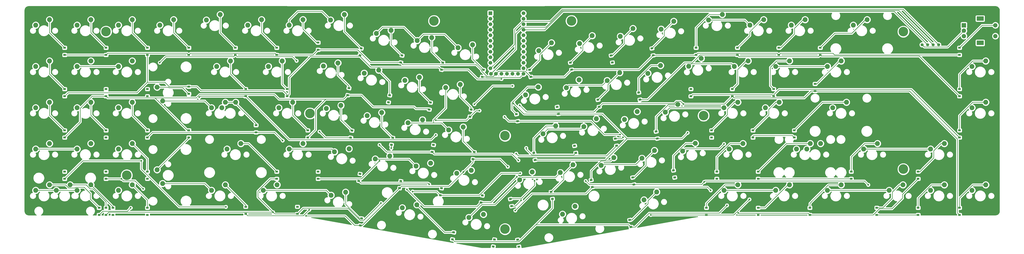
<source format=gbr>
%TF.GenerationSoftware,KiCad,Pcbnew,(5.1.10)-1*%
%TF.CreationDate,2022-01-23T15:25:41-08:00*%
%TF.ProjectId,V2,56322e6b-6963-4616-945f-706362585858,rev?*%
%TF.SameCoordinates,Original*%
%TF.FileFunction,Copper,L2,Bot*%
%TF.FilePolarity,Positive*%
%FSLAX46Y46*%
G04 Gerber Fmt 4.6, Leading zero omitted, Abs format (unit mm)*
G04 Created by KiCad (PCBNEW (5.1.10)-1) date 2022-01-23 15:25:41*
%MOMM*%
%LPD*%
G01*
G04 APERTURE LIST*
%TA.AperFunction,ComponentPad*%
%ADD10C,2.250000*%
%TD*%
%TA.AperFunction,ComponentPad*%
%ADD11C,1.397000*%
%TD*%
%TA.AperFunction,ComponentPad*%
%ADD12C,1.752600*%
%TD*%
%TA.AperFunction,ComponentPad*%
%ADD13R,1.752600X1.752600*%
%TD*%
%TA.AperFunction,ComponentPad*%
%ADD14C,4.400000*%
%TD*%
%TA.AperFunction,SMDPad,CuDef*%
%ADD15R,1.200000X0.900000*%
%TD*%
%TA.AperFunction,SMDPad,CuDef*%
%ADD16C,0.100000*%
%TD*%
%TA.AperFunction,ComponentPad*%
%ADD17C,2.000000*%
%TD*%
%TA.AperFunction,ComponentPad*%
%ADD18R,3.200000X2.000000*%
%TD*%
%TA.AperFunction,ComponentPad*%
%ADD19R,2.000000X2.000000*%
%TD*%
%TA.AperFunction,ViaPad*%
%ADD20C,0.800000*%
%TD*%
%TA.AperFunction,Conductor*%
%ADD21C,0.250000*%
%TD*%
%TA.AperFunction,NonConductor*%
%ADD22C,0.254000*%
%TD*%
%TA.AperFunction,NonConductor*%
%ADD23C,0.100000*%
%TD*%
G04 APERTURE END LIST*
D10*
%TO.P,MX78,2*%
%TO.N,Net-(D78-Pad2)*%
X357479043Y-52070000D03*
%TO.P,MX78,1*%
%TO.N,Col9*%
X351129043Y-54610000D03*
%TD*%
%TO.P,MX78,2*%
%TO.N,Net-(D78-Pad2)*%
X352716543Y-52070000D03*
%TO.P,MX78,1*%
%TO.N,Col9*%
X346366543Y-54610000D03*
%TD*%
%TO.P,MX84,2*%
%TO.N,Net-(D84-Pad2)*%
X367004043Y-13970000D03*
%TO.P,MX84,1*%
%TO.N,Col10*%
X360654043Y-16510000D03*
%TD*%
%TO.P,MX85,2*%
%TO.N,Net-(D85-Pad2)*%
X369385293Y-33020000D03*
%TO.P,MX85,1*%
%TO.N,Col10*%
X363035293Y-35560000D03*
%TD*%
%TO.P,MX23,2*%
%TO.N,Net-(D23-Pad2)*%
X85883750Y-13970000D03*
%TO.P,MX23,1*%
%TO.N,Col2*%
X79533750Y-16510000D03*
%TD*%
%TO.P,MX16,2*%
%TO.N,Net-(D16-Pad2)*%
X40640000Y-71120000D03*
%TO.P,MX16,1*%
%TO.N,Col1*%
X34290000Y-73660000D03*
%TD*%
%TO.P,MX39,2*%
%TO.N,Net-(D39-Pad2)*%
X171674057Y-80292556D03*
%TO.P,MX39,1*%
%TO.N,Col4*%
X164979462Y-81691302D03*
%TD*%
%TO.P,MX47,2*%
%TO.N,Net-(D47-Pad2)*%
X191612756Y-24809464D03*
%TO.P,MX47,1*%
%TO.N,Col5*%
X184918161Y-26208210D03*
%TD*%
D11*
%TO.P,OL1,4*%
%TO.N,GND*%
X404190200Y-6477000D03*
%TO.P,OL1,3*%
%TO.N,VCC*%
X406730200Y-6477000D03*
%TO.P,OL1,2*%
%TO.N,Data2*%
X409270200Y-6477000D03*
%TO.P,OL1,1*%
%TO.N,Data1*%
X411810200Y-6477000D03*
%TD*%
D12*
%TO.P,U1,25*%
%TO.N,Row0*%
X208051400Y-19888200D03*
%TO.P,U1,26*%
%TO.N,Row1*%
X210591400Y-19888200D03*
%TO.P,U1,27*%
%TO.N,Row4*%
X213131400Y-19888200D03*
%TO.P,U1,28*%
%TO.N,Row2*%
X215671400Y-19888200D03*
%TO.P,U1,29*%
%TO.N,Row3*%
X218211400Y-19888200D03*
%TO.P,U1,24*%
%TO.N,EN1*%
X220751400Y8051800D03*
%TO.P,U1,12*%
%TO.N,Data2*%
X205740000Y-19888200D03*
%TO.P,U1,23*%
%TO.N,GND*%
X220751400Y5511800D03*
%TO.P,U1,22*%
%TO.N,Net-(U1-Pad22)*%
X220751400Y2971800D03*
%TO.P,U1,21*%
%TO.N,VCC*%
X220751400Y431800D03*
%TO.P,U1,20*%
%TO.N,EN2*%
X220751400Y-2108200D03*
%TO.P,U1,19*%
%TO.N,Col11*%
X220751400Y-4648200D03*
%TO.P,U1,18*%
%TO.N,Col10*%
X220751400Y-7188200D03*
%TO.P,U1,17*%
%TO.N,Col9*%
X220751400Y-9728200D03*
%TO.P,U1,16*%
%TO.N,Col8*%
X220751400Y-12268200D03*
%TO.P,U1,15*%
%TO.N,Col7*%
X220751400Y-14808200D03*
%TO.P,U1,14*%
%TO.N,Col6*%
X220751400Y-17348200D03*
%TO.P,U1,13*%
%TO.N,Row7*%
X220751400Y-19888200D03*
%TO.P,U1,11*%
%TO.N,Data1*%
X205511400Y-17348200D03*
%TO.P,U1,10*%
%TO.N,Row6*%
X205511400Y-14808200D03*
%TO.P,U1,9*%
%TO.N,Row5*%
X205511400Y-12268200D03*
%TO.P,U1,8*%
%TO.N,Col5*%
X205511400Y-9728200D03*
%TO.P,U1,7*%
%TO.N,Col4*%
X205511400Y-7188200D03*
%TO.P,U1,6*%
%TO.N,Col3*%
X205511400Y-4648200D03*
%TO.P,U1,5*%
%TO.N,Col2*%
X205511400Y-2108200D03*
%TO.P,U1,4*%
%TO.N,Net-(U1-Pad4)*%
X205511400Y431800D03*
%TO.P,U1,3*%
%TO.N,Net-(U1-Pad3)*%
X205511400Y2971800D03*
%TO.P,U1,2*%
%TO.N,Col1*%
X205511400Y5511800D03*
D13*
%TO.P,U1,1*%
%TO.N,Col0*%
X205511400Y8051800D03*
%TD*%
D10*
%TO.P,MX90,2*%
%TO.N,Net-(D22-Pad2)*%
X83502500Y-33020000D03*
%TO.P,MX90,1*%
%TO.N,Col2*%
X77152500Y-35560000D03*
%TD*%
D14*
%TO.P,H11,1*%
%TO.N,N/C*%
X395592300Y-431800D03*
%TD*%
%TO.P,H9,1*%
%TO.N,N/C*%
X179552600Y4508500D03*
%TD*%
%TO.P,H8,1*%
%TO.N,N/C*%
X395592300Y-63855600D03*
%TD*%
%TO.P,H7,1*%
%TO.N,N/C*%
X38100000Y-66675000D03*
%TD*%
%TO.P,H6,1*%
%TO.N,N/C*%
X28575000Y-431800D03*
%TD*%
%TO.P,H5,1*%
%TO.N,N/C*%
X212229700Y-91541600D03*
%TD*%
%TO.P,H4,1*%
%TO.N,N/C*%
X212229700Y-48450500D03*
%TD*%
%TO.P,H3,1*%
%TO.N,N/C*%
X303631600Y-39166800D03*
%TD*%
%TO.P,H2,1*%
%TO.N,N/C*%
X242824000Y4508500D03*
%TD*%
%TO.P,H1,1*%
%TO.N,N/C*%
X122440700Y-38163500D03*
%TD*%
D10*
%TO.P,MX5,2*%
%TO.N,Net-(D5-Pad2)*%
X12065000Y-71120000D03*
%TO.P,MX5,1*%
%TO.N,Col0*%
X5715000Y-73660000D03*
%TD*%
%TO.P,MX92,2*%
%TO.N,Net-(D92-Pad2)*%
X433489043Y-71120000D03*
%TO.P,MX92,1*%
%TO.N,Col11*%
X427139043Y-73660000D03*
%TD*%
%TO.P,MX91,2*%
%TO.N,Net-(D91-Pad2)*%
X433489043Y-33020000D03*
%TO.P,MX91,1*%
%TO.N,Col11*%
X427139043Y-35560000D03*
%TD*%
%TO.P,MX89,2*%
%TO.N,Net-(D89-Pad2)*%
X433489043Y-13970000D03*
%TO.P,MX89,1*%
%TO.N,Col11*%
X427139043Y-16510000D03*
%TD*%
%TO.P,MX88,2*%
%TO.N,Net-(D88-Pad2)*%
X414439043Y-71120000D03*
%TO.P,MX88,1*%
%TO.N,Col10*%
X408089043Y-73660000D03*
%TD*%
%TO.P,MX87,2*%
%TO.N,Net-(D87-Pad2)*%
X414439043Y-52070000D03*
%TO.P,MX87,1*%
%TO.N,Col10*%
X408089043Y-54610000D03*
%TD*%
%TO.P,MX86,2*%
%TO.N,Net-(D86-Pad2)*%
X383672793Y-52070000D03*
%TO.P,MX86,1*%
%TO.N,Col10*%
X377322793Y-54610000D03*
%TD*%
%TO.P,MX83,2*%
%TO.N,Net-(D83-Pad2)*%
X343191543Y-13970000D03*
%TO.P,MX83,1*%
%TO.N,Col10*%
X336841543Y-16510000D03*
%TD*%
%TO.P,MX82,2*%
%TO.N,Net-(D82-Pad2)*%
X378910293Y5080000D03*
%TO.P,MX82,1*%
%TO.N,Col10*%
X372560293Y2540000D03*
%TD*%
%TO.P,MX81,2*%
%TO.N,Net-(D81-Pad2)*%
X350335293Y5080000D03*
%TO.P,MX81,1*%
%TO.N,Col10*%
X343985293Y2540000D03*
%TD*%
%TO.P,MX80,2*%
%TO.N,Net-(D80-Pad2)*%
X395389043Y-71120000D03*
%TO.P,MX80,1*%
%TO.N,Col9*%
X389039043Y-73660000D03*
%TD*%
%TO.P,MX79,2*%
%TO.N,Net-(D79-Pad2)*%
X367004043Y-71120000D03*
%TO.P,MX79,1*%
%TO.N,Col9*%
X360654043Y-73660000D03*
%TD*%
%TO.P,MX77,2*%
%TO.N,Net-(D77-Pad2)*%
X338429043Y-33020000D03*
%TO.P,MX77,1*%
%TO.N,Col9*%
X332079043Y-35560000D03*
%TD*%
%TO.P,MX76,2*%
%TO.N,Net-(D76-Pad2)*%
X324141543Y-13970000D03*
%TO.P,MX76,1*%
%TO.N,Col9*%
X317791543Y-16510000D03*
%TD*%
%TO.P,MX75,2*%
%TO.N,Net-(D75-Pad2)*%
X302571612Y-12762841D03*
%TO.P,MX75,1*%
%TO.N,Col9*%
X296759149Y-16366919D03*
%TD*%
%TO.P,MX74,2*%
%TO.N,Net-(D74-Pad2)*%
X331285293Y5080000D03*
%TO.P,MX74,1*%
%TO.N,Col9*%
X324935293Y2540000D03*
%TD*%
%TO.P,MX73,2*%
%TO.N,Net-(D73-Pad2)*%
X312235293Y7461250D03*
%TO.P,MX73,1*%
%TO.N,Col9*%
X305885293Y4921250D03*
%TD*%
%TO.P,MX72,2*%
%TO.N,Net-(D72-Pad2)*%
X319379043Y-33020000D03*
%TO.P,MX72,1*%
%TO.N,Col8*%
X313029043Y-35560000D03*
%TD*%
%TO.P,MX71,2*%
%TO.N,Net-(D71-Pad2)*%
X321760293Y-52070000D03*
%TO.P,MX71,1*%
%TO.N,Col8*%
X315410293Y-54610000D03*
%TD*%
%TO.P,MX70,2*%
%TO.N,Net-(D70-Pad2)*%
X343191543Y-71120000D03*
%TO.P,MX70,1*%
%TO.N,Col8*%
X336841543Y-73660000D03*
%TD*%
%TO.P,MX69,2*%
%TO.N,Net-(D69-Pad2)*%
X319379043Y-71120000D03*
%TO.P,MX69,1*%
%TO.N,Col8*%
X313029043Y-73660000D03*
%TD*%
%TO.P,MX68,2*%
%TO.N,Net-(D68-Pad2)*%
X299807313Y-51938013D03*
%TO.P,MX68,1*%
%TO.N,Col8*%
X293994850Y-55542091D03*
%TD*%
%TO.P,MX67,2*%
%TO.N,Net-(D67-Pad2)*%
X291809169Y-34004426D03*
%TO.P,MX67,1*%
%TO.N,Col8*%
X285996706Y-37608504D03*
%TD*%
%TO.P,MX66,2*%
%TO.N,Net-(D66-Pad2)*%
X283811025Y-16070838D03*
%TO.P,MX66,1*%
%TO.N,Col8*%
X277998562Y-19674916D03*
%TD*%
%TO.P,MX65,2*%
%TO.N,Net-(D65-Pad2)*%
X289883322Y4343748D03*
%TO.P,MX65,1*%
%TO.N,Col8*%
X284070859Y739670D03*
%TD*%
%TO.P,MX64,2*%
%TO.N,Net-(D64-Pad2)*%
X281046726Y-55246010D03*
%TO.P,MX64,1*%
%TO.N,Col7*%
X275234263Y-58850088D03*
%TD*%
%TO.P,MX63,2*%
%TO.N,Net-(D63-Pad2)*%
X282009650Y-74420096D03*
%TO.P,MX63,1*%
%TO.N,Col7*%
X276197187Y-78024174D03*
%TD*%
%TO.P,MX62,2*%
%TO.N,Net-(D62-Pad2)*%
X262286139Y-58554007D03*
%TO.P,MX62,1*%
%TO.N,Col7*%
X256473676Y-62158085D03*
%TD*%
%TO.P,MX61,2*%
%TO.N,Net-(D61-Pad2)*%
X273048582Y-37312423D03*
%TO.P,MX61,1*%
%TO.N,Col7*%
X267236119Y-40916501D03*
%TD*%
%TO.P,MX60,2*%
%TO.N,Net-(D60-Pad2)*%
X265050438Y-19378835D03*
%TO.P,MX60,1*%
%TO.N,Col7*%
X259237975Y-22982913D03*
%TD*%
%TO.P,MX59,2*%
%TO.N,Net-(D59-Pad2)*%
X246289851Y-22686832D03*
%TO.P,MX59,1*%
%TO.N,Col7*%
X240477388Y-26290910D03*
%TD*%
%TO.P,MX58,2*%
%TO.N,Net-(D58-Pad2)*%
X271122735Y1035751D03*
%TO.P,MX58,1*%
%TO.N,Col7*%
X265310272Y-2568327D03*
%TD*%
%TO.P,MX57,2*%
%TO.N,Net-(D57-Pad2)*%
X252362148Y-2272246D03*
%TO.P,MX57,1*%
%TO.N,Col7*%
X246549685Y-5876324D03*
%TD*%
%TO.P,MX56,2*%
%TO.N,Net-(D56-Pad2)*%
X254287995Y-40620420D03*
%TO.P,MX56,1*%
%TO.N,Col6*%
X248475532Y-44224498D03*
%TD*%
%TO.P,MX55,2*%
%TO.N,Net-(D55-Pad2)*%
X243525552Y-61862004D03*
%TO.P,MX55,1*%
%TO.N,Col6*%
X237713089Y-65466082D03*
%TD*%
%TO.P,MX54,2*%
%TO.N,Net-(D54-Pad2)*%
X244488475Y-81036091D03*
%TO.P,MX54,1*%
%TO.N,Col6*%
X238676012Y-84640169D03*
%TD*%
%TO.P,MX53,2*%
%TO.N,Net-(D53-Pad2)*%
X202325412Y-84730023D03*
%TO.P,MX53,1*%
%TO.N,Col6*%
X195630817Y-86128769D03*
%TD*%
%TO.P,MX52,2*%
%TO.N,Net-(D52-Pad2)*%
X224764965Y-65170001D03*
%TO.P,MX52,1*%
%TO.N,Col6*%
X218952502Y-68774079D03*
%TD*%
%TO.P,MX51,2*%
%TO.N,Net-(D51-Pad2)*%
X235527408Y-43928417D03*
%TO.P,MX51,1*%
%TO.N,Col6*%
X229714945Y-47532495D03*
%TD*%
%TO.P,MX50,2*%
%TO.N,Net-(D50-Pad2)*%
X227529264Y-25994829D03*
%TO.P,MX50,1*%
%TO.N,Col6*%
X221716801Y-29598907D03*
%TD*%
%TO.P,MX49,2*%
%TO.N,Net-(D49-Pad2)*%
X233601561Y-5580243D03*
%TO.P,MX49,1*%
%TO.N,Col6*%
X227789098Y-9184321D03*
%TD*%
%TO.P,MX48,2*%
%TO.N,Net-(D48-Pad2)*%
X197265826Y-6462376D03*
%TO.P,MX48,1*%
%TO.N,Col5*%
X190571231Y-7861122D03*
%TD*%
%TO.P,MX46,2*%
%TO.N,Net-(D46-Pad2)*%
X192994907Y-44397051D03*
%TO.P,MX46,1*%
%TO.N,Col5*%
X186300312Y-45795797D03*
%TD*%
%TO.P,MX45,2*%
%TO.N,Net-(D45-Pad2)*%
X196722129Y-64398136D03*
%TO.P,MX45,1*%
%TO.N,Col5*%
X190027534Y-65796882D03*
%TD*%
%TO.P,MX44,2*%
%TO.N,Net-(D44-Pad2)*%
X174234320Y-41089054D03*
%TO.P,MX44,1*%
%TO.N,Col5*%
X167539725Y-42487800D03*
%TD*%
%TO.P,MX43,2*%
%TO.N,Net-(D43-Pad2)*%
X172852169Y-21501467D03*
%TO.P,MX43,1*%
%TO.N,Col5*%
X166157574Y-22900213D03*
%TD*%
%TO.P,MX42,2*%
%TO.N,Net-(D42-Pad2)*%
X178505239Y-3154379D03*
%TO.P,MX42,1*%
%TO.N,Col5*%
X171810644Y-4553125D03*
%TD*%
%TO.P,MX41,2*%
%TO.N,Net-(D41-Pad2)*%
X159744652Y153618D03*
%TO.P,MX41,1*%
%TO.N,Col5*%
X153050057Y-1245128D03*
%TD*%
%TO.P,MX40,2*%
%TO.N,Net-(D40-Pad2)*%
X177961542Y-61090139D03*
%TO.P,MX40,1*%
%TO.N,Col4*%
X171266947Y-62488885D03*
%TD*%
%TO.P,MX38,2*%
%TO.N,Net-(D38-Pad2)*%
X159200955Y-57782142D03*
%TO.P,MX38,1*%
%TO.N,Col4*%
X152506360Y-59180888D03*
%TD*%
%TO.P,MX37,2*%
%TO.N,Net-(D37-Pad2)*%
X155473733Y-37781057D03*
%TO.P,MX37,1*%
%TO.N,Col4*%
X148779138Y-39179803D03*
%TD*%
%TO.P,MX36,2*%
%TO.N,Net-(D36-Pad2)*%
X154091582Y-18193470D03*
%TO.P,MX36,1*%
%TO.N,Col4*%
X147396987Y-19592216D03*
%TD*%
%TO.P,MX35,2*%
%TO.N,Net-(D35-Pad2)*%
X135330995Y-14885473D03*
%TO.P,MX35,1*%
%TO.N,Col4*%
X128636400Y-16284219D03*
%TD*%
%TO.P,MX34,2*%
%TO.N,Net-(D34-Pad2)*%
X138271250Y7461250D03*
%TO.P,MX34,1*%
%TO.N,Col4*%
X131921250Y4921250D03*
%TD*%
%TO.P,MX33,2*%
%TO.N,Net-(D33-Pad2)*%
X119221250Y5080000D03*
%TO.P,MX33,1*%
%TO.N,Col4*%
X112871250Y2540000D03*
%TD*%
%TO.P,MX32,2*%
%TO.N,Net-(D32-Pad2)*%
X136713146Y-34473060D03*
%TO.P,MX32,1*%
%TO.N,Col3*%
X130018551Y-35871806D03*
%TD*%
%TO.P,MX31,2*%
%TO.N,Net-(D31-Pad2)*%
X140440368Y-54474145D03*
%TO.P,MX31,1*%
%TO.N,Col3*%
X133745773Y-55872891D03*
%TD*%
%TO.P,MX30,2*%
%TO.N,Net-(D30-Pad2)*%
X138843029Y-74503560D03*
%TO.P,MX30,1*%
%TO.N,Col3*%
X132148434Y-75902306D03*
%TD*%
%TO.P,MX29,2*%
%TO.N,Net-(D29-Pad2)*%
X107315000Y-71120000D03*
%TO.P,MX29,1*%
%TO.N,Col3*%
X100965000Y-73660000D03*
%TD*%
%TO.P,MX28,2*%
%TO.N,Net-(D28-Pad2)*%
X119221250Y-52070000D03*
%TO.P,MX28,1*%
%TO.N,Col3*%
X112871250Y-54610000D03*
%TD*%
%TO.P,MX27,2*%
%TO.N,Net-(D27-Pad2)*%
X114458750Y-33020000D03*
%TO.P,MX27,1*%
%TO.N,Col3*%
X108108750Y-35560000D03*
%TD*%
%TO.P,MX26,2*%
%TO.N,Net-(D26-Pad2)*%
X109696250Y-13970000D03*
%TO.P,MX26,1*%
%TO.N,Col3*%
X103346250Y-16510000D03*
%TD*%
%TO.P,MX25,2*%
%TO.N,Net-(D25-Pad2)*%
X100171250Y5080000D03*
%TO.P,MX25,1*%
%TO.N,Col3*%
X93821250Y2540000D03*
%TD*%
%TO.P,MX24,2*%
%TO.N,Net-(D24-Pad2)*%
X81121250Y7461250D03*
%TO.P,MX24,1*%
%TO.N,Col2*%
X74771250Y4921250D03*
%TD*%
%TO.P,MX22,1*%
%TO.N,Col2*%
X81915000Y-35560000D03*
%TO.P,MX22,2*%
%TO.N,Net-(D22-Pad2)*%
X88265000Y-33020000D03*
%TD*%
%TO.P,MX21,2*%
%TO.N,Net-(D21-Pad2)*%
X90646250Y-52070000D03*
%TO.P,MX21,1*%
%TO.N,Col2*%
X84296250Y-54610000D03*
%TD*%
%TO.P,MX20,2*%
%TO.N,Net-(D20-Pad2)*%
X83502500Y-71120000D03*
%TO.P,MX20,1*%
%TO.N,Col2*%
X77152500Y-73660000D03*
%TD*%
%TO.P,MX19,2*%
%TO.N,Net-(D19-Pad2)*%
X52070000Y-64135000D03*
%TO.P,MX19,1*%
%TO.N,Col2*%
X54610000Y-70485000D03*
%TD*%
%TO.P,MX18,2*%
%TO.N,Net-(D18-Pad2)*%
X52070000Y-26035000D03*
%TO.P,MX18,1*%
%TO.N,Col2*%
X54610000Y-32385000D03*
%TD*%
%TO.P,MX17,2*%
%TO.N,Net-(D17-Pad2)*%
X59690000Y5080000D03*
%TO.P,MX17,1*%
%TO.N,Col2*%
X53340000Y2540000D03*
%TD*%
%TO.P,MX15,2*%
%TO.N,Net-(D15-Pad2)*%
X40640000Y-52070000D03*
%TO.P,MX15,1*%
%TO.N,Col1*%
X34290000Y-54610000D03*
%TD*%
%TO.P,MX14,2*%
%TO.N,Net-(D14-Pad2)*%
X40640000Y-33020000D03*
%TO.P,MX14,1*%
%TO.N,Col1*%
X34290000Y-35560000D03*
%TD*%
%TO.P,MX13,2*%
%TO.N,Net-(D13-Pad2)*%
X21590000Y-33020000D03*
%TO.P,MX13,1*%
%TO.N,Col1*%
X15240000Y-35560000D03*
%TD*%
%TO.P,MX12,2*%
%TO.N,Net-(D12-Pad2)*%
X40640000Y-13970000D03*
%TO.P,MX12,1*%
%TO.N,Col1*%
X34290000Y-16510000D03*
%TD*%
%TO.P,MX11,2*%
%TO.N,Net-(D11-Pad2)*%
X21590000Y-13970000D03*
%TO.P,MX11,1*%
%TO.N,Col1*%
X15240000Y-16510000D03*
%TD*%
%TO.P,MX10,2*%
%TO.N,Net-(D10-Pad2)*%
X40640000Y5080000D03*
%TO.P,MX10,1*%
%TO.N,Col1*%
X34290000Y2540000D03*
%TD*%
%TO.P,MX9,2*%
%TO.N,Net-(D9-Pad2)*%
X21590000Y5080000D03*
%TO.P,MX9,1*%
%TO.N,Col1*%
X15240000Y2540000D03*
%TD*%
%TO.P,MX8,2*%
%TO.N,Net-(D8-Pad2)*%
X21590000Y-52070000D03*
%TO.P,MX8,1*%
%TO.N,Col0*%
X15240000Y-54610000D03*
%TD*%
%TO.P,MX7,2*%
%TO.N,Net-(D7-Pad2)*%
X2540000Y-71120000D03*
%TO.P,MX7,1*%
%TO.N,Col0*%
X-3810000Y-73660000D03*
%TD*%
%TO.P,MX6,2*%
%TO.N,Net-(D6-Pad2)*%
X21590000Y-71120000D03*
%TO.P,MX6,1*%
%TO.N,Col0*%
X15240000Y-73660000D03*
%TD*%
%TO.P,MX4,2*%
%TO.N,Net-(D4-Pad2)*%
X2540000Y-52070000D03*
%TO.P,MX4,1*%
%TO.N,Col0*%
X-3810000Y-54610000D03*
%TD*%
%TO.P,MX3,2*%
%TO.N,Net-(D3-Pad2)*%
X2540000Y-33020000D03*
%TO.P,MX3,1*%
%TO.N,Col0*%
X-3810000Y-35560000D03*
%TD*%
%TO.P,MX2,2*%
%TO.N,Net-(D2-Pad2)*%
X2540000Y-13970000D03*
%TO.P,MX2,1*%
%TO.N,Col0*%
X-3810000Y-16510000D03*
%TD*%
%TO.P,MX1,2*%
%TO.N,Net-(D1-Pad2)*%
X2540000Y5080000D03*
%TO.P,MX1,1*%
%TO.N,Col0*%
X-3810000Y2540000D03*
%TD*%
D15*
%TO.P,D92,2*%
%TO.N,Net-(D92-Pad2)*%
X421424043Y-81693750D03*
%TO.P,D92,1*%
%TO.N,Row3*%
X421424043Y-84993750D03*
%TD*%
%TO.P,D91,2*%
%TO.N,Net-(D91-Pad2)*%
X421424043Y-45975000D03*
%TO.P,D91,1*%
%TO.N,Row2*%
X421424043Y-49275000D03*
%TD*%
%TO.P,D89,2*%
%TO.N,Net-(D89-Pad2)*%
X421424043Y-26925000D03*
%TO.P,D89,1*%
%TO.N,Row1*%
X421424043Y-30225000D03*
%TD*%
%TO.P,D88,2*%
%TO.N,Net-(D88-Pad2)*%
X402374043Y-81693750D03*
%TO.P,D88,1*%
%TO.N,Row7*%
X402374043Y-84993750D03*
%TD*%
%TO.P,D87,2*%
%TO.N,Net-(D87-Pad2)*%
X402374043Y-65025000D03*
%TO.P,D87,1*%
%TO.N,Row6*%
X402374043Y-68325000D03*
%TD*%
%TO.P,D86,2*%
%TO.N,Net-(D86-Pad2)*%
X371607793Y-65025000D03*
%TO.P,D86,1*%
%TO.N,Row5*%
X371607793Y-68325000D03*
%TD*%
%TO.P,D85,2*%
%TO.N,Net-(D85-Pad2)*%
X345414043Y-45975000D03*
%TO.P,D85,1*%
%TO.N,Row4*%
X345414043Y-49275000D03*
%TD*%
%TO.P,D84,2*%
%TO.N,Net-(D84-Pad2)*%
X354939043Y-24543750D03*
%TO.P,D84,1*%
%TO.N,Row3*%
X354939043Y-27843750D03*
%TD*%
%TO.P,D83,2*%
%TO.N,Net-(D83-Pad2)*%
X335889043Y-26925000D03*
%TO.P,D83,1*%
%TO.N,Row2*%
X335889043Y-30225000D03*
%TD*%
%TO.P,D82,2*%
%TO.N,Net-(D82-Pad2)*%
X357320293Y-7875000D03*
%TO.P,D82,1*%
%TO.N,Row1*%
X357320293Y-11175000D03*
%TD*%
%TO.P,D81,2*%
%TO.N,Net-(D81-Pad2)*%
X338270293Y-7875000D03*
%TO.P,D81,1*%
%TO.N,Row0*%
X338270293Y-11175000D03*
%TD*%
%TO.P,D80,2*%
%TO.N,Net-(D80-Pad2)*%
X383324043Y-81693750D03*
%TO.P,D80,1*%
%TO.N,Row7*%
X383324043Y-84993750D03*
%TD*%
%TO.P,D79,2*%
%TO.N,Net-(D79-Pad2)*%
X352557793Y-81693750D03*
%TO.P,D79,1*%
%TO.N,Row6*%
X352557793Y-84993750D03*
%TD*%
%TO.P,D78,2*%
%TO.N,Net-(D78-Pad2)*%
X328745293Y-65025000D03*
%TO.P,D78,1*%
%TO.N,Row5*%
X328745293Y-68325000D03*
%TD*%
%TO.P,D77,2*%
%TO.N,Net-(D77-Pad2)*%
X326364043Y-45975000D03*
%TO.P,D77,1*%
%TO.N,Row4*%
X326364043Y-49275000D03*
%TD*%
%TO.P,D76,2*%
%TO.N,Net-(D76-Pad2)*%
X316839043Y-26925000D03*
%TO.P,D76,1*%
%TO.N,Row3*%
X316839043Y-30225000D03*
%TD*%
%TO.P,D75,2*%
%TO.N,Net-(D75-Pad2)*%
X297789043Y-26925000D03*
%TO.P,D75,1*%
%TO.N,Row2*%
X297789043Y-30225000D03*
%TD*%
%TO.P,D74,2*%
%TO.N,Net-(D74-Pad2)*%
X319220293Y-7875000D03*
%TO.P,D74,1*%
%TO.N,Row1*%
X319220293Y-11175000D03*
%TD*%
%TO.P,D73,2*%
%TO.N,Net-(D73-Pad2)*%
X300170293Y-7875000D03*
%TO.P,D73,1*%
%TO.N,Row0*%
X300170293Y-11175000D03*
%TD*%
%TO.P,D72,2*%
%TO.N,Net-(D72-Pad2)*%
X307314043Y-45975000D03*
%TO.P,D72,1*%
%TO.N,Row7*%
X307314043Y-49275000D03*
%TD*%
%TO.P,D71,2*%
%TO.N,Net-(D71-Pad2)*%
X309695293Y-65025000D03*
%TO.P,D71,1*%
%TO.N,Row6*%
X309695293Y-68325000D03*
%TD*%
%TO.P,D70,2*%
%TO.N,Net-(D70-Pad2)*%
X328745293Y-81693750D03*
%TO.P,D70,1*%
%TO.N,Row5*%
X328745293Y-84993750D03*
%TD*%
%TO.P,D69,2*%
%TO.N,Net-(D69-Pad2)*%
X304932793Y-81693750D03*
%TO.P,D69,1*%
%TO.N,Row4*%
X304932793Y-84993750D03*
%TD*%
%TA.AperFunction,SMDPad,CuDef*%
D16*
%TO.P,D68,2*%
%TO.N,Net-(D68-Pad2)*%
G36*
X290425107Y-64779442D02*
G01*
X289243338Y-64987819D01*
X289087055Y-64101492D01*
X290268824Y-63893115D01*
X290425107Y-64779442D01*
G37*
%TD.AperFunction*%
%TA.AperFunction,SMDPad,CuDef*%
%TO.P,D68,1*%
%TO.N,Row3*%
G36*
X290998145Y-68029308D02*
G01*
X289816376Y-68237685D01*
X289660093Y-67351358D01*
X290841862Y-67142981D01*
X290998145Y-68029308D01*
G37*
%TD.AperFunction*%
%TD*%
%TA.AperFunction,SMDPad,CuDef*%
%TO.P,D67,2*%
%TO.N,Net-(D67-Pad2)*%
G36*
X282436807Y-46821642D02*
G01*
X281255038Y-47030019D01*
X281098755Y-46143692D01*
X282280524Y-45935315D01*
X282436807Y-46821642D01*
G37*
%TD.AperFunction*%
%TA.AperFunction,SMDPad,CuDef*%
%TO.P,D67,1*%
%TO.N,Row2*%
G36*
X283009845Y-50071508D02*
G01*
X281828076Y-50279885D01*
X281671793Y-49393558D01*
X282853562Y-49185181D01*
X283009845Y-50071508D01*
G37*
%TD.AperFunction*%
%TD*%
%TA.AperFunction,SMDPad,CuDef*%
%TO.P,D66,2*%
%TO.N,Net-(D66-Pad2)*%
G36*
X274423107Y-28863842D02*
G01*
X273241338Y-29072219D01*
X273085055Y-28185892D01*
X274266824Y-27977515D01*
X274423107Y-28863842D01*
G37*
%TD.AperFunction*%
%TA.AperFunction,SMDPad,CuDef*%
%TO.P,D66,1*%
%TO.N,Row1*%
G36*
X274996145Y-32113708D02*
G01*
X273814376Y-32322085D01*
X273658093Y-31435758D01*
X274839862Y-31227381D01*
X274996145Y-32113708D01*
G37*
%TD.AperFunction*%
%TD*%
%TA.AperFunction,SMDPad,CuDef*%
%TO.P,D65,2*%
%TO.N,Net-(D65-Pad2)*%
G36*
X280506407Y-8454942D02*
G01*
X279324638Y-8663319D01*
X279168355Y-7776992D01*
X280350124Y-7568615D01*
X280506407Y-8454942D01*
G37*
%TD.AperFunction*%
%TA.AperFunction,SMDPad,CuDef*%
%TO.P,D65,1*%
%TO.N,Row0*%
G36*
X281079445Y-11704808D02*
G01*
X279897676Y-11913185D01*
X279741393Y-11026858D01*
X280923162Y-10818481D01*
X281079445Y-11704808D01*
G37*
%TD.AperFunction*%
%TD*%
%TA.AperFunction,SMDPad,CuDef*%
%TO.P,D64,2*%
%TO.N,Net-(D64-Pad2)*%
G36*
X271667207Y-68030642D02*
G01*
X270485438Y-68239019D01*
X270329155Y-67352692D01*
X271510924Y-67144315D01*
X271667207Y-68030642D01*
G37*
%TD.AperFunction*%
%TA.AperFunction,SMDPad,CuDef*%
%TO.P,D64,1*%
%TO.N,Row7*%
G36*
X272240245Y-71280508D02*
G01*
X271058476Y-71488885D01*
X270902193Y-70602558D01*
X272083962Y-70394181D01*
X272240245Y-71280508D01*
G37*
%TD.AperFunction*%
%TD*%
%TA.AperFunction,SMDPad,CuDef*%
%TO.P,D63,2*%
%TO.N,Net-(D63-Pad2)*%
G36*
X270282907Y-87626742D02*
G01*
X269101138Y-87835119D01*
X268944855Y-86948792D01*
X270126624Y-86740415D01*
X270282907Y-87626742D01*
G37*
%TD.AperFunction*%
%TA.AperFunction,SMDPad,CuDef*%
%TO.P,D63,1*%
%TO.N,Row6*%
G36*
X270855945Y-90876608D02*
G01*
X269674176Y-91084985D01*
X269517893Y-90198658D01*
X270699662Y-89990281D01*
X270855945Y-90876608D01*
G37*
%TD.AperFunction*%
%TD*%
%TA.AperFunction,SMDPad,CuDef*%
%TO.P,D62,2*%
%TO.N,Net-(D62-Pad2)*%
G36*
X252528307Y-69224442D02*
G01*
X251346538Y-69432819D01*
X251190255Y-68546492D01*
X252372024Y-68338115D01*
X252528307Y-69224442D01*
G37*
%TD.AperFunction*%
%TA.AperFunction,SMDPad,CuDef*%
%TO.P,D62,1*%
%TO.N,Row5*%
G36*
X253101345Y-72474308D02*
G01*
X251919576Y-72682685D01*
X251763293Y-71796358D01*
X252945062Y-71587981D01*
X253101345Y-72474308D01*
G37*
%TD.AperFunction*%
%TD*%
%TA.AperFunction,SMDPad,CuDef*%
%TO.P,D61,2*%
%TO.N,Net-(D61-Pad2)*%
G36*
X263666207Y-50136342D02*
G01*
X262484438Y-50344719D01*
X262328155Y-49458392D01*
X263509924Y-49250015D01*
X263666207Y-50136342D01*
G37*
%TD.AperFunction*%
%TA.AperFunction,SMDPad,CuDef*%
%TO.P,D61,1*%
%TO.N,Row4*%
G36*
X264239245Y-53386208D02*
G01*
X263057476Y-53594585D01*
X262901193Y-52708258D01*
X264082962Y-52499881D01*
X264239245Y-53386208D01*
G37*
%TD.AperFunction*%
%TD*%
%TA.AperFunction,SMDPad,CuDef*%
%TO.P,D60,2*%
%TO.N,Net-(D60-Pad2)*%
G36*
X255665207Y-32191242D02*
G01*
X254483438Y-32399619D01*
X254327155Y-31513292D01*
X255508924Y-31304915D01*
X255665207Y-32191242D01*
G37*
%TD.AperFunction*%
%TA.AperFunction,SMDPad,CuDef*%
%TO.P,D60,1*%
%TO.N,Row3*%
G36*
X256238245Y-35441108D02*
G01*
X255056476Y-35649485D01*
X254900193Y-34763158D01*
X256081962Y-34554781D01*
X256238245Y-35441108D01*
G37*
%TD.AperFunction*%
%TD*%
%TA.AperFunction,SMDPad,CuDef*%
%TO.P,D59,2*%
%TO.N,Net-(D59-Pad2)*%
G36*
X236894607Y-35467842D02*
G01*
X235712838Y-35676219D01*
X235556555Y-34789892D01*
X236738324Y-34581515D01*
X236894607Y-35467842D01*
G37*
%TD.AperFunction*%
%TA.AperFunction,SMDPad,CuDef*%
%TO.P,D59,1*%
%TO.N,Row2*%
G36*
X237467645Y-38717708D02*
G01*
X236285876Y-38926085D01*
X236129593Y-38039758D01*
X237311362Y-37831381D01*
X237467645Y-38717708D01*
G37*
%TD.AperFunction*%
%TD*%
%TA.AperFunction,SMDPad,CuDef*%
%TO.P,D58,2*%
%TO.N,Net-(D58-Pad2)*%
G36*
X261735807Y-11756942D02*
G01*
X260554038Y-11965319D01*
X260397755Y-11078992D01*
X261579524Y-10870615D01*
X261735807Y-11756942D01*
G37*
%TD.AperFunction*%
%TA.AperFunction,SMDPad,CuDef*%
%TO.P,D58,1*%
%TO.N,Row1*%
G36*
X262308845Y-15006808D02*
G01*
X261127076Y-15215185D01*
X260970793Y-14328858D01*
X262152562Y-14120481D01*
X262308845Y-15006808D01*
G37*
%TD.AperFunction*%
%TD*%
%TA.AperFunction,SMDPad,CuDef*%
%TO.P,D57,2*%
%TO.N,Net-(D57-Pad2)*%
G36*
X242977907Y-15058942D02*
G01*
X241796138Y-15267319D01*
X241639855Y-14380992D01*
X242821624Y-14172615D01*
X242977907Y-15058942D01*
G37*
%TD.AperFunction*%
%TA.AperFunction,SMDPad,CuDef*%
%TO.P,D57,1*%
%TO.N,Row0*%
G36*
X243550945Y-18308808D02*
G01*
X242369176Y-18517185D01*
X242212893Y-17630858D01*
X243394662Y-17422481D01*
X243550945Y-18308808D01*
G37*
%TD.AperFunction*%
%TD*%
%TA.AperFunction,SMDPad,CuDef*%
%TO.P,D56,2*%
%TO.N,Net-(D56-Pad2)*%
G36*
X244895607Y-53425642D02*
G01*
X243713838Y-53634019D01*
X243557555Y-52747692D01*
X244739324Y-52539315D01*
X244895607Y-53425642D01*
G37*
%TD.AperFunction*%
%TA.AperFunction,SMDPad,CuDef*%
%TO.P,D56,1*%
%TO.N,Row7*%
G36*
X245468645Y-56675508D02*
G01*
X244286876Y-56883885D01*
X244130593Y-55997558D01*
X245312362Y-55789181D01*
X245468645Y-56675508D01*
G37*
%TD.AperFunction*%
%TD*%
%TA.AperFunction,SMDPad,CuDef*%
%TO.P,D55,2*%
%TO.N,Net-(D55-Pad2)*%
G36*
X234138707Y-74672742D02*
G01*
X232956938Y-74881119D01*
X232800655Y-73994792D01*
X233982424Y-73786415D01*
X234138707Y-74672742D01*
G37*
%TD.AperFunction*%
%TA.AperFunction,SMDPad,CuDef*%
%TO.P,D55,1*%
%TO.N,Row6*%
G36*
X234711745Y-77922608D02*
G01*
X233529976Y-78130985D01*
X233373693Y-77244658D01*
X234555462Y-77036281D01*
X234711745Y-77922608D01*
G37*
%TD.AperFunction*%
%TD*%
%TA.AperFunction,SMDPad,CuDef*%
%TO.P,D54,2*%
%TO.N,Net-(D54-Pad2)*%
G36*
X218682807Y-96719942D02*
G01*
X217501038Y-96928319D01*
X217344755Y-96041992D01*
X218526524Y-95833615D01*
X218682807Y-96719942D01*
G37*
%TD.AperFunction*%
%TA.AperFunction,SMDPad,CuDef*%
%TO.P,D54,1*%
%TO.N,Row5*%
G36*
X219255845Y-99969808D02*
G01*
X218074076Y-100178185D01*
X217917793Y-99291858D01*
X219099562Y-99083481D01*
X219255845Y-99969808D01*
G37*
%TD.AperFunction*%
%TD*%
%TA.AperFunction,SMDPad,CuDef*%
%TO.P,D53,2*%
%TO.N,Net-(D53-Pad2)*%
G36*
X207898162Y-96864819D02*
G01*
X206716393Y-96656442D01*
X206872676Y-95770115D01*
X208054445Y-95978492D01*
X207898162Y-96864819D01*
G37*
%TD.AperFunction*%
%TA.AperFunction,SMDPad,CuDef*%
%TO.P,D53,1*%
%TO.N,Row4*%
G36*
X207325124Y-100114685D02*
G01*
X206143355Y-99906308D01*
X206299638Y-99019981D01*
X207481407Y-99228358D01*
X207325124Y-100114685D01*
G37*
%TD.AperFunction*%
%TD*%
%TA.AperFunction,SMDPad,CuDef*%
%TO.P,D52,2*%
%TO.N,Net-(D52-Pad2)*%
G36*
X215368107Y-77987442D02*
G01*
X214186338Y-78195819D01*
X214030055Y-77309492D01*
X215211824Y-77101115D01*
X215368107Y-77987442D01*
G37*
%TD.AperFunction*%
%TA.AperFunction,SMDPad,CuDef*%
%TO.P,D52,1*%
%TO.N,Row3*%
G36*
X215941145Y-81237308D02*
G01*
X214759376Y-81445685D01*
X214603093Y-80559358D01*
X215784862Y-80350981D01*
X215941145Y-81237308D01*
G37*
%TD.AperFunction*%
%TD*%
%TA.AperFunction,SMDPad,CuDef*%
%TO.P,D51,2*%
%TO.N,Net-(D51-Pad2)*%
G36*
X226150407Y-56740342D02*
G01*
X224968638Y-56948719D01*
X224812355Y-56062392D01*
X225994124Y-55854015D01*
X226150407Y-56740342D01*
G37*
%TD.AperFunction*%
%TA.AperFunction,SMDPad,CuDef*%
%TO.P,D51,1*%
%TO.N,Row2*%
G36*
X226723445Y-59990208D02*
G01*
X225541676Y-60198585D01*
X225385393Y-59312258D01*
X226567162Y-59103881D01*
X226723445Y-59990208D01*
G37*
%TD.AperFunction*%
%TD*%
%TA.AperFunction,SMDPad,CuDef*%
%TO.P,D50,2*%
%TO.N,Net-(D50-Pad2)*%
G36*
X218149407Y-38820642D02*
G01*
X216967638Y-39029019D01*
X216811355Y-38142692D01*
X217993124Y-37934315D01*
X218149407Y-38820642D01*
G37*
%TD.AperFunction*%
%TA.AperFunction,SMDPad,CuDef*%
%TO.P,D50,1*%
%TO.N,Row1*%
G36*
X218722445Y-42070508D02*
G01*
X217540676Y-42278885D01*
X217384393Y-41392558D01*
X218566162Y-41184181D01*
X218722445Y-42070508D01*
G37*
%TD.AperFunction*%
%TD*%
%TA.AperFunction,SMDPad,CuDef*%
%TO.P,D49,2*%
%TO.N,Net-(D49-Pad2)*%
G36*
X224207307Y-18386342D02*
G01*
X223025538Y-18594719D01*
X222869255Y-17708392D01*
X224051024Y-17500015D01*
X224207307Y-18386342D01*
G37*
%TD.AperFunction*%
%TA.AperFunction,SMDPad,CuDef*%
%TO.P,D49,1*%
%TO.N,Row0*%
G36*
X224780345Y-21636208D02*
G01*
X223598576Y-21844585D01*
X223442293Y-20958258D01*
X224624062Y-20749881D01*
X224780345Y-21636208D01*
G37*
%TD.AperFunction*%
%TD*%
%TA.AperFunction,SMDPad,CuDef*%
%TO.P,D48,2*%
%TO.N,Net-(D48-Pad2)*%
G36*
X202830862Y-18582019D02*
G01*
X201649093Y-18373642D01*
X201805376Y-17487315D01*
X202987145Y-17695692D01*
X202830862Y-18582019D01*
G37*
%TD.AperFunction*%
%TA.AperFunction,SMDPad,CuDef*%
%TO.P,D48,1*%
%TO.N,Row7*%
G36*
X202257824Y-21831885D02*
G01*
X201076055Y-21623508D01*
X201232338Y-20737181D01*
X202414107Y-20945558D01*
X202257824Y-21831885D01*
G37*
%TD.AperFunction*%
%TD*%
%TA.AperFunction,SMDPad,CuDef*%
%TO.P,D47,2*%
%TO.N,Net-(D47-Pad2)*%
G36*
X197166662Y-36946219D02*
G01*
X195984893Y-36737842D01*
X196141176Y-35851515D01*
X197322945Y-36059892D01*
X197166662Y-36946219D01*
G37*
%TD.AperFunction*%
%TA.AperFunction,SMDPad,CuDef*%
%TO.P,D47,1*%
%TO.N,Row6*%
G36*
X196593624Y-40196085D02*
G01*
X195411855Y-39987708D01*
X195568138Y-39101381D01*
X196749907Y-39309758D01*
X196593624Y-40196085D01*
G37*
%TD.AperFunction*%
%TD*%
%TA.AperFunction,SMDPad,CuDef*%
%TO.P,D46,2*%
%TO.N,Net-(D46-Pad2)*%
G36*
X198550962Y-56529619D02*
G01*
X197369193Y-56321242D01*
X197525476Y-55434915D01*
X198707245Y-55643292D01*
X198550962Y-56529619D01*
G37*
%TD.AperFunction*%
%TA.AperFunction,SMDPad,CuDef*%
%TO.P,D46,1*%
%TO.N,Row5*%
G36*
X197977924Y-59779485D02*
G01*
X196796155Y-59571108D01*
X196952438Y-58684781D01*
X198134207Y-58893158D01*
X197977924Y-59779485D01*
G37*
%TD.AperFunction*%
%TD*%
%TA.AperFunction,SMDPad,CuDef*%
%TO.P,D45,2*%
%TO.N,Net-(D45-Pad2)*%
G36*
X202284762Y-76544819D02*
G01*
X201102993Y-76336442D01*
X201259276Y-75450115D01*
X202441045Y-75658492D01*
X202284762Y-76544819D01*
G37*
%TD.AperFunction*%
%TA.AperFunction,SMDPad,CuDef*%
%TO.P,D45,1*%
%TO.N,Row4*%
G36*
X201711724Y-79794685D02*
G01*
X200529955Y-79586308D01*
X200686238Y-78699981D01*
X201868007Y-78908358D01*
X201711724Y-79794685D01*
G37*
%TD.AperFunction*%
%TD*%
%TA.AperFunction,SMDPad,CuDef*%
%TO.P,D44,2*%
%TO.N,Net-(D44-Pad2)*%
G36*
X179793062Y-53227619D02*
G01*
X178611293Y-53019242D01*
X178767576Y-52132915D01*
X179949345Y-52341292D01*
X179793062Y-53227619D01*
G37*
%TD.AperFunction*%
%TA.AperFunction,SMDPad,CuDef*%
%TO.P,D44,1*%
%TO.N,Row3*%
G36*
X179220024Y-56477485D02*
G01*
X178038255Y-56269108D01*
X178194538Y-55382781D01*
X179376307Y-55591158D01*
X179220024Y-56477485D01*
G37*
%TD.AperFunction*%
%TD*%
%TA.AperFunction,SMDPad,CuDef*%
%TO.P,D43,2*%
%TO.N,Net-(D43-Pad2)*%
G36*
X178421462Y-33644219D02*
G01*
X177239693Y-33435842D01*
X177395976Y-32549515D01*
X178577745Y-32757892D01*
X178421462Y-33644219D01*
G37*
%TD.AperFunction*%
%TA.AperFunction,SMDPad,CuDef*%
%TO.P,D43,1*%
%TO.N,Row2*%
G36*
X177848424Y-36894085D02*
G01*
X176666655Y-36685708D01*
X176822938Y-35799381D01*
X178004707Y-36007758D01*
X177848424Y-36894085D01*
G37*
%TD.AperFunction*%
%TD*%
%TA.AperFunction,SMDPad,CuDef*%
%TO.P,D42,2*%
%TO.N,Net-(D42-Pad2)*%
G36*
X184060262Y-15280019D02*
G01*
X182878493Y-15071642D01*
X183034776Y-14185315D01*
X184216545Y-14393692D01*
X184060262Y-15280019D01*
G37*
%TD.AperFunction*%
%TA.AperFunction,SMDPad,CuDef*%
%TO.P,D42,1*%
%TO.N,Row1*%
G36*
X183487224Y-18529885D02*
G01*
X182305455Y-18321508D01*
X182461738Y-17435181D01*
X183643507Y-17643558D01*
X183487224Y-18529885D01*
G37*
%TD.AperFunction*%
%TD*%
%TA.AperFunction,SMDPad,CuDef*%
%TO.P,D41,2*%
%TO.N,Net-(D41-Pad2)*%
G36*
X165315062Y-11952619D02*
G01*
X164133293Y-11744242D01*
X164289576Y-10857915D01*
X165471345Y-11066292D01*
X165315062Y-11952619D01*
G37*
%TD.AperFunction*%
%TA.AperFunction,SMDPad,CuDef*%
%TO.P,D41,1*%
%TO.N,Row0*%
G36*
X164742024Y-15202485D02*
G01*
X163560255Y-14994108D01*
X163716538Y-14107781D01*
X164898307Y-14316158D01*
X164742024Y-15202485D01*
G37*
%TD.AperFunction*%
%TD*%
%TA.AperFunction,SMDPad,CuDef*%
%TO.P,D40,2*%
%TO.N,Net-(D40-Pad2)*%
G36*
X183526862Y-73204719D02*
G01*
X182345093Y-72996342D01*
X182501376Y-72110015D01*
X183683145Y-72318392D01*
X183526862Y-73204719D01*
G37*
%TD.AperFunction*%
%TA.AperFunction,SMDPad,CuDef*%
%TO.P,D40,1*%
%TO.N,Row7*%
G36*
X182953824Y-76454585D02*
G01*
X181772055Y-76246208D01*
X181928338Y-75359881D01*
X183110107Y-75568258D01*
X182953824Y-76454585D01*
G37*
%TD.AperFunction*%
%TD*%
%TA.AperFunction,SMDPad,CuDef*%
%TO.P,D39,2*%
%TO.N,Net-(D39-Pad2)*%
G36*
X189114862Y-93562819D02*
G01*
X187933093Y-93354442D01*
X188089376Y-92468115D01*
X189271145Y-92676492D01*
X189114862Y-93562819D01*
G37*
%TD.AperFunction*%
%TA.AperFunction,SMDPad,CuDef*%
%TO.P,D39,1*%
%TO.N,Row6*%
G36*
X188541824Y-96812685D02*
G01*
X187360055Y-96604308D01*
X187516338Y-95717981D01*
X188698107Y-95926358D01*
X188541824Y-96812685D01*
G37*
%TD.AperFunction*%
%TD*%
%TA.AperFunction,SMDPad,CuDef*%
%TO.P,D38,2*%
%TO.N,Net-(D38-Pad2)*%
G36*
X164768962Y-69915419D02*
G01*
X163587193Y-69707042D01*
X163743476Y-68820715D01*
X164925245Y-69029092D01*
X164768962Y-69915419D01*
G37*
%TD.AperFunction*%
%TA.AperFunction,SMDPad,CuDef*%
%TO.P,D38,1*%
%TO.N,Row5*%
G36*
X164195924Y-73165285D02*
G01*
X163014155Y-72956908D01*
X163170438Y-72070581D01*
X164352207Y-72278958D01*
X164195924Y-73165285D01*
G37*
%TD.AperFunction*%
%TD*%
%TA.AperFunction,SMDPad,CuDef*%
%TO.P,D37,2*%
%TO.N,Net-(D37-Pad2)*%
G36*
X161035162Y-49925619D02*
G01*
X159853393Y-49717242D01*
X160009676Y-48830915D01*
X161191445Y-49039292D01*
X161035162Y-49925619D01*
G37*
%TD.AperFunction*%
%TA.AperFunction,SMDPad,CuDef*%
%TO.P,D37,1*%
%TO.N,Row4*%
G36*
X160462124Y-53175485D02*
G01*
X159280355Y-52967108D01*
X159436638Y-52080781D01*
X160618407Y-52289158D01*
X160462124Y-53175485D01*
G37*
%TD.AperFunction*%
%TD*%
%TA.AperFunction,SMDPad,CuDef*%
%TO.P,D36,2*%
%TO.N,Net-(D36-Pad2)*%
G36*
X159650862Y-30316819D02*
G01*
X158469093Y-30108442D01*
X158625376Y-29222115D01*
X159807145Y-29430492D01*
X159650862Y-30316819D01*
G37*
%TD.AperFunction*%
%TA.AperFunction,SMDPad,CuDef*%
%TO.P,D36,1*%
%TO.N,Row3*%
G36*
X159077824Y-33566685D02*
G01*
X157896055Y-33358308D01*
X158052338Y-32471981D01*
X159234107Y-32680358D01*
X159077824Y-33566685D01*
G37*
%TD.AperFunction*%
%TD*%
%TA.AperFunction,SMDPad,CuDef*%
%TO.P,D35,2*%
%TO.N,Net-(D35-Pad2)*%
G36*
X140892962Y-27027519D02*
G01*
X139711193Y-26819142D01*
X139867476Y-25932815D01*
X141049245Y-26141192D01*
X140892962Y-27027519D01*
G37*
%TD.AperFunction*%
%TA.AperFunction,SMDPad,CuDef*%
%TO.P,D35,1*%
%TO.N,Row2*%
G36*
X140319924Y-30277385D02*
G01*
X139138155Y-30069008D01*
X139294438Y-29182681D01*
X140476207Y-29391058D01*
X140319924Y-30277385D01*
G37*
%TD.AperFunction*%
%TD*%
%TA.AperFunction,SMDPad,CuDef*%
%TO.P,D34,2*%
%TO.N,Net-(D34-Pad2)*%
G36*
X146544462Y-8676019D02*
G01*
X145362693Y-8467642D01*
X145518976Y-7581315D01*
X146700745Y-7789692D01*
X146544462Y-8676019D01*
G37*
%TD.AperFunction*%
%TA.AperFunction,SMDPad,CuDef*%
%TO.P,D34,1*%
%TO.N,Row1*%
G36*
X145971424Y-11925885D02*
G01*
X144789655Y-11717508D01*
X144945938Y-10831181D01*
X146127707Y-11039558D01*
X145971424Y-11925885D01*
G37*
%TD.AperFunction*%
%TD*%
D15*
%TO.P,D33,2*%
%TO.N,Net-(D33-Pad2)*%
X126206250Y-5493750D03*
%TO.P,D33,1*%
%TO.N,Row0*%
X126206250Y-8793750D03*
%TD*%
%TA.AperFunction,SMDPad,CuDef*%
D16*
%TO.P,D32,2*%
%TO.N,Net-(D32-Pad2)*%
G36*
X142264562Y-46623619D02*
G01*
X141082793Y-46415242D01*
X141239076Y-45528915D01*
X142420845Y-45737292D01*
X142264562Y-46623619D01*
G37*
%TD.AperFunction*%
%TA.AperFunction,SMDPad,CuDef*%
%TO.P,D32,1*%
%TO.N,Row7*%
G36*
X141691524Y-49873485D02*
G01*
X140509755Y-49665108D01*
X140666038Y-48778781D01*
X141847807Y-48987158D01*
X141691524Y-49873485D01*
G37*
%TD.AperFunction*%
%TD*%
%TA.AperFunction,SMDPad,CuDef*%
%TO.P,D31,2*%
%TO.N,Net-(D31-Pad2)*%
G36*
X145998362Y-66600719D02*
G01*
X144816593Y-66392342D01*
X144972876Y-65506015D01*
X146154645Y-65714392D01*
X145998362Y-66600719D01*
G37*
%TD.AperFunction*%
%TA.AperFunction,SMDPad,CuDef*%
%TO.P,D31,1*%
%TO.N,Row6*%
G36*
X145425324Y-69850585D02*
G01*
X144243555Y-69642208D01*
X144399838Y-68755881D01*
X145581607Y-68964258D01*
X145425324Y-69850585D01*
G37*
%TD.AperFunction*%
%TD*%
%TA.AperFunction,SMDPad,CuDef*%
%TO.P,D30,2*%
%TO.N,Net-(D30-Pad2)*%
G36*
X146722262Y-87111219D02*
G01*
X145540493Y-86902842D01*
X145696776Y-86016515D01*
X146878545Y-86224892D01*
X146722262Y-87111219D01*
G37*
%TD.AperFunction*%
%TA.AperFunction,SMDPad,CuDef*%
%TO.P,D30,1*%
%TO.N,Row5*%
G36*
X146149224Y-90361085D02*
G01*
X144967455Y-90152708D01*
X145123738Y-89266381D01*
X146305507Y-89474758D01*
X146149224Y-90361085D01*
G37*
%TD.AperFunction*%
%TD*%
D15*
%TO.P,D29,2*%
%TO.N,Net-(D29-Pad2)*%
X116681250Y-81217500D03*
%TO.P,D29,1*%
%TO.N,Row4*%
X116681250Y-84517500D03*
%TD*%
%TO.P,D28,2*%
%TO.N,Net-(D28-Pad2)*%
X126206250Y-65025000D03*
%TO.P,D28,1*%
%TO.N,Row3*%
X126206250Y-68325000D03*
%TD*%
%TO.P,D27,2*%
%TO.N,Net-(D27-Pad2)*%
X121443750Y-45975000D03*
%TO.P,D27,1*%
%TO.N,Row2*%
X121443750Y-49275000D03*
%TD*%
%TO.P,D26,2*%
%TO.N,Net-(D26-Pad2)*%
X111918750Y-26925000D03*
%TO.P,D26,1*%
%TO.N,Row1*%
X111918750Y-30225000D03*
%TD*%
%TO.P,D25,2*%
%TO.N,Net-(D25-Pad2)*%
X107156250Y-7875000D03*
%TO.P,D25,1*%
%TO.N,Row0*%
X107156250Y-11175000D03*
%TD*%
%TO.P,D24,2*%
%TO.N,Net-(D24-Pad2)*%
X88106250Y-7875000D03*
%TO.P,D24,1*%
%TO.N,Row7*%
X88106250Y-11175000D03*
%TD*%
%TO.P,D23,2*%
%TO.N,Net-(D23-Pad2)*%
X92868750Y-26925000D03*
%TO.P,D23,1*%
%TO.N,Row6*%
X92868750Y-30225000D03*
%TD*%
%TO.P,D22,2*%
%TO.N,Net-(D22-Pad2)*%
X97631250Y-43593750D03*
%TO.P,D22,1*%
%TO.N,Row5*%
X97631250Y-46893750D03*
%TD*%
%TO.P,D21,2*%
%TO.N,Net-(D21-Pad2)*%
X107156250Y-65025000D03*
%TO.P,D21,1*%
%TO.N,Row4*%
X107156250Y-68325000D03*
%TD*%
%TO.P,D20,2*%
%TO.N,Net-(D20-Pad2)*%
X92868750Y-81217500D03*
%TO.P,D20,1*%
%TO.N,Row3*%
X92868750Y-84517500D03*
%TD*%
%TO.P,D19,2*%
%TO.N,Net-(D19-Pad2)*%
X66675000Y-49249600D03*
%TO.P,D19,1*%
%TO.N,Row2*%
X66675000Y-45949600D03*
%TD*%
%TO.P,D18,2*%
%TO.N,Net-(D18-Pad2)*%
X66675000Y-29132800D03*
%TO.P,D18,1*%
%TO.N,Row1*%
X66675000Y-25832800D03*
%TD*%
%TO.P,D17,2*%
%TO.N,Net-(D17-Pad2)*%
X66675000Y-7875000D03*
%TO.P,D17,1*%
%TO.N,Row0*%
X66675000Y-11175000D03*
%TD*%
%TO.P,D16,2*%
%TO.N,Net-(D16-Pad2)*%
X47625000Y-81693750D03*
%TO.P,D16,1*%
%TO.N,Row7*%
X47625000Y-84993750D03*
%TD*%
%TO.P,D15,2*%
%TO.N,Net-(D15-Pad2)*%
X47625000Y-65025000D03*
%TO.P,D15,1*%
%TO.N,Row6*%
X47625000Y-68325000D03*
%TD*%
%TO.P,D14,2*%
%TO.N,Net-(D14-Pad2)*%
X47625000Y-45975000D03*
%TO.P,D14,1*%
%TO.N,Row5*%
X47625000Y-49275000D03*
%TD*%
%TO.P,D13,2*%
%TO.N,Net-(D13-Pad2)*%
X28575000Y-45975000D03*
%TO.P,D13,1*%
%TO.N,Row4*%
X28575000Y-49275000D03*
%TD*%
%TO.P,D12,2*%
%TO.N,Net-(D12-Pad2)*%
X47625000Y-26925000D03*
%TO.P,D12,1*%
%TO.N,Row3*%
X47625000Y-30225000D03*
%TD*%
%TO.P,D11,2*%
%TO.N,Net-(D11-Pad2)*%
X28575000Y-26925000D03*
%TO.P,D11,1*%
%TO.N,Row2*%
X28575000Y-30225000D03*
%TD*%
%TO.P,D10,2*%
%TO.N,Net-(D10-Pad2)*%
X47625000Y-7875000D03*
%TO.P,D10,1*%
%TO.N,Row1*%
X47625000Y-11175000D03*
%TD*%
%TO.P,D9,2*%
%TO.N,Net-(D9-Pad2)*%
X28575000Y-7875000D03*
%TO.P,D9,1*%
%TO.N,Row0*%
X28575000Y-11175000D03*
%TD*%
%TO.P,D8,2*%
%TO.N,Net-(D8-Pad2)*%
X28575000Y-65025000D03*
%TO.P,D8,1*%
%TO.N,Row7*%
X28575000Y-68325000D03*
%TD*%
%TO.P,D7,2*%
%TO.N,Net-(D7-Pad2)*%
X25400000Y-81693750D03*
%TO.P,D7,1*%
%TO.N,Row6*%
X25400000Y-84993750D03*
%TD*%
%TO.P,D6,2*%
%TO.N,Net-(D6-Pad2)*%
X31750000Y-81693750D03*
%TO.P,D6,1*%
%TO.N,Row5*%
X31750000Y-84993750D03*
%TD*%
%TO.P,D5,2*%
%TO.N,Net-(D5-Pad2)*%
X28575000Y-81693750D03*
%TO.P,D5,1*%
%TO.N,Row4*%
X28575000Y-84993750D03*
%TD*%
%TO.P,D4,2*%
%TO.N,Net-(D4-Pad2)*%
X9525000Y-65025000D03*
%TO.P,D4,1*%
%TO.N,Row3*%
X9525000Y-68325000D03*
%TD*%
%TO.P,D3,2*%
%TO.N,Net-(D3-Pad2)*%
X9525000Y-45975000D03*
%TO.P,D3,1*%
%TO.N,Row2*%
X9525000Y-49275000D03*
%TD*%
%TO.P,D2,2*%
%TO.N,Net-(D2-Pad2)*%
X9525000Y-26925000D03*
%TO.P,D2,1*%
%TO.N,Row1*%
X9525000Y-30225000D03*
%TD*%
%TO.P,D1,2*%
%TO.N,Net-(D1-Pad2)*%
X9525000Y-7875000D03*
%TO.P,D1,1*%
%TO.N,Row0*%
X9525000Y-11175000D03*
%TD*%
%TO.P,D90,2*%
%TO.N,Net-(D90-Pad2)*%
X421424043Y-7875000D03*
%TO.P,D90,1*%
%TO.N,Row0*%
X421424043Y-11175000D03*
%TD*%
D17*
%TO.P,SW1,S1*%
%TO.N,Col11*%
X437949043Y-2500000D03*
%TO.P,SW1,S2*%
%TO.N,Net-(D90-Pad2)*%
X437949043Y2500000D03*
D18*
%TO.P,SW1,MP*%
%TO.N,N/C*%
X430949043Y-5600000D03*
X430949043Y5600000D03*
D17*
%TO.P,SW1,B*%
%TO.N,EN2*%
X423449043Y-2500000D03*
%TO.P,SW1,C*%
%TO.N,GND*%
X423449043Y0D03*
D19*
%TO.P,SW1,A*%
%TO.N,EN1*%
X423449043Y2500000D03*
%TD*%
D20*
%TO.N,Row1*%
X265214100Y-47891700D03*
X212013800Y-39776400D03*
X274327119Y-31774733D03*
X261645400Y-14668500D03*
X210591400Y-22264511D03*
%TO.N,Row2*%
X297789043Y-30225000D03*
X296265600Y-47091600D03*
X216128600Y-33566100D03*
X177335681Y-36346733D03*
X198158100Y-33896300D03*
X215671400Y-25463500D03*
%TO.N,Net-(D4-Pad2)*%
X9525000Y-65025000D03*
%TO.N,Row3*%
X154470100Y-52654200D03*
X92868750Y-84517500D03*
X83731100Y-81254600D03*
X47625000Y-30225000D03*
X44843700Y-59994800D03*
X154470100Y-60045600D03*
X218392862Y-59804300D03*
X219621100Y-78193900D03*
X126206250Y-68325000D03*
X122097800Y-82613500D03*
X290329119Y-67690333D03*
X294284400Y-33807400D03*
X218982161Y-34404300D03*
X158565081Y-33019333D03*
%TO.N,Row4*%
X28575000Y-84993750D03*
X105410999Y-83692001D03*
X155117800Y-79489300D03*
X159858178Y-54194178D03*
X167068500Y-73215500D03*
X217667862Y-67360800D03*
X206812381Y-99567333D03*
X263570219Y-53047233D03*
X279311100Y-84950300D03*
X326364043Y-49275000D03*
X324713600Y-77838300D03*
X217347800Y-56705500D03*
X201168000Y-79235300D03*
X28549600Y-49237900D03*
%TO.N,Net-(D8-Pad2)*%
X28575000Y-65025000D03*
%TO.N,Net-(D11-Pad2)*%
X28575000Y-26925000D03*
%TO.N,Net-(D12-Pad2)*%
X47625000Y-26925000D03*
%TO.N,Net-(D28-Pad2)*%
X126206250Y-65025000D03*
%TO.N,Net-(D29-Pad2)*%
X116681250Y-81217500D03*
%TO.N,Net-(D31-Pad2)*%
X145485619Y-66053367D03*
%TO.N,Net-(D38-Pad2)*%
X164256219Y-69368067D03*
%TO.N,Net-(D40-Pad2)*%
X183014119Y-72657367D03*
%TO.N,Net-(D44-Pad2)*%
X179280319Y-52680267D03*
%TO.N,Net-(D45-Pad2)*%
X201772019Y-75997467D03*
%TO.N,Net-(D52-Pad2)*%
X225806000Y-69265800D03*
%TO.N,Net-(D53-Pad2)*%
X207385419Y-96317467D03*
%TO.N,Net-(D54-Pad2)*%
X218013781Y-96380967D03*
%TO.N,Net-(D56-Pad2)*%
X244226581Y-53086667D03*
%TO.N,Net-(D59-Pad2)*%
X236225581Y-35128867D03*
%TO.N,Net-(D61-Pad2)*%
X266522200Y-49187100D03*
%TO.N,Net-(D75-Pad2)*%
X297789043Y-26925000D03*
%TO.N,Col8*%
X313029043Y-52228750D03*
%TO.N,Row5*%
X193026562Y-65162962D03*
X109867700Y-50660300D03*
X120675400Y-85420200D03*
X47625000Y-49275000D03*
X216942862Y-82916838D03*
X306882800Y-73647300D03*
X213461600Y-62725300D03*
X328745293Y-84993750D03*
X328739500Y-68326000D03*
X218541600Y-99631500D03*
X31762700Y-84988400D03*
%TO.N,Row6*%
X71475600Y-30645100D03*
X180352700Y-48094900D03*
X47625000Y-68325000D03*
X39928800Y-81724500D03*
X180352700Y-41275000D03*
X188029081Y-96265333D03*
X177330100Y-70878700D03*
X234042719Y-77583633D03*
X314363820Y-80580780D03*
X309695293Y-68325000D03*
X319549353Y-84027853D03*
X200456800Y-36868100D03*
%TO.N,Row7*%
X169710100Y-74206100D03*
X141178781Y-49326133D03*
X35660600Y-68325000D03*
X53314600Y-14706600D03*
X47625000Y-84993750D03*
X45643800Y-72961500D03*
X126822200Y-46532800D03*
X116268500Y-13855700D03*
X244799619Y-56336533D03*
X249377200Y-69303900D03*
X219214700Y-65760600D03*
X379425200Y-71094600D03*
X307314043Y-49275000D03*
X303872900Y-69748400D03*
X383324043Y-84993750D03*
X221983300Y-54102000D03*
%TD*%
D21*
%TO.N,Net-(D1-Pad2)*%
X2540000Y5080000D02*
X2540000Y-890000D01*
X2540000Y-890000D02*
X9525000Y-7875000D01*
%TO.N,Row0*%
X164229281Y-14655133D02*
X165179177Y-15605029D01*
X203905317Y-21089501D02*
X206850099Y-21089501D01*
X165179177Y-15605029D02*
X198916829Y-15605029D01*
X206850099Y-21089501D02*
X208051400Y-19888200D01*
X208051400Y-19888200D02*
X209252701Y-18686899D01*
X209252701Y-18686899D02*
X221500985Y-18686899D01*
X221500985Y-18686899D02*
X224111319Y-21297233D01*
X28575000Y-11175000D02*
X9525000Y-11175000D01*
X66675000Y-11175000D02*
X65899999Y-10399999D01*
X65899999Y-10399999D02*
X29350001Y-10399999D01*
X29350001Y-10399999D02*
X28575000Y-11175000D01*
X107156250Y-11175000D02*
X106381249Y-10399999D01*
X106381249Y-10399999D02*
X67450001Y-10399999D01*
X67450001Y-10399999D02*
X66675000Y-11175000D01*
X107156250Y-11175000D02*
X123825000Y-11175000D01*
X123825000Y-11175000D02*
X126206250Y-8793750D01*
X164229281Y-14655133D02*
X150202917Y-14655133D01*
X150202917Y-14655133D02*
X144341534Y-8793750D01*
X144341534Y-8793750D02*
X126206250Y-8793750D01*
X338270293Y-11175000D02*
X339045294Y-10399999D01*
X339045294Y-10399999D02*
X363177068Y-10399999D01*
X363177068Y-10399999D02*
X363952069Y-11175000D01*
X363952069Y-11175000D02*
X421424043Y-11175000D01*
X300170293Y-11175000D02*
X300945294Y-10399999D01*
X300945294Y-10399999D02*
X337495292Y-10399999D01*
X337495292Y-10399999D02*
X338270293Y-11175000D01*
X280410419Y-11365833D02*
X299979460Y-11365833D01*
X299979460Y-11365833D02*
X300170293Y-11175000D01*
X242881919Y-17969833D02*
X242922918Y-17928834D01*
X242922918Y-17928834D02*
X273847418Y-17928834D01*
X273847418Y-17928834D02*
X280410419Y-11365833D01*
X224111319Y-21297233D02*
X239554519Y-21297233D01*
X239554519Y-21297233D02*
X242881919Y-17969833D01*
X198916829Y-15605029D02*
X201324083Y-18012283D01*
X201324083Y-18012283D02*
X201324083Y-18508267D01*
X201324083Y-18508267D02*
X203905317Y-21089501D01*
%TO.N,Net-(D2-Pad2)*%
X2540000Y-13970000D02*
X2540000Y-19940000D01*
X2540000Y-19940000D02*
X9525000Y-26925000D01*
%TO.N,Row1*%
X319220293Y-11175000D02*
X302013451Y-11175000D01*
X302013451Y-11175000D02*
X298396541Y-14791910D01*
X298396541Y-14791910D02*
X294811256Y-14791910D01*
X294811256Y-14791910D02*
X277828433Y-31774733D01*
X277828433Y-31774733D02*
X274327119Y-31774733D01*
X357320293Y-11175000D02*
X357770303Y-11625010D01*
X402824053Y-11625010D02*
X421424043Y-30225000D01*
X357770303Y-11625010D02*
X402824053Y-11625010D01*
X110093751Y-27700001D02*
X72261699Y-27700001D01*
X11187700Y-28562300D02*
X42798702Y-28562300D01*
X42798702Y-28562300D02*
X47625000Y-23736002D01*
X9525000Y-30225000D02*
X11187700Y-28562300D01*
X111918750Y-30225000D02*
X111918750Y-29525000D01*
X111918750Y-29525000D02*
X110093751Y-27700001D01*
X47625000Y-23736002D02*
X47625000Y-11175000D01*
X145458681Y-11378533D02*
X145070233Y-11766981D01*
X145070233Y-11766981D02*
X122731917Y-11766981D01*
X122731917Y-11766981D02*
X112843751Y-21655147D01*
X112843751Y-21655147D02*
X112843751Y-29299999D01*
X112843751Y-29299999D02*
X111918750Y-30225000D01*
X218053419Y-41731533D02*
X251767913Y-41731533D01*
X251767913Y-41731533D02*
X257928080Y-47891700D01*
X257928080Y-47891700D02*
X265214100Y-47891700D01*
X218053419Y-41731533D02*
X213968933Y-41731533D01*
X213968933Y-41731533D02*
X212013800Y-39776400D01*
X319220293Y-11175000D02*
X319995294Y-11950001D01*
X319995294Y-11950001D02*
X356545292Y-11950001D01*
X356545292Y-11950001D02*
X357320293Y-11175000D01*
X181735417Y-16743469D02*
X182974481Y-17982533D01*
X150366676Y-16743469D02*
X181735417Y-16743469D01*
X145458681Y-11835474D02*
X150366676Y-16743469D01*
X145458681Y-11378533D02*
X145458681Y-11835474D01*
X199518411Y-22264511D02*
X210591400Y-22264511D01*
X195236433Y-17982533D02*
X199518411Y-22264511D01*
X182974481Y-17982533D02*
X195236433Y-17982533D01*
X57711798Y-25832800D02*
X66675000Y-25832800D01*
X55615000Y-23736002D02*
X57711798Y-25832800D01*
X47625000Y-23736002D02*
X55615000Y-23736002D01*
X70394498Y-25832800D02*
X72261699Y-27700001D01*
X66675000Y-25832800D02*
X70394498Y-25832800D01*
%TO.N,Net-(D3-Pad2)*%
X2540000Y-33020000D02*
X2540000Y-38990000D01*
X2540000Y-38990000D02*
X9525000Y-45975000D01*
%TO.N,Row2*%
X9525000Y-49275000D02*
X16690001Y-42109999D01*
X16690001Y-42109999D02*
X16690001Y-35773997D01*
X22238998Y-30225000D02*
X28575000Y-30225000D01*
X16690001Y-35773997D02*
X22238998Y-30225000D01*
X335889043Y-30225000D02*
X335889043Y-29525000D01*
X335889043Y-29525000D02*
X338345294Y-27068749D01*
X338345294Y-27068749D02*
X399217792Y-27068749D01*
X399217792Y-27068749D02*
X421424043Y-49275000D01*
X297789043Y-30225000D02*
X298564044Y-29449999D01*
X298564044Y-29449999D02*
X335114042Y-29449999D01*
X335114042Y-29449999D02*
X335889043Y-30225000D01*
X282340819Y-49732533D02*
X293624667Y-49732533D01*
X293624667Y-49732533D02*
X296265600Y-47091600D01*
X236798619Y-38378733D02*
X220941233Y-38378733D01*
X220941233Y-38378733D02*
X216128600Y-33566100D01*
X236798619Y-38378733D02*
X256998755Y-38378733D01*
X256998755Y-38378733D02*
X268352555Y-49732533D01*
X226054419Y-59651233D02*
X258433855Y-59651233D01*
X258433855Y-59651233D02*
X268352555Y-49732533D01*
X268352555Y-49732533D02*
X282340819Y-49732533D01*
X108163699Y-31569999D02*
X129686815Y-31569999D01*
X124965701Y-36291113D02*
X129686815Y-31569999D01*
X124965701Y-45753049D02*
X124965701Y-36291113D01*
X121443750Y-49275000D02*
X124965701Y-45753049D01*
X137967215Y-31569999D02*
X139807181Y-29730033D01*
X129686815Y-31569999D02*
X137967215Y-31569999D01*
X170299881Y-35089433D02*
X171211677Y-36001229D01*
X151484933Y-35089433D02*
X170299881Y-35089433D01*
X146125533Y-29730033D02*
X151484933Y-35089433D01*
X139807181Y-29730033D02*
X146125533Y-29730033D01*
X176990177Y-36001229D02*
X177335681Y-36346733D01*
X171211677Y-36001229D02*
X176990177Y-36001229D01*
X177335681Y-36346733D02*
X177335681Y-36346733D01*
X206590900Y-25463500D02*
X215671400Y-25463500D01*
X198158100Y-33896300D02*
X206590900Y-25463500D01*
X66028598Y-45949600D02*
X66675000Y-45949600D01*
X51078999Y-31000001D02*
X66028598Y-45949600D01*
X29350001Y-31000001D02*
X51078999Y-31000001D01*
X28575000Y-30225000D02*
X29350001Y-31000001D01*
X106043699Y-29449999D02*
X108163699Y-31569999D01*
X71597699Y-29449999D02*
X106043699Y-29449999D01*
X70112699Y-30934999D02*
X71597699Y-29449999D01*
X53913999Y-30934999D02*
X70112699Y-30934999D01*
X53848997Y-31000001D02*
X53913999Y-30934999D01*
X51078999Y-31000001D02*
X53848997Y-31000001D01*
%TO.N,Row3*%
X255569219Y-35102133D02*
X257116935Y-33554417D01*
X257116935Y-33554417D02*
X290113176Y-33554417D01*
X293031425Y-32554425D02*
X294284400Y-33807400D01*
X290113176Y-33554417D02*
X291113168Y-32554425D01*
X291113168Y-32554425D02*
X293031425Y-32554425D01*
X178707281Y-55930133D02*
X157746033Y-55930133D01*
X157746033Y-55930133D02*
X154470100Y-52654200D01*
X44843700Y-59994800D02*
X44843700Y-63878702D01*
X44843700Y-63878702D02*
X62219598Y-81254600D01*
X62219598Y-81254600D02*
X83731100Y-81254600D01*
X9525000Y-68325000D02*
X17855200Y-59994800D01*
X17855200Y-59994800D02*
X44843700Y-59994800D01*
X126206250Y-68325000D02*
X146190700Y-68325000D01*
X146190700Y-68325000D02*
X154470100Y-60045600D01*
X178707281Y-55930133D02*
X179631777Y-56854629D01*
X179631777Y-56854629D02*
X215443191Y-56854629D01*
X215443191Y-56854629D02*
X218392862Y-59804300D01*
X219621100Y-78193900D02*
X216916667Y-80898333D01*
X216916667Y-80898333D02*
X215272119Y-80898333D01*
X92868750Y-84517500D02*
X93643751Y-85292501D01*
X93643751Y-85292501D02*
X119418799Y-85292501D01*
X119418799Y-85292501D02*
X122097800Y-82613500D01*
X354939043Y-27843750D02*
X398357791Y-27843750D01*
X398357791Y-27843750D02*
X420499042Y-49985001D01*
X420499042Y-49985001D02*
X420499042Y-84068749D01*
X420499042Y-84068749D02*
X421424043Y-84993750D01*
X316839043Y-30225000D02*
X313256643Y-33807400D01*
X313256643Y-33807400D02*
X294284400Y-33807400D01*
X316839043Y-30225000D02*
X317614044Y-31000001D01*
X317614044Y-31000001D02*
X349936270Y-31000001D01*
X349936270Y-31000001D02*
X353092521Y-27843750D01*
X353092521Y-27843750D02*
X354939043Y-27843750D01*
X218982161Y-34404300D02*
X222084232Y-37506371D01*
X222084232Y-37506371D02*
X253164981Y-37506371D01*
X253164981Y-37506371D02*
X255569219Y-35102133D01*
%TO.N,Net-(D5-Pad2)*%
X12065000Y-71120000D02*
X19443998Y-71120000D01*
X19443998Y-71120000D02*
X21260098Y-72936100D01*
X21260098Y-72936100D02*
X22642102Y-72936100D01*
X22642102Y-72936100D02*
X28575000Y-78868998D01*
X28575000Y-78868998D02*
X28575000Y-81693750D01*
%TO.N,Row4*%
X98494999Y-76776001D02*
X105410999Y-83692001D01*
X105410999Y-83692001D02*
X106236498Y-84517500D01*
X28575000Y-84993750D02*
X29826251Y-83742499D01*
X29826251Y-83742499D02*
X105360501Y-83742499D01*
X105360501Y-83742499D02*
X105410999Y-83692001D01*
X116681250Y-84517500D02*
X119310251Y-81888499D01*
X145538675Y-87436229D02*
X147170871Y-87436229D01*
X119310251Y-81888499D02*
X139990945Y-81888499D01*
X139990945Y-81888499D02*
X145538675Y-87436229D01*
X147170871Y-87436229D02*
X155117800Y-79489300D01*
X159858178Y-54194178D02*
X159949381Y-54102975D01*
X201198981Y-79247333D02*
X199335189Y-81111125D01*
X199335189Y-81111125D02*
X174964125Y-81111125D01*
X174964125Y-81111125D02*
X167068500Y-73215500D01*
X159949381Y-54102975D02*
X159949381Y-52628133D01*
X201168000Y-79235300D02*
X205793362Y-79235300D01*
X205793362Y-79235300D02*
X217667862Y-67360800D01*
X107156250Y-68325000D02*
X104153998Y-68325000D01*
X104153998Y-68325000D02*
X98494999Y-73983999D01*
X98494999Y-73983999D02*
X98494999Y-76776001D01*
X106236498Y-84517500D02*
X116681250Y-84517500D01*
X304932793Y-84993750D02*
X279354550Y-84993750D01*
X279354550Y-84993750D02*
X279311100Y-84950300D01*
X326364043Y-49275000D02*
X326364043Y-48575000D01*
X326364043Y-48575000D02*
X326623044Y-48315999D01*
X326623044Y-48315999D02*
X344455042Y-48315999D01*
X344455042Y-48315999D02*
X345414043Y-49275000D01*
X304932793Y-84993750D02*
X317558150Y-84993750D01*
X317558150Y-84993750D02*
X324713600Y-77838300D01*
X263570219Y-53047233D02*
X258893714Y-57723738D01*
X258893714Y-57723738D02*
X218366038Y-57723738D01*
X218366038Y-57723738D02*
X217347800Y-56705500D01*
%TO.N,Net-(D6-Pad2)*%
X21590000Y-71120000D02*
X31750000Y-81280000D01*
X31750000Y-81280000D02*
X31750000Y-81693750D01*
%TO.N,Net-(D7-Pad2)*%
X2540000Y-71120000D02*
X9918998Y-71120000D01*
X9918998Y-71120000D02*
X11368999Y-72570001D01*
X11368999Y-72570001D02*
X14183997Y-72570001D01*
X14183997Y-72570001D02*
X14543999Y-72209999D01*
X21368901Y-77662651D02*
X25400000Y-81693750D01*
X14543999Y-72209999D02*
X18491973Y-72209999D01*
X18491973Y-72209999D02*
X21368901Y-75086927D01*
X21368901Y-75086927D02*
X21368901Y-77662651D01*
%TO.N,Net-(D9-Pad2)*%
X21590000Y5080000D02*
X21590000Y-890000D01*
X21590000Y-890000D02*
X28575000Y-7875000D01*
%TO.N,Net-(D10-Pad2)*%
X40640000Y5080000D02*
X40640000Y-890000D01*
X40640000Y-890000D02*
X47625000Y-7875000D01*
%TO.N,Net-(D13-Pad2)*%
X21590000Y-33020000D02*
X21590000Y-38990000D01*
X21590000Y-38990000D02*
X28575000Y-45975000D01*
%TO.N,Net-(D14-Pad2)*%
X40640000Y-33020000D02*
X40640000Y-38990000D01*
X40640000Y-38990000D02*
X47625000Y-45975000D01*
%TO.N,Net-(D15-Pad2)*%
X47625000Y-65025000D02*
X47625000Y-59055000D01*
X47625000Y-59055000D02*
X40640000Y-52070000D01*
%TO.N,Net-(D16-Pad2)*%
X47625000Y-81693750D02*
X47625000Y-78105000D01*
X47625000Y-78105000D02*
X40640000Y-71120000D01*
%TO.N,Net-(D17-Pad2)*%
X59690000Y5080000D02*
X59690000Y-890000D01*
X59690000Y-890000D02*
X66675000Y-7875000D01*
%TO.N,Net-(D18-Pad2)*%
X52450000Y-25655000D02*
X52070000Y-26035000D01*
X63825010Y-26282810D02*
X66675000Y-29132800D01*
X57525398Y-26282810D02*
X63825010Y-26282810D01*
X57277588Y-26035000D02*
X57525398Y-26282810D01*
X52070000Y-26035000D02*
X57277588Y-26035000D01*
%TO.N,Net-(D19-Pad2)*%
X66675000Y-49530000D02*
X66675000Y-49249600D01*
X52070000Y-64135000D02*
X66675000Y-49530000D01*
%TO.N,Net-(D20-Pad2)*%
X92868750Y-81217500D02*
X92868750Y-80486250D01*
X92868750Y-80486250D02*
X83502500Y-71120000D01*
%TO.N,Net-(D21-Pad2)*%
X90646250Y-52070000D02*
X94201250Y-52070000D01*
X94201250Y-52070000D02*
X107156250Y-65025000D01*
%TO.N,Net-(D22-Pad2)*%
X83502500Y-33020000D02*
X88265000Y-33020000D01*
X97631250Y-43593750D02*
X97631250Y-42893750D01*
X97631250Y-42893750D02*
X88265000Y-33527500D01*
X88265000Y-33527500D02*
X88265000Y-33020000D01*
%TO.N,Net-(D23-Pad2)*%
X85883750Y-19940000D02*
X92868750Y-26925000D01*
X85883750Y-13970000D02*
X85883750Y-19940000D01*
%TO.N,Net-(D24-Pad2)*%
X81121250Y-890000D02*
X88106250Y-7875000D01*
X81121250Y7461250D02*
X81121250Y-890000D01*
%TO.N,Net-(D25-Pad2)*%
X100171250Y5080000D02*
X100171250Y-891974D01*
X100171250Y-891974D02*
X107154276Y-7875000D01*
X107154276Y-7875000D02*
X107156250Y-7875000D01*
%TO.N,Net-(D26-Pad2)*%
X109696250Y-24702500D02*
X111918750Y-26925000D01*
X109696250Y-13970000D02*
X109696250Y-24702500D01*
%TO.N,Net-(D27-Pad2)*%
X114458750Y-33020000D02*
X114458750Y-38990000D01*
X114458750Y-38990000D02*
X121443750Y-45975000D01*
%TO.N,Net-(D30-Pad2)*%
X146209519Y-86563867D02*
X145302723Y-86563867D01*
X145302723Y-86563867D02*
X138843029Y-80104173D01*
X138843029Y-80104173D02*
X138843029Y-74503560D01*
%TO.N,Net-(D32-Pad2)*%
X136713146Y-34473060D02*
X136713146Y-41037594D01*
X136713146Y-41037594D02*
X141751819Y-46076267D01*
%TO.N,Net-(D33-Pad2)*%
X125478998Y-5493750D02*
X126206250Y-5493750D01*
X119221250Y763998D02*
X125478998Y-5493750D01*
X119221250Y5080000D02*
X119221250Y763998D01*
%TO.N,Net-(D34-Pad2)*%
X138271250Y-368198D02*
X146031719Y-8128667D01*
X138271250Y7461250D02*
X138271250Y-368198D01*
%TO.N,Net-(D35-Pad2)*%
X140380219Y-25535310D02*
X140380219Y-26480167D01*
X135330995Y-20486086D02*
X140380219Y-25535310D01*
X135330995Y-14885473D02*
X135330995Y-20486086D01*
%TO.N,Net-(D36-Pad2)*%
X159138119Y-23479080D02*
X154091582Y-18432543D01*
X159138119Y-29769467D02*
X159138119Y-23479080D01*
%TO.N,Net-(D37-Pad2)*%
X155473733Y-37781057D02*
X155473733Y-44329581D01*
X155473733Y-44329581D02*
X160522419Y-49378267D01*
%TO.N,Net-(D39-Pad2)*%
X188602119Y-93015467D02*
X184396968Y-93015467D01*
X184396968Y-93015467D02*
X171674057Y-80292556D01*
%TO.N,Net-(D41-Pad2)*%
X159744652Y153618D02*
X159744652Y-6347600D01*
X159744652Y-6347600D02*
X164802319Y-11405267D01*
%TO.N,Net-(D42-Pad2)*%
X178505239Y-3154379D02*
X178505239Y-9690387D01*
X178505239Y-9690387D02*
X183547519Y-14732667D01*
%TO.N,Net-(D43-Pad2)*%
X172852169Y-28040317D02*
X177908719Y-33096867D01*
X172852169Y-21501467D02*
X172852169Y-28040317D01*
%TO.N,Net-(D46-Pad2)*%
X192994907Y-44397051D02*
X192994907Y-50938955D01*
X192994907Y-50938955D02*
X198038219Y-55982267D01*
%TO.N,Net-(D47-Pad2)*%
X196653919Y-35451240D02*
X196653919Y-36398867D01*
X191612756Y-30410077D02*
X196653919Y-35451240D01*
X191612756Y-24809464D02*
X191612756Y-30410077D01*
%TO.N,Net-(D48-Pad2)*%
X197265826Y-6462376D02*
X197265826Y-12982374D01*
X197265826Y-12982374D02*
X202318119Y-18034667D01*
%TO.N,Net-(D49-Pad2)*%
X223538281Y-18047367D02*
X228179460Y-13406188D01*
X228179460Y-13406188D02*
X228179460Y-11002344D01*
X228179460Y-11002344D02*
X233601561Y-5580243D01*
%TO.N,Net-(D50-Pad2)*%
X217480381Y-38481667D02*
X215403599Y-36404885D01*
X215403599Y-36404885D02*
X215403599Y-33218099D01*
X215403599Y-33218099D02*
X222626869Y-25994829D01*
X222626869Y-25994829D02*
X227529264Y-25994829D01*
%TO.N,Net-(D51-Pad2)*%
X225481381Y-56401367D02*
X225481381Y-49620057D01*
X225481381Y-49620057D02*
X231173021Y-43928417D01*
X231173021Y-43928417D02*
X235527408Y-43928417D01*
%TO.N,Net-(D52-Pad2)*%
X214699081Y-77648467D02*
X214878649Y-77468899D01*
X214878649Y-77468899D02*
X219722652Y-77468899D01*
X219722652Y-77468899D02*
X225806000Y-71385551D01*
X225806000Y-71385551D02*
X225806000Y-69265800D01*
%TO.N,Net-(D55-Pad2)*%
X233469681Y-74333767D02*
X239163090Y-68640358D01*
X239163090Y-66224466D02*
X243525552Y-61862004D01*
X239163090Y-68640358D02*
X239163090Y-66224466D01*
%TO.N,Net-(D57-Pad2)*%
X242308881Y-14719967D02*
X247999686Y-9029162D01*
X247999686Y-9029162D02*
X247999686Y-6634708D01*
X247999686Y-6634708D02*
X252362148Y-2272246D01*
%TO.N,Net-(D58-Pad2)*%
X261066781Y-11417967D02*
X261676036Y-11417967D01*
X261676036Y-11417967D02*
X267184555Y-5909448D01*
X267184555Y-5909448D02*
X267184555Y-2902429D01*
X267184555Y-2902429D02*
X271122735Y1035751D01*
%TO.N,Net-(D60-Pad2)*%
X254996181Y-31852267D02*
X259628337Y-27220111D01*
X259628337Y-27220111D02*
X259628337Y-24800936D01*
X259628337Y-24800936D02*
X265050438Y-19378835D01*
%TO.N,Net-(D61-Pad2)*%
X262997181Y-49797367D02*
X265911933Y-49797367D01*
X265911933Y-49797367D02*
X266522200Y-49187100D01*
%TO.N,Net-(D62-Pad2)*%
X251859281Y-68885467D02*
X251859281Y-64626478D01*
X251859281Y-64626478D02*
X256384516Y-60101243D01*
X256384516Y-60101243D02*
X260738903Y-60101243D01*
X260738903Y-60101243D02*
X262286139Y-58554007D01*
%TO.N,Net-(D63-Pad2)*%
X269613881Y-87287767D02*
X270621902Y-87287767D01*
X270621902Y-87287767D02*
X278071470Y-79838199D01*
X278071470Y-79838199D02*
X278071470Y-78358276D01*
X278071470Y-78358276D02*
X282009650Y-74420096D01*
%TO.N,Net-(D64-Pad2)*%
X270998181Y-67691667D02*
X271607436Y-67691667D01*
X277108546Y-62190557D02*
X277108546Y-59184190D01*
X271607436Y-67691667D02*
X277108546Y-62190557D01*
X277108546Y-59184190D02*
X281046726Y-55246010D01*
%TO.N,Net-(D65-Pad2)*%
X279837381Y-8115967D02*
X285520860Y-2432488D01*
X285520860Y-2432488D02*
X285520860Y-18714D01*
X285520860Y-18714D02*
X289883322Y4343748D01*
%TO.N,Net-(D66-Pad2)*%
X283811025Y-16070838D02*
X279456638Y-16070838D01*
X279456638Y-16070838D02*
X273754081Y-21773395D01*
X273754081Y-21773395D02*
X273754081Y-28524867D01*
%TO.N,Net-(D67-Pad2)*%
X281767781Y-46482667D02*
X281767781Y-39691427D01*
X281767781Y-39691427D02*
X287454782Y-34004426D01*
X287454782Y-34004426D02*
X291809169Y-34004426D01*
%TO.N,Net-(D68-Pad2)*%
X289756081Y-64440467D02*
X289756081Y-57634858D01*
X289756081Y-57634858D02*
X295452926Y-51938013D01*
X295452926Y-51938013D02*
X299807313Y-51938013D01*
%TO.N,Net-(D69-Pad2)*%
X319379043Y-71120000D02*
X313423041Y-71120000D01*
X313423041Y-71120000D02*
X304932793Y-79610248D01*
X304932793Y-79610248D02*
X304932793Y-81693750D01*
%TO.N,Net-(D70-Pad2)*%
X343191543Y-71120000D02*
X342427545Y-71120000D01*
X342427545Y-71120000D02*
X331853795Y-81693750D01*
X331853795Y-81693750D02*
X328745293Y-81693750D01*
%TO.N,Net-(D71-Pad2)*%
X321760293Y-52070000D02*
X315804291Y-52070000D01*
X315804291Y-52070000D02*
X309695293Y-58178998D01*
X309695293Y-58178998D02*
X309695293Y-65025000D01*
%TO.N,Net-(D72-Pad2)*%
X319379043Y-33020000D02*
X317788053Y-33020000D01*
X317788053Y-33020000D02*
X314520142Y-36287911D01*
X314520142Y-36287911D02*
X314520142Y-38768901D01*
X314520142Y-38768901D02*
X307314043Y-45975000D01*
%TO.N,Net-(D73-Pad2)*%
X312235293Y7461250D02*
X306279291Y7461250D01*
X306279291Y7461250D02*
X300170293Y1352252D01*
X300170293Y1352252D02*
X300170293Y-7875000D01*
%TO.N,Net-(D74-Pad2)*%
X319220293Y-7875000D02*
X324865294Y-2229999D01*
X324865294Y-2229999D02*
X324865294Y-448025D01*
X324865294Y-448025D02*
X330393319Y5080000D01*
X330393319Y5080000D02*
X331285293Y5080000D01*
%TO.N,Net-(D76-Pad2)*%
X316839043Y-26925000D02*
X319282642Y-24481401D01*
X319282642Y-24481401D02*
X319282642Y-17936927D01*
X319282642Y-17936927D02*
X323249569Y-13970000D01*
X323249569Y-13970000D02*
X324141543Y-13970000D01*
%TO.N,Net-(D77-Pad2)*%
X338429043Y-33020000D02*
X336838053Y-33020000D01*
X336838053Y-33020000D02*
X333570142Y-36287911D01*
X333570142Y-36287911D02*
X333570142Y-38768901D01*
X333570142Y-38768901D02*
X326364043Y-45975000D01*
%TO.N,Net-(D78-Pad2)*%
X352716543Y-52070000D02*
X341700293Y-52070000D01*
X341700293Y-52070000D02*
X328745293Y-65025000D01*
%TO.N,Net-(D79-Pad2)*%
X367004043Y-71120000D02*
X361048041Y-71120000D01*
X361048041Y-71120000D02*
X352557793Y-79610248D01*
X352557793Y-79610248D02*
X352557793Y-81693750D01*
%TO.N,Net-(D80-Pad2)*%
X383324043Y-81693750D02*
X386123450Y-81693750D01*
X386123450Y-81693750D02*
X390530142Y-77287058D01*
X390530142Y-74387911D02*
X393798053Y-71120000D01*
X390530142Y-77287058D02*
X390530142Y-74387911D01*
X393798053Y-71120000D02*
X395389043Y-71120000D01*
%TO.N,Net-(D81-Pad2)*%
X338270293Y-7875000D02*
X339120293Y-7875000D01*
X339120293Y-7875000D02*
X345476392Y-1518901D01*
X345476392Y-1518901D02*
X345476392Y1113073D01*
X345476392Y1113073D02*
X349443319Y5080000D01*
X349443319Y5080000D02*
X350335293Y5080000D01*
%TO.N,Net-(D82-Pad2)*%
X357320293Y-7875000D02*
X363995292Y-1200001D01*
X378155200Y5080000D02*
X378910293Y5080000D01*
X363995292Y-1200001D02*
X371875199Y-1200001D01*
X371875199Y-1200001D02*
X378155200Y5080000D01*
%TO.N,Net-(D83-Pad2)*%
X335889043Y-26925000D02*
X334371542Y-25407499D01*
X334371542Y-25407499D02*
X334371542Y-16833999D01*
X334371542Y-16833999D02*
X337235541Y-13970000D01*
X337235541Y-13970000D02*
X343191543Y-13970000D01*
%TO.N,Net-(D84-Pad2)*%
X366240045Y-13970000D02*
X355666295Y-24543750D01*
X355666295Y-24543750D02*
X354939043Y-24543750D01*
X367004043Y-13970000D02*
X366240045Y-13970000D01*
%TO.N,Net-(D85-Pad2)*%
X367004043Y-33020000D02*
X358369043Y-33020000D01*
X358369043Y-33020000D02*
X345414043Y-45975000D01*
X367004043Y-33020000D02*
X369385293Y-33020000D01*
%TO.N,Net-(D86-Pad2)*%
X371607793Y-65025000D02*
X371607793Y-58178998D01*
X377716791Y-52070000D02*
X383672793Y-52070000D01*
X371607793Y-58178998D02*
X377716791Y-52070000D01*
%TO.N,Net-(D87-Pad2)*%
X402374043Y-65025000D02*
X403224043Y-65025000D01*
X403224043Y-65025000D02*
X409580142Y-58668901D01*
X409580142Y-58668901D02*
X409580142Y-55337911D01*
X409580142Y-55337911D02*
X412848053Y-52070000D01*
X412848053Y-52070000D02*
X414439043Y-52070000D01*
%TO.N,Net-(D88-Pad2)*%
X402374043Y-81693750D02*
X402374043Y-77228998D01*
X402374043Y-77228998D02*
X408483041Y-71120000D01*
X408483041Y-71120000D02*
X414439043Y-71120000D01*
%TO.N,Net-(D89-Pad2)*%
X433489043Y-13970000D02*
X427533041Y-13970000D01*
X421424043Y-20078998D02*
X421424043Y-26925000D01*
X427533041Y-13970000D02*
X421424043Y-20078998D01*
%TO.N,Net-(D90-Pad2)*%
X421424043Y-7875000D02*
X431799043Y2500000D01*
X431799043Y2500000D02*
X437949043Y2500000D01*
%TO.N,Net-(D91-Pad2)*%
X433489043Y-33020000D02*
X427533041Y-33020000D01*
X427533041Y-33020000D02*
X421424043Y-39128998D01*
X421424043Y-39128998D02*
X421424043Y-45975000D01*
%TO.N,Col0*%
X5715000Y-73660000D02*
X15240000Y-73660000D01*
X-3810000Y-73660000D02*
X5715000Y-73660000D01*
X-3810000Y-54610000D02*
X15240000Y-54610000D01*
%TO.N,Col1*%
X15240000Y-16510000D02*
X34290000Y-16510000D01*
%TO.N,Col2*%
X54610000Y-32385000D02*
X73977500Y-32385000D01*
X73977500Y-32385000D02*
X77152500Y-35560000D01*
X54610000Y-70485000D02*
X73977500Y-70485000D01*
X73977500Y-70485000D02*
X77152500Y-73660000D01*
%TO.N,Col3*%
X112871250Y-54610000D02*
X132482882Y-54610000D01*
X132482882Y-54610000D02*
X133745773Y-55872891D01*
X132148434Y-75902306D02*
X129906128Y-73660000D01*
X129906128Y-73660000D02*
X100965000Y-73660000D01*
X132148434Y-75902306D02*
X132150606Y-75902306D01*
%TO.N,Col4*%
X152506360Y-59180888D02*
X152557615Y-59232143D01*
X152557615Y-59232143D02*
X168010205Y-59232143D01*
X168010205Y-59232143D02*
X171266947Y-62488885D01*
X127931249Y8911251D02*
X131921250Y4921250D01*
X116861251Y8911251D02*
X127931249Y8911251D01*
X112871250Y4921250D02*
X116861251Y8911251D01*
X112871250Y4921250D02*
X112871250Y2540000D01*
%TO.N,Col5*%
X167539725Y-42487800D02*
X167590980Y-42539055D01*
X183043570Y-42539055D02*
X186300312Y-45795797D01*
X190571231Y-7861122D02*
X184414487Y-1704378D01*
X174659391Y-1704378D02*
X171810644Y-4553125D01*
X184414487Y-1704378D02*
X174659391Y-1704378D01*
X184918161Y-35636537D02*
X179343455Y-41211243D01*
X184918161Y-26208210D02*
X184918161Y-35636537D01*
X179343455Y-42539055D02*
X183043570Y-42539055D01*
X179343455Y-41211243D02*
X179343455Y-42539055D01*
X167590980Y-42539055D02*
X179343455Y-42539055D01*
X155898804Y1603619D02*
X153050057Y-1245128D01*
X165653900Y1603619D02*
X155898804Y1603619D01*
X171810644Y-4553125D02*
X165653900Y1603619D01*
%TO.N,Col6*%
X218952502Y-68774079D02*
X207606886Y-80119695D01*
X207606886Y-80119695D02*
X201639891Y-80119695D01*
X201639891Y-80119695D02*
X195630817Y-86128769D01*
X218952502Y-68774079D02*
X220077501Y-67649080D01*
X220077501Y-67649080D02*
X235530091Y-67649080D01*
X235530091Y-67649080D02*
X237713089Y-65466082D01*
X248475532Y-44224498D02*
X247321612Y-45378418D01*
X247321612Y-45378418D02*
X231869022Y-45378418D01*
X231869022Y-45378418D02*
X229714945Y-47532495D01*
%TO.N,Col7*%
X256473676Y-62158085D02*
X256952765Y-61678996D01*
X256952765Y-61678996D02*
X272405355Y-61678996D01*
X272405355Y-61678996D02*
X275234263Y-58850088D01*
X240477388Y-26290910D02*
X241602387Y-25165911D01*
X241602387Y-25165911D02*
X257054977Y-25165911D01*
X257054977Y-25165911D02*
X259237975Y-22982913D01*
%TO.N,Col8*%
X293994850Y-55542091D02*
X295119849Y-54417092D01*
X295119849Y-54417092D02*
X310840701Y-54417092D01*
X310840701Y-54417092D02*
X313029043Y-52228750D01*
X336841543Y-73660000D02*
X313029043Y-73660000D01*
X313029043Y-35560000D02*
X288045210Y-35560000D01*
X288045210Y-35560000D02*
X285996706Y-37608504D01*
%TO.N,Col9*%
X296759149Y-16366919D02*
X297884148Y-15241920D01*
X297884148Y-15241920D02*
X316523463Y-15241920D01*
X316523463Y-15241920D02*
X317791543Y-16510000D01*
X305885293Y4921250D02*
X322554043Y4921250D01*
X322554043Y4921250D02*
X324935293Y2540000D01*
X389039043Y-73660000D02*
X360654043Y-73660000D01*
%TO.N,Col10*%
X377322793Y-54610000D02*
X408089043Y-54610000D01*
X336841543Y-16510000D02*
X360654043Y-16510000D01*
%TO.N,Row5*%
X186404519Y-71785005D02*
X193026562Y-65162962D01*
X193026562Y-65162962D02*
X197465181Y-60724343D01*
X97631250Y-46893750D02*
X50006250Y-46893750D01*
X50006250Y-46893750D02*
X47625000Y-49275000D01*
X109867700Y-50660300D02*
X106101150Y-46893750D01*
X106101150Y-46893750D02*
X97631250Y-46893750D01*
X143014033Y-89813733D02*
X138620500Y-85420200D01*
X138620500Y-85420200D02*
X120675400Y-85420200D01*
X145636481Y-89813733D02*
X143014033Y-89813733D01*
X249361523Y-75206129D02*
X224653571Y-75206129D01*
X252432319Y-72135333D02*
X249361523Y-75206129D01*
X224653571Y-75206129D02*
X216942862Y-82916838D01*
X252432319Y-72135333D02*
X305370833Y-72135333D01*
X305370833Y-72135333D02*
X306882800Y-73647300D01*
X145636481Y-89813733D02*
X146487381Y-89813733D01*
X146487381Y-89813733D02*
X163683181Y-72617933D01*
X163683181Y-72617933D02*
X164516109Y-71785005D01*
X164516109Y-71785005D02*
X186404519Y-71785005D01*
X197465181Y-60724343D02*
X197465181Y-59232133D01*
X213461600Y-62725300D02*
X209968433Y-59232133D01*
X209968433Y-59232133D02*
X197465181Y-59232133D01*
X371607793Y-68325000D02*
X328745293Y-68325000D01*
%TO.N,Row6*%
X71475600Y-30645100D02*
X71895700Y-30225000D01*
X71895700Y-30225000D02*
X92868750Y-30225000D01*
X218609055Y-97253329D02*
X226403242Y-89459142D01*
X226403242Y-89459142D02*
X234042719Y-81819665D01*
X270186919Y-90537633D02*
X269091650Y-89442364D01*
X269091650Y-89442364D02*
X226420020Y-89442364D01*
X226420020Y-89442364D02*
X226403242Y-89459142D01*
X92868750Y-30225000D02*
X112894379Y-50250629D01*
X112894379Y-50250629D02*
X178196971Y-50250629D01*
X178196971Y-50250629D02*
X180352700Y-48094900D01*
X25400000Y-84993750D02*
X27101261Y-83292489D01*
X27101261Y-83292489D02*
X38360811Y-83292489D01*
X38360811Y-83292489D02*
X39928800Y-81724500D01*
X144912581Y-69303233D02*
X145849777Y-70240429D01*
X145849777Y-70240429D02*
X176691829Y-70240429D01*
X176691829Y-70240429D02*
X177330100Y-70878700D01*
X188029081Y-96265333D02*
X189017077Y-97253329D01*
X189017077Y-97253329D02*
X218609055Y-97253329D01*
X234042719Y-81819665D02*
X234042719Y-77583633D01*
X278536400Y-84137500D02*
X310807100Y-84137500D01*
X310807100Y-84137500D02*
X314363820Y-80580780D01*
X272136267Y-90537633D02*
X278536400Y-84137500D01*
X270186919Y-90537633D02*
X272136267Y-90537633D01*
X352557793Y-84993750D02*
X351782792Y-84218749D01*
X351782792Y-84218749D02*
X319740249Y-84218749D01*
X319740249Y-84218749D02*
X319549353Y-84027853D01*
X352557793Y-84993750D02*
X381689041Y-84993750D01*
X381689041Y-84993750D02*
X384539031Y-82143760D01*
X390337257Y-82143760D02*
X395167944Y-77313073D01*
X384539031Y-82143760D02*
X390337257Y-82143760D01*
X395167944Y-77313073D02*
X395167944Y-75531099D01*
X395167944Y-75531099D02*
X402374043Y-68325000D01*
X194454614Y-41275000D02*
X196080881Y-39648733D01*
X180352700Y-41275000D02*
X194454614Y-41275000D01*
X198861514Y-36868100D02*
X196080881Y-39648733D01*
X200456800Y-36868100D02*
X198861514Y-36868100D01*
%TO.N,Row7*%
X201745081Y-21284533D02*
X203463939Y-21284533D01*
X203463939Y-21284533D02*
X203718917Y-21539511D01*
X203718917Y-21539511D02*
X219100089Y-21539511D01*
X219100089Y-21539511D02*
X220751400Y-19888200D01*
X35660600Y-68325000D02*
X36535601Y-69200001D01*
X36535601Y-69200001D02*
X41882301Y-69200001D01*
X41882301Y-69200001D02*
X45643800Y-72961500D01*
X169710100Y-74206100D02*
X180739948Y-74206100D01*
X180739948Y-74206100D02*
X182441081Y-75907233D01*
X141178781Y-49326133D02*
X141178781Y-49326133D01*
X28575000Y-68325000D02*
X35660600Y-68325000D01*
X88106250Y-11175000D02*
X87331249Y-11950001D01*
X87331249Y-11950001D02*
X56071199Y-11950001D01*
X56071199Y-11950001D02*
X53314600Y-14706600D01*
X126822200Y-46532800D02*
X129615533Y-49326133D01*
X129615533Y-49326133D02*
X141178781Y-49326133D01*
X271571219Y-70941533D02*
X251014833Y-70941533D01*
X251014833Y-70941533D02*
X249377200Y-69303900D01*
X182441081Y-75907233D02*
X200342523Y-75907233D01*
X200342523Y-75907233D02*
X210489156Y-65760600D01*
X210489156Y-65760600D02*
X219214700Y-65760600D01*
X303872900Y-69748400D02*
X304272899Y-69348401D01*
X304272899Y-69348401D02*
X377679001Y-69348401D01*
X377679001Y-69348401D02*
X379425200Y-71094600D01*
X271571219Y-70941533D02*
X302679767Y-70941533D01*
X302679767Y-70941533D02*
X303872900Y-69748400D01*
X383324043Y-84993750D02*
X383324043Y-84993750D01*
X402374043Y-84993750D02*
X383324043Y-84993750D01*
X221983300Y-54102000D02*
X221983300Y-54667685D01*
X221983300Y-54667685D02*
X224589344Y-57273729D01*
X224589344Y-57273729D02*
X243862423Y-57273729D01*
X243862423Y-57273729D02*
X244799619Y-56336533D01*
X114362801Y-11950001D02*
X116268500Y-13855700D01*
X88881251Y-11950001D02*
X114362801Y-11950001D01*
X88106250Y-11175000D02*
X88881251Y-11950001D01*
%TO.N,GND*%
X423449043Y0D02*
X415948542Y-7500501D01*
X405213701Y-7500501D02*
X404190200Y-6477000D01*
X415948542Y-7500501D02*
X405213701Y-7500501D01*
%TO.N,Net-(D92-Pad2)*%
X433489043Y-71120000D02*
X427533041Y-71120000D01*
X427533041Y-71120000D02*
X421424043Y-77228998D01*
X421424043Y-77228998D02*
X421424043Y-81693750D01*
%TO.N,VCC*%
X230441500Y431800D02*
X238920951Y8911251D01*
X238920951Y8911251D02*
X391341949Y8911251D01*
X391341949Y8911251D02*
X406730200Y-6477000D01*
X220751400Y431800D02*
X230441500Y431800D01*
%TO.N,Data2*%
X205740000Y-19888200D02*
X217101301Y-8526899D01*
X238734550Y9361260D02*
X393431939Y9361261D01*
X393431939Y9361261D02*
X409270200Y-6477000D01*
X231006391Y1633101D02*
X238734550Y9361260D01*
X220174775Y1633101D02*
X231006391Y1633101D01*
X217101301Y-1440373D02*
X220174775Y1633101D01*
X217101301Y-8526899D02*
X217101301Y-1440373D01*
%TO.N,Data1*%
X205511400Y-17348200D02*
X216651291Y-6208309D01*
X238548151Y9811269D02*
X395521931Y9811269D01*
X395521931Y9811269D02*
X411810200Y-6477000D01*
X233047379Y4310499D02*
X238548151Y9811269D01*
X220312173Y4310499D02*
X233047379Y4310499D01*
X216651291Y649617D02*
X220312173Y4310499D01*
X216651291Y-6208309D02*
X216651291Y649617D01*
%TD*%
D22*
X253894215Y-90268695D02*
X253731466Y-90661608D01*
X253648496Y-91078722D01*
X253648496Y-91504008D01*
X253731466Y-91921122D01*
X253894215Y-92314035D01*
X254130492Y-92667647D01*
X254431214Y-92968369D01*
X254784826Y-93204646D01*
X255177739Y-93367395D01*
X255594853Y-93450365D01*
X256020139Y-93450365D01*
X256437253Y-93367395D01*
X256830166Y-93204646D01*
X257183778Y-92968369D01*
X257484500Y-92667647D01*
X257720777Y-92314035D01*
X257883526Y-91921122D01*
X257966496Y-91504008D01*
X257966496Y-91078722D01*
X257883526Y-90661608D01*
X257720777Y-90268695D01*
X257676456Y-90202364D01*
X268776849Y-90202364D01*
X268890708Y-90316223D01*
X269045798Y-91195785D01*
X269079488Y-91316246D01*
X269122589Y-91401295D01*
X220325059Y-100051000D01*
X219885654Y-100051000D01*
X219893765Y-99983728D01*
X219884223Y-99859008D01*
X219727940Y-98972681D01*
X219694250Y-98852220D01*
X219637707Y-98740645D01*
X219560482Y-98642246D01*
X219465545Y-98560803D01*
X219356544Y-98499447D01*
X219237666Y-98460534D01*
X219113482Y-98445561D01*
X218988762Y-98455103D01*
X217806993Y-98663480D01*
X217686532Y-98697170D01*
X217574957Y-98753713D01*
X217476558Y-98830938D01*
X217395115Y-98925875D01*
X217333758Y-99034876D01*
X217294846Y-99153754D01*
X217279873Y-99277938D01*
X217289415Y-99402658D01*
X217403735Y-100051000D01*
X207984268Y-100051000D01*
X208109785Y-99339158D01*
X208119327Y-99214438D01*
X208104354Y-99090254D01*
X208065441Y-98971376D01*
X208004085Y-98862375D01*
X207922642Y-98767438D01*
X207824243Y-98690213D01*
X207712668Y-98633670D01*
X207592207Y-98599980D01*
X206410438Y-98391603D01*
X206285718Y-98382061D01*
X206161534Y-98397034D01*
X206042656Y-98435946D01*
X205933655Y-98497303D01*
X205838718Y-98578746D01*
X205761493Y-98677145D01*
X205704950Y-98788720D01*
X205671260Y-98909181D01*
X205514977Y-99795508D01*
X205505435Y-99920228D01*
X205520408Y-100044412D01*
X205522564Y-100051000D01*
X201403748Y-100051000D01*
X189889180Y-98013329D01*
X218571733Y-98013329D01*
X218609055Y-98017005D01*
X218646377Y-98013329D01*
X218646388Y-98013329D01*
X218758041Y-98002332D01*
X218901302Y-97958875D01*
X219033331Y-97888303D01*
X219149056Y-97793330D01*
X219172859Y-97764326D01*
X221723466Y-95213719D01*
X230197761Y-95213719D01*
X230197761Y-95639005D01*
X230280731Y-96056119D01*
X230443480Y-96449032D01*
X230679757Y-96802644D01*
X230980479Y-97103366D01*
X231334091Y-97339643D01*
X231727004Y-97502392D01*
X232144118Y-97585362D01*
X232569404Y-97585362D01*
X232986518Y-97502392D01*
X233379431Y-97339643D01*
X233733043Y-97103366D01*
X234033765Y-96802644D01*
X234270042Y-96449032D01*
X234432791Y-96056119D01*
X234515761Y-95639005D01*
X234515761Y-95213719D01*
X234432791Y-94796605D01*
X234270042Y-94403692D01*
X234033765Y-94050080D01*
X233733043Y-93749358D01*
X233379431Y-93513081D01*
X232986518Y-93350332D01*
X232569404Y-93267362D01*
X232144118Y-93267362D01*
X231727004Y-93350332D01*
X231334091Y-93513081D01*
X230980479Y-93749358D01*
X230679757Y-94050080D01*
X230443480Y-94403692D01*
X230280731Y-94796605D01*
X230197761Y-95213719D01*
X221723466Y-95213719D01*
X226734822Y-90202364D01*
X253938536Y-90202364D01*
X253894215Y-90268695D01*
%TA.AperFunction,NonConductor*%
D23*
G36*
X253894215Y-90268695D02*
G01*
X253731466Y-90661608D01*
X253648496Y-91078722D01*
X253648496Y-91504008D01*
X253731466Y-91921122D01*
X253894215Y-92314035D01*
X254130492Y-92667647D01*
X254431214Y-92968369D01*
X254784826Y-93204646D01*
X255177739Y-93367395D01*
X255594853Y-93450365D01*
X256020139Y-93450365D01*
X256437253Y-93367395D01*
X256830166Y-93204646D01*
X257183778Y-92968369D01*
X257484500Y-92667647D01*
X257720777Y-92314035D01*
X257883526Y-91921122D01*
X257966496Y-91504008D01*
X257966496Y-91078722D01*
X257883526Y-90661608D01*
X257720777Y-90268695D01*
X257676456Y-90202364D01*
X268776849Y-90202364D01*
X268890708Y-90316223D01*
X269045798Y-91195785D01*
X269079488Y-91316246D01*
X269122589Y-91401295D01*
X220325059Y-100051000D01*
X219885654Y-100051000D01*
X219893765Y-99983728D01*
X219884223Y-99859008D01*
X219727940Y-98972681D01*
X219694250Y-98852220D01*
X219637707Y-98740645D01*
X219560482Y-98642246D01*
X219465545Y-98560803D01*
X219356544Y-98499447D01*
X219237666Y-98460534D01*
X219113482Y-98445561D01*
X218988762Y-98455103D01*
X217806993Y-98663480D01*
X217686532Y-98697170D01*
X217574957Y-98753713D01*
X217476558Y-98830938D01*
X217395115Y-98925875D01*
X217333758Y-99034876D01*
X217294846Y-99153754D01*
X217279873Y-99277938D01*
X217289415Y-99402658D01*
X217403735Y-100051000D01*
X207984268Y-100051000D01*
X208109785Y-99339158D01*
X208119327Y-99214438D01*
X208104354Y-99090254D01*
X208065441Y-98971376D01*
X208004085Y-98862375D01*
X207922642Y-98767438D01*
X207824243Y-98690213D01*
X207712668Y-98633670D01*
X207592207Y-98599980D01*
X206410438Y-98391603D01*
X206285718Y-98382061D01*
X206161534Y-98397034D01*
X206042656Y-98435946D01*
X205933655Y-98497303D01*
X205838718Y-98578746D01*
X205761493Y-98677145D01*
X205704950Y-98788720D01*
X205671260Y-98909181D01*
X205514977Y-99795508D01*
X205505435Y-99920228D01*
X205520408Y-100044412D01*
X205522564Y-100051000D01*
X201403748Y-100051000D01*
X189889180Y-98013329D01*
X218571733Y-98013329D01*
X218609055Y-98017005D01*
X218646377Y-98013329D01*
X218646388Y-98013329D01*
X218758041Y-98002332D01*
X218901302Y-97958875D01*
X219033331Y-97888303D01*
X219149056Y-97793330D01*
X219172859Y-97764326D01*
X221723466Y-95213719D01*
X230197761Y-95213719D01*
X230197761Y-95639005D01*
X230280731Y-96056119D01*
X230443480Y-96449032D01*
X230679757Y-96802644D01*
X230980479Y-97103366D01*
X231334091Y-97339643D01*
X231727004Y-97502392D01*
X232144118Y-97585362D01*
X232569404Y-97585362D01*
X232986518Y-97502392D01*
X233379431Y-97339643D01*
X233733043Y-97103366D01*
X234033765Y-96802644D01*
X234270042Y-96449032D01*
X234432791Y-96056119D01*
X234515761Y-95639005D01*
X234515761Y-95213719D01*
X234432791Y-94796605D01*
X234270042Y-94403692D01*
X234033765Y-94050080D01*
X233733043Y-93749358D01*
X233379431Y-93513081D01*
X232986518Y-93350332D01*
X232569404Y-93267362D01*
X232144118Y-93267362D01*
X231727004Y-93350332D01*
X231334091Y-93513081D01*
X230980479Y-93749358D01*
X230679757Y-94050080D01*
X230443480Y-94403692D01*
X230280731Y-94796605D01*
X230197761Y-95213719D01*
X221723466Y-95213719D01*
X226734822Y-90202364D01*
X253938536Y-90202364D01*
X253894215Y-90268695D01*
G37*
%TD.AperFunction*%
D22*
X221469860Y-68571891D02*
X221103686Y-68938065D01*
X220815985Y-69368640D01*
X220617813Y-69847069D01*
X220516786Y-70354967D01*
X220516786Y-70872815D01*
X220617813Y-71380713D01*
X220815985Y-71859142D01*
X221103686Y-72289717D01*
X221469860Y-72655891D01*
X221900435Y-72943592D01*
X222378864Y-73141764D01*
X222876083Y-73240667D01*
X219407851Y-76708899D01*
X215711215Y-76708899D01*
X215672744Y-76659880D01*
X215577807Y-76578437D01*
X215468806Y-76517081D01*
X215349928Y-76478168D01*
X215225744Y-76463195D01*
X215101024Y-76472737D01*
X213919255Y-76681114D01*
X213798794Y-76714804D01*
X213687219Y-76771347D01*
X213588820Y-76848572D01*
X213507377Y-76943509D01*
X213446020Y-77052510D01*
X213407108Y-77171388D01*
X213392135Y-77295572D01*
X213401677Y-77420292D01*
X213557960Y-78306619D01*
X213591650Y-78427080D01*
X213648193Y-78538655D01*
X213725418Y-78637054D01*
X213820355Y-78718497D01*
X213929356Y-78779853D01*
X214048234Y-78818766D01*
X214172418Y-78833739D01*
X214297138Y-78824197D01*
X215478907Y-78615820D01*
X215599368Y-78582130D01*
X215710943Y-78525587D01*
X215809342Y-78448362D01*
X215890785Y-78353425D01*
X215952142Y-78244424D01*
X215957224Y-78228899D01*
X218511299Y-78228899D01*
X216601866Y-80138333D01*
X216384756Y-80138333D01*
X216379550Y-80119720D01*
X216323007Y-80008145D01*
X216245782Y-79909746D01*
X216150845Y-79828303D01*
X216041844Y-79766947D01*
X215922966Y-79728034D01*
X215798782Y-79713061D01*
X215674062Y-79722603D01*
X214492293Y-79930980D01*
X214371832Y-79964670D01*
X214260257Y-80021213D01*
X214161858Y-80098438D01*
X214080415Y-80193375D01*
X214019058Y-80302376D01*
X213980146Y-80421254D01*
X213965173Y-80545438D01*
X213974715Y-80670158D01*
X214130998Y-81556485D01*
X214164688Y-81676946D01*
X214221231Y-81788521D01*
X214298456Y-81886920D01*
X214393393Y-81968363D01*
X214502394Y-82029719D01*
X214621272Y-82068632D01*
X214745456Y-82083605D01*
X214870176Y-82074063D01*
X216051945Y-81865686D01*
X216172406Y-81831996D01*
X216283981Y-81775453D01*
X216382380Y-81698228D01*
X216416604Y-81658333D01*
X216879345Y-81658333D01*
X216916667Y-81662009D01*
X216953989Y-81658333D01*
X216954000Y-81658333D01*
X217065653Y-81647336D01*
X217168874Y-81616025D01*
X216903061Y-81881838D01*
X216840923Y-81881838D01*
X216640964Y-81921612D01*
X216452606Y-81999633D01*
X216283088Y-82112901D01*
X216138925Y-82257064D01*
X216025657Y-82426582D01*
X215947636Y-82614940D01*
X215907862Y-82814899D01*
X215907862Y-83018777D01*
X215947636Y-83218736D01*
X216025657Y-83407094D01*
X216138925Y-83576612D01*
X216283088Y-83720775D01*
X216452606Y-83834043D01*
X216640964Y-83912064D01*
X216840923Y-83951838D01*
X217044801Y-83951838D01*
X217244760Y-83912064D01*
X217433118Y-83834043D01*
X217602636Y-83720775D01*
X217746799Y-83576612D01*
X217860067Y-83407094D01*
X217938088Y-83218736D01*
X217977862Y-83018777D01*
X217977862Y-82956639D01*
X220775533Y-80158968D01*
X227081463Y-80158968D01*
X227081463Y-80676816D01*
X227182490Y-81184714D01*
X227380662Y-81663143D01*
X227668363Y-82093718D01*
X228034537Y-82459892D01*
X228465112Y-82747593D01*
X228943541Y-82945765D01*
X229451439Y-83046792D01*
X229969287Y-83046792D01*
X230477185Y-82945765D01*
X230955614Y-82747593D01*
X231386189Y-82459892D01*
X231752363Y-82093718D01*
X232040064Y-81663143D01*
X232238236Y-81184714D01*
X232339263Y-80676816D01*
X232339263Y-80158968D01*
X232238236Y-79651070D01*
X232040064Y-79172641D01*
X231752363Y-78742066D01*
X231386189Y-78375892D01*
X230955614Y-78088191D01*
X230477185Y-77890019D01*
X229969287Y-77788992D01*
X229451439Y-77788992D01*
X228943541Y-77890019D01*
X228465112Y-78088191D01*
X228034537Y-78375892D01*
X227668363Y-78742066D01*
X227380662Y-79172641D01*
X227182490Y-79651070D01*
X227081463Y-80158968D01*
X220775533Y-80158968D01*
X224910531Y-76023970D01*
X250532198Y-76023970D01*
X250532198Y-76541818D01*
X250633225Y-77049716D01*
X250831397Y-77528145D01*
X251119098Y-77958720D01*
X251485272Y-78324894D01*
X251915847Y-78612595D01*
X252394276Y-78810767D01*
X252902174Y-78911794D01*
X253420022Y-78911794D01*
X253927920Y-78810767D01*
X254406349Y-78612595D01*
X254836924Y-78324894D01*
X255203098Y-77958720D01*
X255490799Y-77528145D01*
X255688971Y-77049716D01*
X255789998Y-76541818D01*
X255789998Y-76023970D01*
X255688971Y-75516072D01*
X255490799Y-75037643D01*
X255203098Y-74607068D01*
X254836924Y-74240894D01*
X254406349Y-73953193D01*
X253927920Y-73755021D01*
X253420022Y-73653994D01*
X252902174Y-73653994D01*
X252394276Y-73755021D01*
X251915847Y-73953193D01*
X251485272Y-74240894D01*
X251119098Y-74607068D01*
X250831397Y-75037643D01*
X250633225Y-75516072D01*
X250532198Y-76023970D01*
X224910531Y-76023970D01*
X224968373Y-75966129D01*
X249324201Y-75966129D01*
X249361523Y-75969805D01*
X249398845Y-75966129D01*
X249398856Y-75966129D01*
X249510509Y-75955132D01*
X249653770Y-75911675D01*
X249785799Y-75841103D01*
X249901524Y-75746130D01*
X249925327Y-75717126D01*
X252395830Y-73246624D01*
X253212145Y-73102686D01*
X253332606Y-73068996D01*
X253444181Y-73012453D01*
X253542580Y-72935228D01*
X253576804Y-72895333D01*
X281123702Y-72895333D01*
X280887715Y-73053015D01*
X280642569Y-73298161D01*
X280449958Y-73586423D01*
X280317286Y-73906723D01*
X280249650Y-74246751D01*
X280249650Y-74593441D01*
X280317286Y-74933469D01*
X280347802Y-75007142D01*
X277876252Y-77478693D01*
X277756879Y-77190501D01*
X277564268Y-76902239D01*
X277319122Y-76657093D01*
X277030860Y-76464482D01*
X276710560Y-76331810D01*
X276370532Y-76264174D01*
X276023842Y-76264174D01*
X275683814Y-76331810D01*
X275363514Y-76464482D01*
X275075252Y-76657093D01*
X274830106Y-76902239D01*
X274637495Y-77190501D01*
X274504823Y-77510801D01*
X274437187Y-77850829D01*
X274437187Y-78197519D01*
X274504823Y-78537547D01*
X274637495Y-78857847D01*
X274830106Y-79146109D01*
X274972994Y-79288997D01*
X274947097Y-79294148D01*
X274672295Y-79407975D01*
X274424979Y-79573226D01*
X274214655Y-79783550D01*
X274049404Y-80030866D01*
X273935577Y-80305668D01*
X273877548Y-80597397D01*
X273877548Y-80894841D01*
X273935577Y-81186570D01*
X274049404Y-81461372D01*
X274214655Y-81708688D01*
X274424979Y-81919012D01*
X274672295Y-82084263D01*
X274727668Y-82107199D01*
X270559632Y-86275236D01*
X270492607Y-86217737D01*
X270383606Y-86156381D01*
X270264728Y-86117468D01*
X270140544Y-86102495D01*
X270015824Y-86112037D01*
X268834055Y-86320414D01*
X268713594Y-86354104D01*
X268602019Y-86410647D01*
X268503620Y-86487872D01*
X268422177Y-86582809D01*
X268360820Y-86691810D01*
X268321908Y-86810688D01*
X268306935Y-86934872D01*
X268316477Y-87059592D01*
X268472760Y-87945919D01*
X268506450Y-88066380D01*
X268562993Y-88177955D01*
X268640218Y-88276354D01*
X268735155Y-88357797D01*
X268844156Y-88419153D01*
X268963034Y-88458066D01*
X269087218Y-88473039D01*
X269211938Y-88463497D01*
X270393707Y-88255120D01*
X270514168Y-88221430D01*
X270625743Y-88164887D01*
X270724142Y-88087662D01*
X270767515Y-88037102D01*
X270770888Y-88036770D01*
X270914149Y-87993313D01*
X271046178Y-87922741D01*
X271161903Y-87827768D01*
X271185706Y-87798764D01*
X278006357Y-80978114D01*
X278060670Y-81109237D01*
X278348371Y-81539812D01*
X278714545Y-81905986D01*
X279145120Y-82193687D01*
X279623549Y-82391859D01*
X280131447Y-82492886D01*
X280649295Y-82492886D01*
X281157193Y-82391859D01*
X281635622Y-82193687D01*
X282066197Y-81905986D01*
X282432371Y-81539812D01*
X282720072Y-81109237D01*
X282918244Y-80630808D01*
X283019271Y-80122910D01*
X283019271Y-79605062D01*
X282918244Y-79097164D01*
X282808878Y-78833131D01*
X283883194Y-78833131D01*
X283883194Y-79130575D01*
X283941223Y-79422304D01*
X284055050Y-79697106D01*
X284220301Y-79944422D01*
X284430625Y-80154746D01*
X284677941Y-80319997D01*
X284952743Y-80433824D01*
X285244472Y-80491853D01*
X285541916Y-80491853D01*
X285833645Y-80433824D01*
X286108447Y-80319997D01*
X286355763Y-80154746D01*
X286566087Y-79944422D01*
X286731338Y-79697106D01*
X286845165Y-79422304D01*
X286903194Y-79130575D01*
X286903194Y-78833131D01*
X286845165Y-78541402D01*
X286731338Y-78266600D01*
X286566087Y-78019284D01*
X286355763Y-77808960D01*
X286108447Y-77643709D01*
X285833645Y-77529882D01*
X285541916Y-77471853D01*
X285244472Y-77471853D01*
X284952743Y-77529882D01*
X284677941Y-77643709D01*
X284430625Y-77808960D01*
X284220301Y-78019284D01*
X284055050Y-78266600D01*
X283941223Y-78541402D01*
X283883194Y-78833131D01*
X282808878Y-78833131D01*
X282720072Y-78618735D01*
X282432371Y-78188160D01*
X282066197Y-77821986D01*
X281635622Y-77534285D01*
X281157193Y-77336113D01*
X280649295Y-77235086D01*
X280269461Y-77235086D01*
X281422604Y-76081944D01*
X281496277Y-76112460D01*
X281836305Y-76180096D01*
X282182995Y-76180096D01*
X282523023Y-76112460D01*
X282843323Y-75979788D01*
X283131585Y-75787177D01*
X283376731Y-75542031D01*
X283569342Y-75253769D01*
X283702014Y-74933469D01*
X283769650Y-74593441D01*
X283769650Y-74246751D01*
X283702014Y-73906723D01*
X283569342Y-73586423D01*
X283376731Y-73298161D01*
X283131585Y-73053015D01*
X282895598Y-72895333D01*
X305056032Y-72895333D01*
X305847800Y-73687102D01*
X305847800Y-73749239D01*
X305887574Y-73949198D01*
X305965595Y-74137556D01*
X306078863Y-74307074D01*
X306223026Y-74451237D01*
X306392544Y-74564505D01*
X306580902Y-74642526D01*
X306780861Y-74682300D01*
X306984739Y-74682300D01*
X307184698Y-74642526D01*
X307373056Y-74564505D01*
X307542574Y-74451237D01*
X307686737Y-74307074D01*
X307800005Y-74137556D01*
X307878026Y-73949198D01*
X307917800Y-73749239D01*
X307917800Y-73545361D01*
X307878026Y-73345402D01*
X307800005Y-73157044D01*
X307686737Y-72987526D01*
X307542574Y-72843363D01*
X307373056Y-72730095D01*
X307184698Y-72652074D01*
X306984739Y-72612300D01*
X306922602Y-72612300D01*
X305934637Y-71624336D01*
X305910834Y-71595332D01*
X305795109Y-71500359D01*
X305663080Y-71429787D01*
X305519819Y-71386330D01*
X305408166Y-71375333D01*
X305408155Y-71375333D01*
X305370833Y-71371657D01*
X305333511Y-71375333D01*
X303320768Y-71375333D01*
X303912702Y-70783400D01*
X303974839Y-70783400D01*
X304174798Y-70743626D01*
X304363156Y-70665605D01*
X304532674Y-70552337D01*
X304676837Y-70408174D01*
X304790105Y-70238656D01*
X304844059Y-70108401D01*
X317938238Y-70108401D01*
X317819351Y-70286327D01*
X317788835Y-70360000D01*
X313460364Y-70360000D01*
X313423041Y-70356324D01*
X313385718Y-70360000D01*
X313385708Y-70360000D01*
X313274055Y-70370997D01*
X313130794Y-70414454D01*
X312998765Y-70485026D01*
X312883040Y-70579999D01*
X312859242Y-70608997D01*
X304421796Y-79046444D01*
X304392792Y-79070247D01*
X304362402Y-79107278D01*
X304297819Y-79185972D01*
X304239997Y-79294148D01*
X304227247Y-79318002D01*
X304183790Y-79461263D01*
X304172793Y-79572916D01*
X304172793Y-79572926D01*
X304169117Y-79610248D01*
X304172793Y-79647571D01*
X304172793Y-80628712D01*
X304088613Y-80654248D01*
X303978299Y-80713213D01*
X303881608Y-80792565D01*
X303802256Y-80889256D01*
X303743291Y-80999570D01*
X303706981Y-81119268D01*
X303694721Y-81243750D01*
X303694721Y-82143750D01*
X303706981Y-82268232D01*
X303743291Y-82387930D01*
X303802256Y-82498244D01*
X303881608Y-82594935D01*
X303978299Y-82674287D01*
X304088613Y-82733252D01*
X304208311Y-82769562D01*
X304332793Y-82781822D01*
X305532793Y-82781822D01*
X305657275Y-82769562D01*
X305776973Y-82733252D01*
X305887287Y-82674287D01*
X305983978Y-82594935D01*
X306063330Y-82498244D01*
X306122295Y-82387930D01*
X306158605Y-82268232D01*
X306170865Y-82143750D01*
X306170865Y-81243750D01*
X306158605Y-81119268D01*
X306122295Y-80999570D01*
X306063330Y-80889256D01*
X305983978Y-80792565D01*
X305887287Y-80713213D01*
X305776973Y-80654248D01*
X305692793Y-80628712D01*
X305692793Y-79925049D01*
X311368250Y-74249593D01*
X311469351Y-74493673D01*
X311601681Y-74691719D01*
X311318592Y-74748029D01*
X311043790Y-74861856D01*
X310796474Y-75027107D01*
X310586150Y-75237431D01*
X310420899Y-75484747D01*
X310307072Y-75759549D01*
X310249043Y-76051278D01*
X310249043Y-76348722D01*
X310307072Y-76640451D01*
X310420899Y-76915253D01*
X310586150Y-77162569D01*
X310796474Y-77372893D01*
X311043790Y-77538144D01*
X311318592Y-77651971D01*
X311610321Y-77710000D01*
X311907765Y-77710000D01*
X312199494Y-77651971D01*
X312474296Y-77538144D01*
X312721612Y-77372893D01*
X312931936Y-77162569D01*
X313097187Y-76915253D01*
X313211014Y-76640451D01*
X313269043Y-76348722D01*
X313269043Y-76051278D01*
X313211014Y-75759549D01*
X313097187Y-75484747D01*
X313053925Y-75420000D01*
X313202388Y-75420000D01*
X313542416Y-75352364D01*
X313862716Y-75219692D01*
X314150978Y-75027081D01*
X314396124Y-74781935D01*
X314588735Y-74493673D01*
X314619251Y-74420000D01*
X314901217Y-74420000D01*
X314797043Y-74524174D01*
X314509342Y-74954749D01*
X314311170Y-75433178D01*
X314210143Y-75941076D01*
X314210143Y-76458924D01*
X314311170Y-76966822D01*
X314509342Y-77445251D01*
X314797043Y-77875826D01*
X315163217Y-78242000D01*
X315593792Y-78529701D01*
X316072221Y-78727873D01*
X316580119Y-78828900D01*
X317097967Y-78828900D01*
X317605865Y-78727873D01*
X318084294Y-78529701D01*
X318514869Y-78242000D01*
X318881043Y-77875826D01*
X319168744Y-77445251D01*
X319366916Y-76966822D01*
X319467943Y-76458924D01*
X319467943Y-76051278D01*
X320409043Y-76051278D01*
X320409043Y-76348722D01*
X320467072Y-76640451D01*
X320580899Y-76915253D01*
X320746150Y-77162569D01*
X320956474Y-77372893D01*
X321203790Y-77538144D01*
X321478592Y-77651971D01*
X321770321Y-77710000D01*
X322067765Y-77710000D01*
X322359494Y-77651971D01*
X322634296Y-77538144D01*
X322881612Y-77372893D01*
X323091936Y-77162569D01*
X323257187Y-76915253D01*
X323371014Y-76640451D01*
X323429043Y-76348722D01*
X323429043Y-76051278D01*
X323371014Y-75759549D01*
X323257187Y-75484747D01*
X323091936Y-75237431D01*
X322881612Y-75027107D01*
X322634296Y-74861856D01*
X322359494Y-74748029D01*
X322067765Y-74690000D01*
X321770321Y-74690000D01*
X321478592Y-74748029D01*
X321203790Y-74861856D01*
X320956474Y-75027107D01*
X320746150Y-75237431D01*
X320580899Y-75484747D01*
X320467072Y-75759549D01*
X320409043Y-76051278D01*
X319467943Y-76051278D01*
X319467943Y-75941076D01*
X319366916Y-75433178D01*
X319168744Y-74954749D01*
X318881043Y-74524174D01*
X318776869Y-74420000D01*
X335251335Y-74420000D01*
X335281851Y-74493673D01*
X335414181Y-74691719D01*
X335131092Y-74748029D01*
X334856290Y-74861856D01*
X334608974Y-75027107D01*
X334398650Y-75237431D01*
X334233399Y-75484747D01*
X334119572Y-75759549D01*
X334061543Y-76051278D01*
X334061543Y-76348722D01*
X334119572Y-76640451D01*
X334233399Y-76915253D01*
X334398650Y-77162569D01*
X334608974Y-77372893D01*
X334856290Y-77538144D01*
X334911663Y-77561080D01*
X331538994Y-80933750D01*
X329899613Y-80933750D01*
X329875830Y-80889256D01*
X329796478Y-80792565D01*
X329699787Y-80713213D01*
X329589473Y-80654248D01*
X329469775Y-80617938D01*
X329345293Y-80605678D01*
X328145293Y-80605678D01*
X328020811Y-80617938D01*
X327901113Y-80654248D01*
X327790799Y-80713213D01*
X327694108Y-80792565D01*
X327614756Y-80889256D01*
X327555791Y-80999570D01*
X327519481Y-81119268D01*
X327507221Y-81243750D01*
X327507221Y-82143750D01*
X327519481Y-82268232D01*
X327555791Y-82387930D01*
X327614756Y-82498244D01*
X327694108Y-82594935D01*
X327790799Y-82674287D01*
X327901113Y-82733252D01*
X328020811Y-82769562D01*
X328145293Y-82781822D01*
X329345293Y-82781822D01*
X329469775Y-82769562D01*
X329589473Y-82733252D01*
X329699787Y-82674287D01*
X329796478Y-82594935D01*
X329875830Y-82498244D01*
X329899613Y-82453750D01*
X331816473Y-82453750D01*
X331853795Y-82457426D01*
X331891117Y-82453750D01*
X331891128Y-82453750D01*
X332002781Y-82442753D01*
X332146042Y-82399296D01*
X332278071Y-82328724D01*
X332393796Y-82233751D01*
X332417599Y-82204747D01*
X338046000Y-76576347D01*
X338123670Y-76966822D01*
X338321842Y-77445251D01*
X338609543Y-77875826D01*
X338975717Y-78242000D01*
X339406292Y-78529701D01*
X339884721Y-78727873D01*
X340392619Y-78828900D01*
X340910467Y-78828900D01*
X341418365Y-78727873D01*
X341896794Y-78529701D01*
X342327369Y-78242000D01*
X342693543Y-77875826D01*
X342981244Y-77445251D01*
X343179416Y-76966822D01*
X343280443Y-76458924D01*
X343280443Y-76051278D01*
X344221543Y-76051278D01*
X344221543Y-76348722D01*
X344279572Y-76640451D01*
X344393399Y-76915253D01*
X344558650Y-77162569D01*
X344768974Y-77372893D01*
X345016290Y-77538144D01*
X345291092Y-77651971D01*
X345582821Y-77710000D01*
X345880265Y-77710000D01*
X346171994Y-77651971D01*
X346446796Y-77538144D01*
X346694112Y-77372893D01*
X346904436Y-77162569D01*
X347069687Y-76915253D01*
X347183514Y-76640451D01*
X347241543Y-76348722D01*
X347241543Y-76051278D01*
X347183514Y-75759549D01*
X347069687Y-75484747D01*
X346904436Y-75237431D01*
X346694112Y-75027107D01*
X346446796Y-74861856D01*
X346171994Y-74748029D01*
X345880265Y-74690000D01*
X345582821Y-74690000D01*
X345291092Y-74748029D01*
X345016290Y-74861856D01*
X344768974Y-75027107D01*
X344558650Y-75237431D01*
X344393399Y-75484747D01*
X344279572Y-75759549D01*
X344221543Y-76051278D01*
X343280443Y-76051278D01*
X343280443Y-75941076D01*
X343179416Y-75433178D01*
X342981244Y-74954749D01*
X342693543Y-74524174D01*
X342327369Y-74158000D01*
X341896794Y-73870299D01*
X341418365Y-73672127D01*
X341027890Y-73594457D01*
X342108967Y-72513380D01*
X342357870Y-72679692D01*
X342678170Y-72812364D01*
X343018198Y-72880000D01*
X343364888Y-72880000D01*
X343704916Y-72812364D01*
X344025216Y-72679692D01*
X344313478Y-72487081D01*
X344558624Y-72241935D01*
X344751235Y-71953673D01*
X344883907Y-71633373D01*
X344951543Y-71293345D01*
X344951543Y-70946655D01*
X344883907Y-70606627D01*
X344751235Y-70286327D01*
X344632348Y-70108401D01*
X365563238Y-70108401D01*
X365444351Y-70286327D01*
X365413835Y-70360000D01*
X361085364Y-70360000D01*
X361048041Y-70356324D01*
X361010718Y-70360000D01*
X361010708Y-70360000D01*
X360899055Y-70370997D01*
X360755794Y-70414454D01*
X360623765Y-70485026D01*
X360508040Y-70579999D01*
X360484242Y-70608997D01*
X352046796Y-79046444D01*
X352017792Y-79070247D01*
X351987402Y-79107278D01*
X351922819Y-79185972D01*
X351864997Y-79294148D01*
X351852247Y-79318002D01*
X351808790Y-79461263D01*
X351797793Y-79572916D01*
X351797793Y-79572926D01*
X351794117Y-79610248D01*
X351797793Y-79647571D01*
X351797793Y-80628712D01*
X351713613Y-80654248D01*
X351603299Y-80713213D01*
X351506608Y-80792565D01*
X351427256Y-80889256D01*
X351368291Y-80999570D01*
X351331981Y-81119268D01*
X351319721Y-81243750D01*
X351319721Y-82143750D01*
X351331981Y-82268232D01*
X351368291Y-82387930D01*
X351427256Y-82498244D01*
X351506608Y-82594935D01*
X351603299Y-82674287D01*
X351713613Y-82733252D01*
X351833311Y-82769562D01*
X351957793Y-82781822D01*
X353157793Y-82781822D01*
X353282275Y-82769562D01*
X353401973Y-82733252D01*
X353512287Y-82674287D01*
X353608978Y-82594935D01*
X353688330Y-82498244D01*
X353747295Y-82387930D01*
X353783605Y-82268232D01*
X353795865Y-82143750D01*
X353795865Y-81243750D01*
X353783605Y-81119268D01*
X353747295Y-80999570D01*
X353688330Y-80889256D01*
X353608978Y-80792565D01*
X353512287Y-80713213D01*
X353401973Y-80654248D01*
X353317793Y-80628712D01*
X353317793Y-79925049D01*
X358993250Y-74249593D01*
X359094351Y-74493673D01*
X359226681Y-74691719D01*
X358943592Y-74748029D01*
X358668790Y-74861856D01*
X358421474Y-75027107D01*
X358211150Y-75237431D01*
X358045899Y-75484747D01*
X357932072Y-75759549D01*
X357874043Y-76051278D01*
X357874043Y-76348722D01*
X357932072Y-76640451D01*
X358045899Y-76915253D01*
X358211150Y-77162569D01*
X358421474Y-77372893D01*
X358668790Y-77538144D01*
X358943592Y-77651971D01*
X359235321Y-77710000D01*
X359532765Y-77710000D01*
X359824494Y-77651971D01*
X360099296Y-77538144D01*
X360346612Y-77372893D01*
X360556936Y-77162569D01*
X360722187Y-76915253D01*
X360836014Y-76640451D01*
X360894043Y-76348722D01*
X360894043Y-76051278D01*
X360836014Y-75759549D01*
X360722187Y-75484747D01*
X360678925Y-75420000D01*
X360827388Y-75420000D01*
X361167416Y-75352364D01*
X361487716Y-75219692D01*
X361775978Y-75027081D01*
X362021124Y-74781935D01*
X362213735Y-74493673D01*
X362244251Y-74420000D01*
X362526217Y-74420000D01*
X362422043Y-74524174D01*
X362134342Y-74954749D01*
X361936170Y-75433178D01*
X361835143Y-75941076D01*
X361835143Y-76458924D01*
X361936170Y-76966822D01*
X362134342Y-77445251D01*
X362422043Y-77875826D01*
X362788217Y-78242000D01*
X363218792Y-78529701D01*
X363697221Y-78727873D01*
X364205119Y-78828900D01*
X364722967Y-78828900D01*
X365230865Y-78727873D01*
X365709294Y-78529701D01*
X366139869Y-78242000D01*
X366506043Y-77875826D01*
X366793744Y-77445251D01*
X366991916Y-76966822D01*
X367092943Y-76458924D01*
X367092943Y-76051278D01*
X368034043Y-76051278D01*
X368034043Y-76348722D01*
X368092072Y-76640451D01*
X368205899Y-76915253D01*
X368371150Y-77162569D01*
X368581474Y-77372893D01*
X368828790Y-77538144D01*
X369103592Y-77651971D01*
X369395321Y-77710000D01*
X369692765Y-77710000D01*
X369984494Y-77651971D01*
X370259296Y-77538144D01*
X370506612Y-77372893D01*
X370716936Y-77162569D01*
X370882187Y-76915253D01*
X370996014Y-76640451D01*
X371054043Y-76348722D01*
X371054043Y-76051278D01*
X370996014Y-75759549D01*
X370882187Y-75484747D01*
X370716936Y-75237431D01*
X370506612Y-75027107D01*
X370259296Y-74861856D01*
X369984494Y-74748029D01*
X369692765Y-74690000D01*
X369395321Y-74690000D01*
X369103592Y-74748029D01*
X368828790Y-74861856D01*
X368581474Y-75027107D01*
X368371150Y-75237431D01*
X368205899Y-75484747D01*
X368092072Y-75759549D01*
X368034043Y-76051278D01*
X367092943Y-76051278D01*
X367092943Y-75941076D01*
X366991916Y-75433178D01*
X366793744Y-74954749D01*
X366506043Y-74524174D01*
X366401869Y-74420000D01*
X387448835Y-74420000D01*
X387479351Y-74493673D01*
X387611681Y-74691719D01*
X387328592Y-74748029D01*
X387053790Y-74861856D01*
X386806474Y-75027107D01*
X386596150Y-75237431D01*
X386430899Y-75484747D01*
X386317072Y-75759549D01*
X386259043Y-76051278D01*
X386259043Y-76348722D01*
X386317072Y-76640451D01*
X386430899Y-76915253D01*
X386596150Y-77162569D01*
X386806474Y-77372893D01*
X387053790Y-77538144D01*
X387328592Y-77651971D01*
X387620321Y-77710000D01*
X387917765Y-77710000D01*
X388209494Y-77651971D01*
X388484296Y-77538144D01*
X388731612Y-77372893D01*
X388941936Y-77162569D01*
X389107187Y-76915253D01*
X389221014Y-76640451D01*
X389279043Y-76348722D01*
X389279043Y-76051278D01*
X389221014Y-75759549D01*
X389107187Y-75484747D01*
X389063925Y-75420000D01*
X389212388Y-75420000D01*
X389552416Y-75352364D01*
X389770143Y-75262179D01*
X389770142Y-76972256D01*
X385808649Y-80933750D01*
X384478363Y-80933750D01*
X384454580Y-80889256D01*
X384375228Y-80792565D01*
X384278537Y-80713213D01*
X384168223Y-80654248D01*
X384048525Y-80617938D01*
X383924043Y-80605678D01*
X382724043Y-80605678D01*
X382599561Y-80617938D01*
X382479863Y-80654248D01*
X382369549Y-80713213D01*
X382272858Y-80792565D01*
X382193506Y-80889256D01*
X382134541Y-80999570D01*
X382098231Y-81119268D01*
X382085971Y-81243750D01*
X382085971Y-82143750D01*
X382098231Y-82268232D01*
X382134541Y-82387930D01*
X382193506Y-82498244D01*
X382272858Y-82594935D01*
X382369549Y-82674287D01*
X382479863Y-82733252D01*
X382599561Y-82769562D01*
X382724043Y-82781822D01*
X382826167Y-82781822D01*
X381374240Y-84233750D01*
X353712113Y-84233750D01*
X353688330Y-84189256D01*
X353608978Y-84092565D01*
X353512287Y-84013213D01*
X353401973Y-83954248D01*
X353282275Y-83917938D01*
X353157793Y-83905678D01*
X352544522Y-83905678D01*
X352346595Y-83707751D01*
X352322793Y-83678748D01*
X352207068Y-83583775D01*
X352075039Y-83513203D01*
X351931778Y-83469746D01*
X351820125Y-83458749D01*
X351820114Y-83458749D01*
X351782792Y-83455073D01*
X351745470Y-83458749D01*
X320413874Y-83458749D01*
X320353290Y-83368079D01*
X320305956Y-83320745D01*
X324753403Y-78873300D01*
X324815539Y-78873300D01*
X325015498Y-78833526D01*
X325203856Y-78755505D01*
X325373374Y-78642237D01*
X325517537Y-78498074D01*
X325630805Y-78328556D01*
X325708826Y-78140198D01*
X325748600Y-77940239D01*
X325748600Y-77736361D01*
X325708826Y-77536402D01*
X325630805Y-77348044D01*
X325517537Y-77178526D01*
X325373374Y-77034363D01*
X325203856Y-76921095D01*
X325015498Y-76843074D01*
X324815539Y-76803300D01*
X324611661Y-76803300D01*
X324411702Y-76843074D01*
X324223344Y-76921095D01*
X324053826Y-77034363D01*
X323909663Y-77178526D01*
X323796395Y-77348044D01*
X323718374Y-77536402D01*
X323678600Y-77736361D01*
X323678600Y-77798497D01*
X317243349Y-84233750D01*
X311785651Y-84233750D01*
X314403622Y-81615780D01*
X314465759Y-81615780D01*
X314665718Y-81576006D01*
X314854076Y-81497985D01*
X315023594Y-81384717D01*
X315167757Y-81240554D01*
X315281025Y-81071036D01*
X315359046Y-80882678D01*
X315398820Y-80682719D01*
X315398820Y-80478841D01*
X315359046Y-80278882D01*
X315281025Y-80090524D01*
X315167757Y-79921006D01*
X315023594Y-79776843D01*
X314854076Y-79663575D01*
X314665718Y-79585554D01*
X314465759Y-79545780D01*
X314261881Y-79545780D01*
X314061922Y-79585554D01*
X313873564Y-79663575D01*
X313704046Y-79776843D01*
X313559883Y-79921006D01*
X313446615Y-80090524D01*
X313368594Y-80278882D01*
X313328820Y-80478841D01*
X313328820Y-80540978D01*
X310492299Y-83377500D01*
X278573723Y-83377500D01*
X278536400Y-83373824D01*
X278499077Y-83377500D01*
X278499067Y-83377500D01*
X278387414Y-83388497D01*
X278252480Y-83429428D01*
X278244153Y-83431954D01*
X278112123Y-83502526D01*
X278060080Y-83545237D01*
X277996399Y-83597499D01*
X277972601Y-83626497D01*
X271821466Y-89777633D01*
X271299556Y-89777633D01*
X271294350Y-89759020D01*
X271237807Y-89647445D01*
X271160582Y-89549046D01*
X271065645Y-89467603D01*
X270956644Y-89406247D01*
X270837766Y-89367334D01*
X270713582Y-89352361D01*
X270588862Y-89361903D01*
X270161369Y-89437281D01*
X269655454Y-88931366D01*
X269631651Y-88902363D01*
X269515926Y-88807390D01*
X269383897Y-88736818D01*
X269240636Y-88693361D01*
X269128983Y-88682364D01*
X269128972Y-88682364D01*
X269091650Y-88678688D01*
X269054328Y-88682364D01*
X244304992Y-88682364D01*
X244545022Y-88521981D01*
X244911196Y-88155807D01*
X245198897Y-87725232D01*
X245397069Y-87246803D01*
X245498096Y-86738905D01*
X245498096Y-86221057D01*
X245397069Y-85713159D01*
X245287703Y-85449126D01*
X246362019Y-85449126D01*
X246362019Y-85746570D01*
X246420048Y-86038299D01*
X246533875Y-86313101D01*
X246699126Y-86560417D01*
X246909450Y-86770741D01*
X247156766Y-86935992D01*
X247431568Y-87049819D01*
X247723297Y-87107848D01*
X248020741Y-87107848D01*
X248312470Y-87049819D01*
X248587272Y-86935992D01*
X248834588Y-86770741D01*
X249044912Y-86560417D01*
X249210163Y-86313101D01*
X249323990Y-86038299D01*
X249382019Y-85746570D01*
X249382019Y-85449126D01*
X249323990Y-85157397D01*
X249210163Y-84882595D01*
X249044912Y-84635279D01*
X248834588Y-84424955D01*
X248587272Y-84259704D01*
X248312470Y-84145877D01*
X248020741Y-84087848D01*
X247723297Y-84087848D01*
X247431568Y-84145877D01*
X247156766Y-84259704D01*
X246909450Y-84424955D01*
X246699126Y-84635279D01*
X246533875Y-84882595D01*
X246420048Y-85157397D01*
X246362019Y-85449126D01*
X245287703Y-85449126D01*
X245198897Y-85234730D01*
X244911196Y-84804155D01*
X244545022Y-84437981D01*
X244114447Y-84150280D01*
X243636018Y-83952108D01*
X243128120Y-83851081D01*
X242610272Y-83851081D01*
X242102374Y-83952108D01*
X241623945Y-84150280D01*
X241193370Y-84437981D01*
X240827196Y-84804155D01*
X240539495Y-85234730D01*
X240341323Y-85713159D01*
X240240296Y-86221057D01*
X240240296Y-86738905D01*
X240341323Y-87246803D01*
X240539495Y-87725232D01*
X240827196Y-88155807D01*
X241193370Y-88521981D01*
X241433400Y-88682364D01*
X238608406Y-88682364D01*
X238828942Y-88535007D01*
X239039266Y-88324683D01*
X239204517Y-88077367D01*
X239318344Y-87802565D01*
X239376373Y-87510836D01*
X239376373Y-87213392D01*
X239318344Y-86921663D01*
X239204517Y-86646861D01*
X239039266Y-86399545D01*
X239008278Y-86368557D01*
X239189385Y-86332533D01*
X239509685Y-86199861D01*
X239797947Y-86007250D01*
X240043093Y-85762104D01*
X240235704Y-85473842D01*
X240368376Y-85153542D01*
X240436012Y-84813514D01*
X240436012Y-84466824D01*
X240368376Y-84126796D01*
X240235704Y-83806496D01*
X240043093Y-83518234D01*
X239797947Y-83273088D01*
X239509685Y-83080477D01*
X239189385Y-82947805D01*
X238849357Y-82880169D01*
X238502667Y-82880169D01*
X238162639Y-82947805D01*
X237842339Y-83080477D01*
X237554077Y-83273088D01*
X237308931Y-83518234D01*
X237116320Y-83806496D01*
X236983648Y-84126796D01*
X236916012Y-84466824D01*
X236916012Y-84813514D01*
X236983648Y-85153542D01*
X237116320Y-85473842D01*
X237308931Y-85762104D01*
X237451819Y-85904992D01*
X237425922Y-85910143D01*
X237151120Y-86023970D01*
X236903804Y-86189221D01*
X236693480Y-86399545D01*
X236528229Y-86646861D01*
X236414402Y-86921663D01*
X236356373Y-87213392D01*
X236356373Y-87510836D01*
X236414402Y-87802565D01*
X236528229Y-88077367D01*
X236693480Y-88324683D01*
X236903804Y-88535007D01*
X237124340Y-88682364D01*
X228254821Y-88682364D01*
X234553723Y-82383463D01*
X234582720Y-82359666D01*
X234614244Y-82321254D01*
X234677693Y-82243942D01*
X234748265Y-82111912D01*
X234756652Y-82084263D01*
X234791722Y-81968651D01*
X234802719Y-81856998D01*
X234802719Y-81856988D01*
X234806395Y-81819665D01*
X234802719Y-81782343D01*
X234802719Y-80862746D01*
X242728475Y-80862746D01*
X242728475Y-81209436D01*
X242796111Y-81549464D01*
X242928783Y-81869764D01*
X243121394Y-82158026D01*
X243366540Y-82403172D01*
X243654802Y-82595783D01*
X243975102Y-82728455D01*
X244315130Y-82796091D01*
X244661820Y-82796091D01*
X245001848Y-82728455D01*
X245322148Y-82595783D01*
X245610410Y-82403172D01*
X245855556Y-82158026D01*
X246048167Y-81869764D01*
X246180839Y-81549464D01*
X246248475Y-81209436D01*
X246248475Y-80862746D01*
X246180839Y-80522718D01*
X246048167Y-80202418D01*
X245855556Y-79914156D01*
X245610410Y-79669010D01*
X245322148Y-79476399D01*
X245001848Y-79343727D01*
X244661820Y-79276091D01*
X244315130Y-79276091D01*
X243975102Y-79343727D01*
X243654802Y-79476399D01*
X243366540Y-79669010D01*
X243121394Y-79914156D01*
X242928783Y-80202418D01*
X242796111Y-80522718D01*
X242728475Y-80862746D01*
X234802719Y-80862746D01*
X234802719Y-78554482D01*
X234822545Y-78550986D01*
X234943006Y-78517296D01*
X235054581Y-78460753D01*
X235152980Y-78383528D01*
X235234423Y-78288591D01*
X235295780Y-78179590D01*
X235334692Y-78060712D01*
X235349665Y-77936528D01*
X235340123Y-77811808D01*
X235183840Y-76925481D01*
X235150150Y-76805020D01*
X235093607Y-76693445D01*
X235016382Y-76595046D01*
X234921445Y-76513603D01*
X234812444Y-76452247D01*
X234693566Y-76413334D01*
X234569382Y-76398361D01*
X234444662Y-76407903D01*
X233262893Y-76616280D01*
X233142432Y-76649970D01*
X233030857Y-76706513D01*
X232932458Y-76783738D01*
X232851015Y-76878675D01*
X232789658Y-76987676D01*
X232750746Y-77106554D01*
X232735773Y-77230738D01*
X232745315Y-77355458D01*
X232901598Y-78241785D01*
X232935288Y-78362246D01*
X232991831Y-78473821D01*
X233069056Y-78572220D01*
X233163993Y-78653663D01*
X233272994Y-78715019D01*
X233282720Y-78718203D01*
X233282719Y-81504863D01*
X225909023Y-88878560D01*
X225880019Y-88902363D01*
X225856221Y-88931361D01*
X219135203Y-95652380D01*
X219121212Y-95602354D01*
X219064669Y-95490779D01*
X218987444Y-95392380D01*
X218892507Y-95310937D01*
X218783506Y-95249581D01*
X218664628Y-95210668D01*
X218540444Y-95195695D01*
X218415724Y-95205237D01*
X217233955Y-95413614D01*
X217113494Y-95447304D01*
X217001919Y-95503847D01*
X216903520Y-95581072D01*
X216822077Y-95676009D01*
X216760720Y-95785010D01*
X216721808Y-95903888D01*
X216706835Y-96028072D01*
X216716377Y-96152792D01*
X216776423Y-96493329D01*
X208611581Y-96493329D01*
X208682823Y-96089292D01*
X208692365Y-95964572D01*
X208677392Y-95840388D01*
X208638479Y-95721510D01*
X208577123Y-95612509D01*
X208495680Y-95517572D01*
X208397281Y-95440347D01*
X208285706Y-95383804D01*
X208165245Y-95350114D01*
X206983476Y-95141737D01*
X206858756Y-95132195D01*
X206734572Y-95147168D01*
X206615694Y-95186080D01*
X206506693Y-95247437D01*
X206411756Y-95328880D01*
X206334531Y-95427279D01*
X206277988Y-95538854D01*
X206244298Y-95659315D01*
X206097239Y-96493329D01*
X189331879Y-96493329D01*
X189258915Y-96420366D01*
X189326485Y-96037158D01*
X189336027Y-95912438D01*
X189321054Y-95788254D01*
X189282141Y-95669376D01*
X189220785Y-95560375D01*
X189139342Y-95465438D01*
X189040943Y-95388213D01*
X188929368Y-95331670D01*
X188808907Y-95297980D01*
X187627138Y-95089603D01*
X187502418Y-95080061D01*
X187378234Y-95095034D01*
X187259356Y-95133946D01*
X187150355Y-95195303D01*
X187055418Y-95276746D01*
X186978193Y-95375145D01*
X186921650Y-95486720D01*
X186887960Y-95607181D01*
X186731677Y-96493508D01*
X186722135Y-96618228D01*
X186737108Y-96742412D01*
X186776021Y-96861290D01*
X186837377Y-96970291D01*
X186918820Y-97065228D01*
X187017219Y-97142453D01*
X187128794Y-97198996D01*
X187249255Y-97232686D01*
X188065570Y-97376624D01*
X188447073Y-97758127D01*
X164882609Y-93588051D01*
X176643948Y-93588051D01*
X176643948Y-94013337D01*
X176726918Y-94430451D01*
X176889667Y-94823364D01*
X177125944Y-95176976D01*
X177426666Y-95477698D01*
X177780278Y-95713975D01*
X178173191Y-95876724D01*
X178590305Y-95959694D01*
X179015591Y-95959694D01*
X179432705Y-95876724D01*
X179825618Y-95713975D01*
X180179230Y-95477698D01*
X180479952Y-95176976D01*
X180716229Y-94823364D01*
X180878978Y-94430451D01*
X180961948Y-94013337D01*
X180961948Y-93588051D01*
X180878978Y-93170937D01*
X180716229Y-92778024D01*
X180479952Y-92424412D01*
X180179230Y-92123690D01*
X179825618Y-91887413D01*
X179432705Y-91724664D01*
X179015591Y-91641694D01*
X178590305Y-91641694D01*
X178173191Y-91724664D01*
X177780278Y-91887413D01*
X177426666Y-92123690D01*
X177125944Y-92424412D01*
X176889667Y-92778024D01*
X176726918Y-93170937D01*
X176643948Y-93588051D01*
X164882609Y-93588051D01*
X146952632Y-90415080D01*
X147027382Y-90353734D01*
X147051185Y-90324730D01*
X147922861Y-89453054D01*
X153193213Y-89453054D01*
X153193213Y-89878340D01*
X153276183Y-90295454D01*
X153438932Y-90688367D01*
X153675209Y-91041979D01*
X153975931Y-91342701D01*
X154329543Y-91578978D01*
X154722456Y-91741727D01*
X155139570Y-91824697D01*
X155564856Y-91824697D01*
X155981970Y-91741727D01*
X156374883Y-91578978D01*
X156728495Y-91342701D01*
X157029217Y-91041979D01*
X157265494Y-90688367D01*
X157428243Y-90295454D01*
X157511213Y-89878340D01*
X157511213Y-89453054D01*
X157428243Y-89035940D01*
X157265494Y-88643027D01*
X157029217Y-88289415D01*
X156728495Y-87988693D01*
X156374883Y-87752416D01*
X155981970Y-87589667D01*
X155564856Y-87506697D01*
X155139570Y-87506697D01*
X154722456Y-87589667D01*
X154329543Y-87752416D01*
X153975931Y-87988693D01*
X153675209Y-88289415D01*
X153438932Y-88643027D01*
X153276183Y-89035940D01*
X153193213Y-89453054D01*
X147922861Y-89453054D01*
X153552457Y-83823458D01*
X161777690Y-83823458D01*
X161777690Y-84120902D01*
X161835719Y-84412631D01*
X161949546Y-84687433D01*
X162114797Y-84934749D01*
X162325121Y-85145073D01*
X162572437Y-85310324D01*
X162847239Y-85424151D01*
X163138968Y-85482180D01*
X163436412Y-85482180D01*
X163728141Y-85424151D01*
X164002943Y-85310324D01*
X164250259Y-85145073D01*
X164460583Y-84934749D01*
X164625834Y-84687433D01*
X164663959Y-84595389D01*
X165661613Y-84595389D01*
X165661613Y-85113237D01*
X165762640Y-85621135D01*
X165960812Y-86099564D01*
X166248513Y-86530139D01*
X166614687Y-86896313D01*
X167045262Y-87184014D01*
X167523691Y-87382186D01*
X168031589Y-87483213D01*
X168549437Y-87483213D01*
X169057335Y-87382186D01*
X169535764Y-87184014D01*
X169966339Y-86896313D01*
X170332513Y-86530139D01*
X170620214Y-86099564D01*
X170818386Y-85621135D01*
X170825031Y-85587724D01*
X171783336Y-85587724D01*
X171783336Y-85885168D01*
X171841365Y-86176897D01*
X171955192Y-86451699D01*
X172120443Y-86699015D01*
X172330767Y-86909339D01*
X172578083Y-87074590D01*
X172852885Y-87188417D01*
X173144614Y-87246446D01*
X173442058Y-87246446D01*
X173733787Y-87188417D01*
X174008589Y-87074590D01*
X174255905Y-86909339D01*
X174466229Y-86699015D01*
X174631480Y-86451699D01*
X174745307Y-86176897D01*
X174803336Y-85885168D01*
X174803336Y-85587724D01*
X174745307Y-85295995D01*
X174631480Y-85021193D01*
X174466229Y-84773877D01*
X174255905Y-84563553D01*
X174008589Y-84398302D01*
X173733787Y-84284475D01*
X173442058Y-84226446D01*
X173144614Y-84226446D01*
X172852885Y-84284475D01*
X172578083Y-84398302D01*
X172330767Y-84563553D01*
X172120443Y-84773877D01*
X171955192Y-85021193D01*
X171841365Y-85295995D01*
X171783336Y-85587724D01*
X170825031Y-85587724D01*
X170919413Y-85113237D01*
X170919413Y-84595389D01*
X170818386Y-84087491D01*
X170620214Y-83609062D01*
X170332513Y-83178487D01*
X169966339Y-82812313D01*
X169535764Y-82524612D01*
X169057335Y-82326440D01*
X168549437Y-82225413D01*
X168031589Y-82225413D01*
X167523691Y-82326440D01*
X167045262Y-82524612D01*
X166614687Y-82812313D01*
X166248513Y-83178487D01*
X165960812Y-83609062D01*
X165762640Y-84087491D01*
X165661613Y-84595389D01*
X164663959Y-84595389D01*
X164739661Y-84412631D01*
X164797690Y-84120902D01*
X164797690Y-83823458D01*
X164739661Y-83531729D01*
X164697389Y-83429674D01*
X164806117Y-83451302D01*
X165152807Y-83451302D01*
X165492835Y-83383666D01*
X165813135Y-83250994D01*
X166101397Y-83058383D01*
X166346543Y-82813237D01*
X166539154Y-82524975D01*
X166671826Y-82204675D01*
X166739462Y-81864647D01*
X166739462Y-81517957D01*
X166671826Y-81177929D01*
X166539154Y-80857629D01*
X166346543Y-80569367D01*
X166101397Y-80324221D01*
X165813135Y-80131610D01*
X165492835Y-79998938D01*
X165152807Y-79931302D01*
X164806117Y-79931302D01*
X164466089Y-79998938D01*
X164145789Y-80131610D01*
X163857527Y-80324221D01*
X163612381Y-80569367D01*
X163419770Y-80857629D01*
X163287098Y-81177929D01*
X163219462Y-81517957D01*
X163219462Y-81864647D01*
X163287098Y-82204675D01*
X163393760Y-82462180D01*
X163138968Y-82462180D01*
X162847239Y-82520209D01*
X162572437Y-82634036D01*
X162325121Y-82799287D01*
X162114797Y-83009611D01*
X161949546Y-83256927D01*
X161835719Y-83531729D01*
X161777690Y-83823458D01*
X153552457Y-83823458D01*
X163657631Y-73718285D01*
X164085124Y-73793663D01*
X164209844Y-73803205D01*
X164334028Y-73788232D01*
X164452906Y-73749320D01*
X164561907Y-73687963D01*
X164656844Y-73606520D01*
X164734069Y-73508121D01*
X164790612Y-73396546D01*
X164824302Y-73276085D01*
X164953211Y-72545005D01*
X166275284Y-72545005D01*
X166264563Y-72555726D01*
X166151295Y-72725244D01*
X166073274Y-72913602D01*
X166033500Y-73113561D01*
X166033500Y-73317439D01*
X166073274Y-73517398D01*
X166151295Y-73705756D01*
X166264563Y-73875274D01*
X166408726Y-74019437D01*
X166578244Y-74132705D01*
X166766602Y-74210726D01*
X166966561Y-74250500D01*
X167028699Y-74250500D01*
X171342270Y-78564072D01*
X171160684Y-78600192D01*
X170840384Y-78732864D01*
X170552122Y-78925475D01*
X170306976Y-79170621D01*
X170114365Y-79458883D01*
X169981693Y-79779183D01*
X169914057Y-80119211D01*
X169914057Y-80465901D01*
X169981693Y-80805929D01*
X170114365Y-81126229D01*
X170306976Y-81414491D01*
X170552122Y-81659637D01*
X170840384Y-81852248D01*
X171160684Y-81984920D01*
X171500712Y-82052556D01*
X171847402Y-82052556D01*
X172187430Y-81984920D01*
X172261103Y-81954404D01*
X183833169Y-93526470D01*
X183856967Y-93555468D01*
X183972692Y-93650441D01*
X184104721Y-93721013D01*
X184247982Y-93764470D01*
X184359635Y-93775467D01*
X184359644Y-93775467D01*
X184396967Y-93779143D01*
X184434290Y-93775467D01*
X187457634Y-93775467D01*
X187491858Y-93815362D01*
X187590257Y-93892587D01*
X187701832Y-93949130D01*
X187822293Y-93982820D01*
X189004062Y-94191197D01*
X189128782Y-94200739D01*
X189252966Y-94185766D01*
X189371844Y-94146854D01*
X189480845Y-94085497D01*
X189575782Y-94004054D01*
X189653007Y-93905655D01*
X189709550Y-93794080D01*
X189743240Y-93673619D01*
X189899523Y-92787292D01*
X189909065Y-92662572D01*
X189894092Y-92538388D01*
X189855179Y-92419510D01*
X189793823Y-92310509D01*
X189712380Y-92215572D01*
X189613981Y-92138347D01*
X189502406Y-92081804D01*
X189381945Y-92048114D01*
X188200176Y-91839737D01*
X188075456Y-91830195D01*
X187951272Y-91845168D01*
X187832394Y-91884080D01*
X187723393Y-91945437D01*
X187628456Y-92026880D01*
X187551231Y-92125279D01*
X187494688Y-92236854D01*
X187489482Y-92255467D01*
X184711770Y-92255467D01*
X173335905Y-80879602D01*
X173366421Y-80805929D01*
X173402541Y-80624343D01*
X174400326Y-81622128D01*
X174424124Y-81651126D01*
X174453122Y-81674924D01*
X174539848Y-81746099D01*
X174656999Y-81808718D01*
X174671878Y-81816671D01*
X174815139Y-81860128D01*
X174926792Y-81871125D01*
X174926802Y-81871125D01*
X174964125Y-81874801D01*
X175001448Y-81871125D01*
X198813659Y-81871125D01*
X196217863Y-84466921D01*
X196144190Y-84436405D01*
X195804162Y-84368769D01*
X195457472Y-84368769D01*
X195117444Y-84436405D01*
X194797144Y-84569077D01*
X194508882Y-84761688D01*
X194263736Y-85006834D01*
X194071125Y-85295096D01*
X193938453Y-85615396D01*
X193870817Y-85955424D01*
X193870817Y-86302114D01*
X193938453Y-86642142D01*
X194045115Y-86899647D01*
X193790323Y-86899647D01*
X193498594Y-86957676D01*
X193223792Y-87071503D01*
X192976476Y-87236754D01*
X192766152Y-87447078D01*
X192600901Y-87694394D01*
X192487074Y-87969196D01*
X192429045Y-88260925D01*
X192429045Y-88558369D01*
X192487074Y-88850098D01*
X192600901Y-89124900D01*
X192766152Y-89372216D01*
X192976476Y-89582540D01*
X193223792Y-89747791D01*
X193498594Y-89861618D01*
X193790323Y-89919647D01*
X194087767Y-89919647D01*
X194379496Y-89861618D01*
X194654298Y-89747791D01*
X194901614Y-89582540D01*
X195111938Y-89372216D01*
X195277189Y-89124900D01*
X195315314Y-89032856D01*
X196312968Y-89032856D01*
X196312968Y-89550704D01*
X196413995Y-90058602D01*
X196612167Y-90537031D01*
X196899868Y-90967606D01*
X197266042Y-91333780D01*
X197696617Y-91621481D01*
X198175046Y-91819653D01*
X198682944Y-91920680D01*
X199200792Y-91920680D01*
X199708690Y-91819653D01*
X200187119Y-91621481D01*
X200617694Y-91333780D01*
X200983868Y-90967606D01*
X201271569Y-90537031D01*
X201469741Y-90058602D01*
X201476386Y-90025191D01*
X202434691Y-90025191D01*
X202434691Y-90322635D01*
X202492720Y-90614364D01*
X202606547Y-90889166D01*
X202771798Y-91136482D01*
X202982122Y-91346806D01*
X203229438Y-91512057D01*
X203504240Y-91625884D01*
X203795969Y-91683913D01*
X204093413Y-91683913D01*
X204385142Y-91625884D01*
X204659944Y-91512057D01*
X204907260Y-91346806D01*
X204991689Y-91262377D01*
X209394700Y-91262377D01*
X209394700Y-91820823D01*
X209503648Y-92368539D01*
X209717356Y-92884476D01*
X210027612Y-93348807D01*
X210422493Y-93743688D01*
X210886824Y-94053944D01*
X211402761Y-94267652D01*
X211950477Y-94376600D01*
X212508923Y-94376600D01*
X213056639Y-94267652D01*
X213572576Y-94053944D01*
X214036907Y-93743688D01*
X214431788Y-93348807D01*
X214742044Y-92884476D01*
X214955752Y-92368539D01*
X215064700Y-91820823D01*
X215064700Y-91262377D01*
X214955752Y-90714661D01*
X214742044Y-90198724D01*
X214431788Y-89734393D01*
X214036907Y-89339512D01*
X213572576Y-89029256D01*
X213056639Y-88815548D01*
X212508923Y-88706600D01*
X211950477Y-88706600D01*
X211402761Y-88815548D01*
X210886824Y-89029256D01*
X210422493Y-89339512D01*
X210027612Y-89734393D01*
X209717356Y-90198724D01*
X209503648Y-90714661D01*
X209394700Y-91262377D01*
X204991689Y-91262377D01*
X205117584Y-91136482D01*
X205282835Y-90889166D01*
X205396662Y-90614364D01*
X205454691Y-90322635D01*
X205454691Y-90025191D01*
X205396662Y-89733462D01*
X205282835Y-89458660D01*
X205117584Y-89211344D01*
X204907260Y-89001020D01*
X204659944Y-88835769D01*
X204385142Y-88721942D01*
X204093413Y-88663913D01*
X203795969Y-88663913D01*
X203504240Y-88721942D01*
X203229438Y-88835769D01*
X202982122Y-89001020D01*
X202771798Y-89211344D01*
X202606547Y-89458660D01*
X202492720Y-89733462D01*
X202434691Y-90025191D01*
X201476386Y-90025191D01*
X201570768Y-89550704D01*
X201570768Y-89032856D01*
X201469741Y-88524958D01*
X201271569Y-88046529D01*
X200983868Y-87615954D01*
X200617694Y-87249780D01*
X200187119Y-86962079D01*
X199708690Y-86763907D01*
X199200792Y-86662880D01*
X198682944Y-86662880D01*
X198175046Y-86763907D01*
X197696617Y-86962079D01*
X197266042Y-87249780D01*
X196899868Y-87615954D01*
X196612167Y-88046529D01*
X196413995Y-88524958D01*
X196312968Y-89032856D01*
X195315314Y-89032856D01*
X195391016Y-88850098D01*
X195449045Y-88558369D01*
X195449045Y-88260925D01*
X195391016Y-87969196D01*
X195348744Y-87867141D01*
X195457472Y-87888769D01*
X195804162Y-87888769D01*
X196144190Y-87821133D01*
X196464490Y-87688461D01*
X196752752Y-87495850D01*
X196997898Y-87250704D01*
X197190509Y-86962442D01*
X197323181Y-86642142D01*
X197390817Y-86302114D01*
X197390817Y-85955424D01*
X197323181Y-85615396D01*
X197292665Y-85541723D01*
X198277710Y-84556678D01*
X200565412Y-84556678D01*
X200565412Y-84903368D01*
X200633048Y-85243396D01*
X200765720Y-85563696D01*
X200958331Y-85851958D01*
X201203477Y-86097104D01*
X201491739Y-86289715D01*
X201812039Y-86422387D01*
X202152067Y-86490023D01*
X202498757Y-86490023D01*
X202838785Y-86422387D01*
X203159085Y-86289715D01*
X203447347Y-86097104D01*
X203692493Y-85851958D01*
X203885104Y-85563696D01*
X204017776Y-85243396D01*
X204085412Y-84903368D01*
X204085412Y-84556678D01*
X204017776Y-84216650D01*
X203885104Y-83896350D01*
X203692493Y-83608088D01*
X203447347Y-83362942D01*
X203159085Y-83170331D01*
X202838785Y-83037659D01*
X202498757Y-82970023D01*
X202152067Y-82970023D01*
X201812039Y-83037659D01*
X201491739Y-83170331D01*
X201203477Y-83362942D01*
X200958331Y-83608088D01*
X200765720Y-83896350D01*
X200633048Y-84216650D01*
X200565412Y-84556678D01*
X198277710Y-84556678D01*
X201954693Y-80879695D01*
X207569564Y-80879695D01*
X207606886Y-80883371D01*
X207644208Y-80879695D01*
X207644219Y-80879695D01*
X207755872Y-80868698D01*
X207899133Y-80825241D01*
X208031162Y-80754669D01*
X208146887Y-80659696D01*
X208170690Y-80630692D01*
X216741860Y-72059523D01*
X216804719Y-72211277D01*
X216969970Y-72458593D01*
X217180294Y-72668917D01*
X217427610Y-72834168D01*
X217702412Y-72947995D01*
X217994141Y-73006024D01*
X218291585Y-73006024D01*
X218583314Y-72947995D01*
X218858116Y-72834168D01*
X219105432Y-72668917D01*
X219315756Y-72458593D01*
X219481007Y-72211277D01*
X219594834Y-71936475D01*
X219652863Y-71644746D01*
X219652863Y-71347302D01*
X219594834Y-71055573D01*
X219481007Y-70780771D01*
X219315756Y-70533455D01*
X219284768Y-70502467D01*
X219465875Y-70466443D01*
X219786175Y-70333771D01*
X220074437Y-70141160D01*
X220319583Y-69896014D01*
X220512194Y-69607752D01*
X220644866Y-69287452D01*
X220712502Y-68947424D01*
X220712502Y-68600734D01*
X220674380Y-68409080D01*
X221713524Y-68409080D01*
X221469860Y-68571891D01*
%TA.AperFunction,NonConductor*%
D23*
G36*
X221469860Y-68571891D02*
G01*
X221103686Y-68938065D01*
X220815985Y-69368640D01*
X220617813Y-69847069D01*
X220516786Y-70354967D01*
X220516786Y-70872815D01*
X220617813Y-71380713D01*
X220815985Y-71859142D01*
X221103686Y-72289717D01*
X221469860Y-72655891D01*
X221900435Y-72943592D01*
X222378864Y-73141764D01*
X222876083Y-73240667D01*
X219407851Y-76708899D01*
X215711215Y-76708899D01*
X215672744Y-76659880D01*
X215577807Y-76578437D01*
X215468806Y-76517081D01*
X215349928Y-76478168D01*
X215225744Y-76463195D01*
X215101024Y-76472737D01*
X213919255Y-76681114D01*
X213798794Y-76714804D01*
X213687219Y-76771347D01*
X213588820Y-76848572D01*
X213507377Y-76943509D01*
X213446020Y-77052510D01*
X213407108Y-77171388D01*
X213392135Y-77295572D01*
X213401677Y-77420292D01*
X213557960Y-78306619D01*
X213591650Y-78427080D01*
X213648193Y-78538655D01*
X213725418Y-78637054D01*
X213820355Y-78718497D01*
X213929356Y-78779853D01*
X214048234Y-78818766D01*
X214172418Y-78833739D01*
X214297138Y-78824197D01*
X215478907Y-78615820D01*
X215599368Y-78582130D01*
X215710943Y-78525587D01*
X215809342Y-78448362D01*
X215890785Y-78353425D01*
X215952142Y-78244424D01*
X215957224Y-78228899D01*
X218511299Y-78228899D01*
X216601866Y-80138333D01*
X216384756Y-80138333D01*
X216379550Y-80119720D01*
X216323007Y-80008145D01*
X216245782Y-79909746D01*
X216150845Y-79828303D01*
X216041844Y-79766947D01*
X215922966Y-79728034D01*
X215798782Y-79713061D01*
X215674062Y-79722603D01*
X214492293Y-79930980D01*
X214371832Y-79964670D01*
X214260257Y-80021213D01*
X214161858Y-80098438D01*
X214080415Y-80193375D01*
X214019058Y-80302376D01*
X213980146Y-80421254D01*
X213965173Y-80545438D01*
X213974715Y-80670158D01*
X214130998Y-81556485D01*
X214164688Y-81676946D01*
X214221231Y-81788521D01*
X214298456Y-81886920D01*
X214393393Y-81968363D01*
X214502394Y-82029719D01*
X214621272Y-82068632D01*
X214745456Y-82083605D01*
X214870176Y-82074063D01*
X216051945Y-81865686D01*
X216172406Y-81831996D01*
X216283981Y-81775453D01*
X216382380Y-81698228D01*
X216416604Y-81658333D01*
X216879345Y-81658333D01*
X216916667Y-81662009D01*
X216953989Y-81658333D01*
X216954000Y-81658333D01*
X217065653Y-81647336D01*
X217168874Y-81616025D01*
X216903061Y-81881838D01*
X216840923Y-81881838D01*
X216640964Y-81921612D01*
X216452606Y-81999633D01*
X216283088Y-82112901D01*
X216138925Y-82257064D01*
X216025657Y-82426582D01*
X215947636Y-82614940D01*
X215907862Y-82814899D01*
X215907862Y-83018777D01*
X215947636Y-83218736D01*
X216025657Y-83407094D01*
X216138925Y-83576612D01*
X216283088Y-83720775D01*
X216452606Y-83834043D01*
X216640964Y-83912064D01*
X216840923Y-83951838D01*
X217044801Y-83951838D01*
X217244760Y-83912064D01*
X217433118Y-83834043D01*
X217602636Y-83720775D01*
X217746799Y-83576612D01*
X217860067Y-83407094D01*
X217938088Y-83218736D01*
X217977862Y-83018777D01*
X217977862Y-82956639D01*
X220775533Y-80158968D01*
X227081463Y-80158968D01*
X227081463Y-80676816D01*
X227182490Y-81184714D01*
X227380662Y-81663143D01*
X227668363Y-82093718D01*
X228034537Y-82459892D01*
X228465112Y-82747593D01*
X228943541Y-82945765D01*
X229451439Y-83046792D01*
X229969287Y-83046792D01*
X230477185Y-82945765D01*
X230955614Y-82747593D01*
X231386189Y-82459892D01*
X231752363Y-82093718D01*
X232040064Y-81663143D01*
X232238236Y-81184714D01*
X232339263Y-80676816D01*
X232339263Y-80158968D01*
X232238236Y-79651070D01*
X232040064Y-79172641D01*
X231752363Y-78742066D01*
X231386189Y-78375892D01*
X230955614Y-78088191D01*
X230477185Y-77890019D01*
X229969287Y-77788992D01*
X229451439Y-77788992D01*
X228943541Y-77890019D01*
X228465112Y-78088191D01*
X228034537Y-78375892D01*
X227668363Y-78742066D01*
X227380662Y-79172641D01*
X227182490Y-79651070D01*
X227081463Y-80158968D01*
X220775533Y-80158968D01*
X224910531Y-76023970D01*
X250532198Y-76023970D01*
X250532198Y-76541818D01*
X250633225Y-77049716D01*
X250831397Y-77528145D01*
X251119098Y-77958720D01*
X251485272Y-78324894D01*
X251915847Y-78612595D01*
X252394276Y-78810767D01*
X252902174Y-78911794D01*
X253420022Y-78911794D01*
X253927920Y-78810767D01*
X254406349Y-78612595D01*
X254836924Y-78324894D01*
X255203098Y-77958720D01*
X255490799Y-77528145D01*
X255688971Y-77049716D01*
X255789998Y-76541818D01*
X255789998Y-76023970D01*
X255688971Y-75516072D01*
X255490799Y-75037643D01*
X255203098Y-74607068D01*
X254836924Y-74240894D01*
X254406349Y-73953193D01*
X253927920Y-73755021D01*
X253420022Y-73653994D01*
X252902174Y-73653994D01*
X252394276Y-73755021D01*
X251915847Y-73953193D01*
X251485272Y-74240894D01*
X251119098Y-74607068D01*
X250831397Y-75037643D01*
X250633225Y-75516072D01*
X250532198Y-76023970D01*
X224910531Y-76023970D01*
X224968373Y-75966129D01*
X249324201Y-75966129D01*
X249361523Y-75969805D01*
X249398845Y-75966129D01*
X249398856Y-75966129D01*
X249510509Y-75955132D01*
X249653770Y-75911675D01*
X249785799Y-75841103D01*
X249901524Y-75746130D01*
X249925327Y-75717126D01*
X252395830Y-73246624D01*
X253212145Y-73102686D01*
X253332606Y-73068996D01*
X253444181Y-73012453D01*
X253542580Y-72935228D01*
X253576804Y-72895333D01*
X281123702Y-72895333D01*
X280887715Y-73053015D01*
X280642569Y-73298161D01*
X280449958Y-73586423D01*
X280317286Y-73906723D01*
X280249650Y-74246751D01*
X280249650Y-74593441D01*
X280317286Y-74933469D01*
X280347802Y-75007142D01*
X277876252Y-77478693D01*
X277756879Y-77190501D01*
X277564268Y-76902239D01*
X277319122Y-76657093D01*
X277030860Y-76464482D01*
X276710560Y-76331810D01*
X276370532Y-76264174D01*
X276023842Y-76264174D01*
X275683814Y-76331810D01*
X275363514Y-76464482D01*
X275075252Y-76657093D01*
X274830106Y-76902239D01*
X274637495Y-77190501D01*
X274504823Y-77510801D01*
X274437187Y-77850829D01*
X274437187Y-78197519D01*
X274504823Y-78537547D01*
X274637495Y-78857847D01*
X274830106Y-79146109D01*
X274972994Y-79288997D01*
X274947097Y-79294148D01*
X274672295Y-79407975D01*
X274424979Y-79573226D01*
X274214655Y-79783550D01*
X274049404Y-80030866D01*
X273935577Y-80305668D01*
X273877548Y-80597397D01*
X273877548Y-80894841D01*
X273935577Y-81186570D01*
X274049404Y-81461372D01*
X274214655Y-81708688D01*
X274424979Y-81919012D01*
X274672295Y-82084263D01*
X274727668Y-82107199D01*
X270559632Y-86275236D01*
X270492607Y-86217737D01*
X270383606Y-86156381D01*
X270264728Y-86117468D01*
X270140544Y-86102495D01*
X270015824Y-86112037D01*
X268834055Y-86320414D01*
X268713594Y-86354104D01*
X268602019Y-86410647D01*
X268503620Y-86487872D01*
X268422177Y-86582809D01*
X268360820Y-86691810D01*
X268321908Y-86810688D01*
X268306935Y-86934872D01*
X268316477Y-87059592D01*
X268472760Y-87945919D01*
X268506450Y-88066380D01*
X268562993Y-88177955D01*
X268640218Y-88276354D01*
X268735155Y-88357797D01*
X268844156Y-88419153D01*
X268963034Y-88458066D01*
X269087218Y-88473039D01*
X269211938Y-88463497D01*
X270393707Y-88255120D01*
X270514168Y-88221430D01*
X270625743Y-88164887D01*
X270724142Y-88087662D01*
X270767515Y-88037102D01*
X270770888Y-88036770D01*
X270914149Y-87993313D01*
X271046178Y-87922741D01*
X271161903Y-87827768D01*
X271185706Y-87798764D01*
X278006357Y-80978114D01*
X278060670Y-81109237D01*
X278348371Y-81539812D01*
X278714545Y-81905986D01*
X279145120Y-82193687D01*
X279623549Y-82391859D01*
X280131447Y-82492886D01*
X280649295Y-82492886D01*
X281157193Y-82391859D01*
X281635622Y-82193687D01*
X282066197Y-81905986D01*
X282432371Y-81539812D01*
X282720072Y-81109237D01*
X282918244Y-80630808D01*
X283019271Y-80122910D01*
X283019271Y-79605062D01*
X282918244Y-79097164D01*
X282808878Y-78833131D01*
X283883194Y-78833131D01*
X283883194Y-79130575D01*
X283941223Y-79422304D01*
X284055050Y-79697106D01*
X284220301Y-79944422D01*
X284430625Y-80154746D01*
X284677941Y-80319997D01*
X284952743Y-80433824D01*
X285244472Y-80491853D01*
X285541916Y-80491853D01*
X285833645Y-80433824D01*
X286108447Y-80319997D01*
X286355763Y-80154746D01*
X286566087Y-79944422D01*
X286731338Y-79697106D01*
X286845165Y-79422304D01*
X286903194Y-79130575D01*
X286903194Y-78833131D01*
X286845165Y-78541402D01*
X286731338Y-78266600D01*
X286566087Y-78019284D01*
X286355763Y-77808960D01*
X286108447Y-77643709D01*
X285833645Y-77529882D01*
X285541916Y-77471853D01*
X285244472Y-77471853D01*
X284952743Y-77529882D01*
X284677941Y-77643709D01*
X284430625Y-77808960D01*
X284220301Y-78019284D01*
X284055050Y-78266600D01*
X283941223Y-78541402D01*
X283883194Y-78833131D01*
X282808878Y-78833131D01*
X282720072Y-78618735D01*
X282432371Y-78188160D01*
X282066197Y-77821986D01*
X281635622Y-77534285D01*
X281157193Y-77336113D01*
X280649295Y-77235086D01*
X280269461Y-77235086D01*
X281422604Y-76081944D01*
X281496277Y-76112460D01*
X281836305Y-76180096D01*
X282182995Y-76180096D01*
X282523023Y-76112460D01*
X282843323Y-75979788D01*
X283131585Y-75787177D01*
X283376731Y-75542031D01*
X283569342Y-75253769D01*
X283702014Y-74933469D01*
X283769650Y-74593441D01*
X283769650Y-74246751D01*
X283702014Y-73906723D01*
X283569342Y-73586423D01*
X283376731Y-73298161D01*
X283131585Y-73053015D01*
X282895598Y-72895333D01*
X305056032Y-72895333D01*
X305847800Y-73687102D01*
X305847800Y-73749239D01*
X305887574Y-73949198D01*
X305965595Y-74137556D01*
X306078863Y-74307074D01*
X306223026Y-74451237D01*
X306392544Y-74564505D01*
X306580902Y-74642526D01*
X306780861Y-74682300D01*
X306984739Y-74682300D01*
X307184698Y-74642526D01*
X307373056Y-74564505D01*
X307542574Y-74451237D01*
X307686737Y-74307074D01*
X307800005Y-74137556D01*
X307878026Y-73949198D01*
X307917800Y-73749239D01*
X307917800Y-73545361D01*
X307878026Y-73345402D01*
X307800005Y-73157044D01*
X307686737Y-72987526D01*
X307542574Y-72843363D01*
X307373056Y-72730095D01*
X307184698Y-72652074D01*
X306984739Y-72612300D01*
X306922602Y-72612300D01*
X305934637Y-71624336D01*
X305910834Y-71595332D01*
X305795109Y-71500359D01*
X305663080Y-71429787D01*
X305519819Y-71386330D01*
X305408166Y-71375333D01*
X305408155Y-71375333D01*
X305370833Y-71371657D01*
X305333511Y-71375333D01*
X303320768Y-71375333D01*
X303912702Y-70783400D01*
X303974839Y-70783400D01*
X304174798Y-70743626D01*
X304363156Y-70665605D01*
X304532674Y-70552337D01*
X304676837Y-70408174D01*
X304790105Y-70238656D01*
X304844059Y-70108401D01*
X317938238Y-70108401D01*
X317819351Y-70286327D01*
X317788835Y-70360000D01*
X313460364Y-70360000D01*
X313423041Y-70356324D01*
X313385718Y-70360000D01*
X313385708Y-70360000D01*
X313274055Y-70370997D01*
X313130794Y-70414454D01*
X312998765Y-70485026D01*
X312883040Y-70579999D01*
X312859242Y-70608997D01*
X304421796Y-79046444D01*
X304392792Y-79070247D01*
X304362402Y-79107278D01*
X304297819Y-79185972D01*
X304239997Y-79294148D01*
X304227247Y-79318002D01*
X304183790Y-79461263D01*
X304172793Y-79572916D01*
X304172793Y-79572926D01*
X304169117Y-79610248D01*
X304172793Y-79647571D01*
X304172793Y-80628712D01*
X304088613Y-80654248D01*
X303978299Y-80713213D01*
X303881608Y-80792565D01*
X303802256Y-80889256D01*
X303743291Y-80999570D01*
X303706981Y-81119268D01*
X303694721Y-81243750D01*
X303694721Y-82143750D01*
X303706981Y-82268232D01*
X303743291Y-82387930D01*
X303802256Y-82498244D01*
X303881608Y-82594935D01*
X303978299Y-82674287D01*
X304088613Y-82733252D01*
X304208311Y-82769562D01*
X304332793Y-82781822D01*
X305532793Y-82781822D01*
X305657275Y-82769562D01*
X305776973Y-82733252D01*
X305887287Y-82674287D01*
X305983978Y-82594935D01*
X306063330Y-82498244D01*
X306122295Y-82387930D01*
X306158605Y-82268232D01*
X306170865Y-82143750D01*
X306170865Y-81243750D01*
X306158605Y-81119268D01*
X306122295Y-80999570D01*
X306063330Y-80889256D01*
X305983978Y-80792565D01*
X305887287Y-80713213D01*
X305776973Y-80654248D01*
X305692793Y-80628712D01*
X305692793Y-79925049D01*
X311368250Y-74249593D01*
X311469351Y-74493673D01*
X311601681Y-74691719D01*
X311318592Y-74748029D01*
X311043790Y-74861856D01*
X310796474Y-75027107D01*
X310586150Y-75237431D01*
X310420899Y-75484747D01*
X310307072Y-75759549D01*
X310249043Y-76051278D01*
X310249043Y-76348722D01*
X310307072Y-76640451D01*
X310420899Y-76915253D01*
X310586150Y-77162569D01*
X310796474Y-77372893D01*
X311043790Y-77538144D01*
X311318592Y-77651971D01*
X311610321Y-77710000D01*
X311907765Y-77710000D01*
X312199494Y-77651971D01*
X312474296Y-77538144D01*
X312721612Y-77372893D01*
X312931936Y-77162569D01*
X313097187Y-76915253D01*
X313211014Y-76640451D01*
X313269043Y-76348722D01*
X313269043Y-76051278D01*
X313211014Y-75759549D01*
X313097187Y-75484747D01*
X313053925Y-75420000D01*
X313202388Y-75420000D01*
X313542416Y-75352364D01*
X313862716Y-75219692D01*
X314150978Y-75027081D01*
X314396124Y-74781935D01*
X314588735Y-74493673D01*
X314619251Y-74420000D01*
X314901217Y-74420000D01*
X314797043Y-74524174D01*
X314509342Y-74954749D01*
X314311170Y-75433178D01*
X314210143Y-75941076D01*
X314210143Y-76458924D01*
X314311170Y-76966822D01*
X314509342Y-77445251D01*
X314797043Y-77875826D01*
X315163217Y-78242000D01*
X315593792Y-78529701D01*
X316072221Y-78727873D01*
X316580119Y-78828900D01*
X317097967Y-78828900D01*
X317605865Y-78727873D01*
X318084294Y-78529701D01*
X318514869Y-78242000D01*
X318881043Y-77875826D01*
X319168744Y-77445251D01*
X319366916Y-76966822D01*
X319467943Y-76458924D01*
X319467943Y-76051278D01*
X320409043Y-76051278D01*
X320409043Y-76348722D01*
X320467072Y-76640451D01*
X320580899Y-76915253D01*
X320746150Y-77162569D01*
X320956474Y-77372893D01*
X321203790Y-77538144D01*
X321478592Y-77651971D01*
X321770321Y-77710000D01*
X322067765Y-77710000D01*
X322359494Y-77651971D01*
X322634296Y-77538144D01*
X322881612Y-77372893D01*
X323091936Y-77162569D01*
X323257187Y-76915253D01*
X323371014Y-76640451D01*
X323429043Y-76348722D01*
X323429043Y-76051278D01*
X323371014Y-75759549D01*
X323257187Y-75484747D01*
X323091936Y-75237431D01*
X322881612Y-75027107D01*
X322634296Y-74861856D01*
X322359494Y-74748029D01*
X322067765Y-74690000D01*
X321770321Y-74690000D01*
X321478592Y-74748029D01*
X321203790Y-74861856D01*
X320956474Y-75027107D01*
X320746150Y-75237431D01*
X320580899Y-75484747D01*
X320467072Y-75759549D01*
X320409043Y-76051278D01*
X319467943Y-76051278D01*
X319467943Y-75941076D01*
X319366916Y-75433178D01*
X319168744Y-74954749D01*
X318881043Y-74524174D01*
X318776869Y-74420000D01*
X335251335Y-74420000D01*
X335281851Y-74493673D01*
X335414181Y-74691719D01*
X335131092Y-74748029D01*
X334856290Y-74861856D01*
X334608974Y-75027107D01*
X334398650Y-75237431D01*
X334233399Y-75484747D01*
X334119572Y-75759549D01*
X334061543Y-76051278D01*
X334061543Y-76348722D01*
X334119572Y-76640451D01*
X334233399Y-76915253D01*
X334398650Y-77162569D01*
X334608974Y-77372893D01*
X334856290Y-77538144D01*
X334911663Y-77561080D01*
X331538994Y-80933750D01*
X329899613Y-80933750D01*
X329875830Y-80889256D01*
X329796478Y-80792565D01*
X329699787Y-80713213D01*
X329589473Y-80654248D01*
X329469775Y-80617938D01*
X329345293Y-80605678D01*
X328145293Y-80605678D01*
X328020811Y-80617938D01*
X327901113Y-80654248D01*
X327790799Y-80713213D01*
X327694108Y-80792565D01*
X327614756Y-80889256D01*
X327555791Y-80999570D01*
X327519481Y-81119268D01*
X327507221Y-81243750D01*
X327507221Y-82143750D01*
X327519481Y-82268232D01*
X327555791Y-82387930D01*
X327614756Y-82498244D01*
X327694108Y-82594935D01*
X327790799Y-82674287D01*
X327901113Y-82733252D01*
X328020811Y-82769562D01*
X328145293Y-82781822D01*
X329345293Y-82781822D01*
X329469775Y-82769562D01*
X329589473Y-82733252D01*
X329699787Y-82674287D01*
X329796478Y-82594935D01*
X329875830Y-82498244D01*
X329899613Y-82453750D01*
X331816473Y-82453750D01*
X331853795Y-82457426D01*
X331891117Y-82453750D01*
X331891128Y-82453750D01*
X332002781Y-82442753D01*
X332146042Y-82399296D01*
X332278071Y-82328724D01*
X332393796Y-82233751D01*
X332417599Y-82204747D01*
X338046000Y-76576347D01*
X338123670Y-76966822D01*
X338321842Y-77445251D01*
X338609543Y-77875826D01*
X338975717Y-78242000D01*
X339406292Y-78529701D01*
X339884721Y-78727873D01*
X340392619Y-78828900D01*
X340910467Y-78828900D01*
X341418365Y-78727873D01*
X341896794Y-78529701D01*
X342327369Y-78242000D01*
X342693543Y-77875826D01*
X342981244Y-77445251D01*
X343179416Y-76966822D01*
X343280443Y-76458924D01*
X343280443Y-76051278D01*
X344221543Y-76051278D01*
X344221543Y-76348722D01*
X344279572Y-76640451D01*
X344393399Y-76915253D01*
X344558650Y-77162569D01*
X344768974Y-77372893D01*
X345016290Y-77538144D01*
X345291092Y-77651971D01*
X345582821Y-77710000D01*
X345880265Y-77710000D01*
X346171994Y-77651971D01*
X346446796Y-77538144D01*
X346694112Y-77372893D01*
X346904436Y-77162569D01*
X347069687Y-76915253D01*
X347183514Y-76640451D01*
X347241543Y-76348722D01*
X347241543Y-76051278D01*
X347183514Y-75759549D01*
X347069687Y-75484747D01*
X346904436Y-75237431D01*
X346694112Y-75027107D01*
X346446796Y-74861856D01*
X346171994Y-74748029D01*
X345880265Y-74690000D01*
X345582821Y-74690000D01*
X345291092Y-74748029D01*
X345016290Y-74861856D01*
X344768974Y-75027107D01*
X344558650Y-75237431D01*
X344393399Y-75484747D01*
X344279572Y-75759549D01*
X344221543Y-76051278D01*
X343280443Y-76051278D01*
X343280443Y-75941076D01*
X343179416Y-75433178D01*
X342981244Y-74954749D01*
X342693543Y-74524174D01*
X342327369Y-74158000D01*
X341896794Y-73870299D01*
X341418365Y-73672127D01*
X341027890Y-73594457D01*
X342108967Y-72513380D01*
X342357870Y-72679692D01*
X342678170Y-72812364D01*
X343018198Y-72880000D01*
X343364888Y-72880000D01*
X343704916Y-72812364D01*
X344025216Y-72679692D01*
X344313478Y-72487081D01*
X344558624Y-72241935D01*
X344751235Y-71953673D01*
X344883907Y-71633373D01*
X344951543Y-71293345D01*
X344951543Y-70946655D01*
X344883907Y-70606627D01*
X344751235Y-70286327D01*
X344632348Y-70108401D01*
X365563238Y-70108401D01*
X365444351Y-70286327D01*
X365413835Y-70360000D01*
X361085364Y-70360000D01*
X361048041Y-70356324D01*
X361010718Y-70360000D01*
X361010708Y-70360000D01*
X360899055Y-70370997D01*
X360755794Y-70414454D01*
X360623765Y-70485026D01*
X360508040Y-70579999D01*
X360484242Y-70608997D01*
X352046796Y-79046444D01*
X352017792Y-79070247D01*
X351987402Y-79107278D01*
X351922819Y-79185972D01*
X351864997Y-79294148D01*
X351852247Y-79318002D01*
X351808790Y-79461263D01*
X351797793Y-79572916D01*
X351797793Y-79572926D01*
X351794117Y-79610248D01*
X351797793Y-79647571D01*
X351797793Y-80628712D01*
X351713613Y-80654248D01*
X351603299Y-80713213D01*
X351506608Y-80792565D01*
X351427256Y-80889256D01*
X351368291Y-80999570D01*
X351331981Y-81119268D01*
X351319721Y-81243750D01*
X351319721Y-82143750D01*
X351331981Y-82268232D01*
X351368291Y-82387930D01*
X351427256Y-82498244D01*
X351506608Y-82594935D01*
X351603299Y-82674287D01*
X351713613Y-82733252D01*
X351833311Y-82769562D01*
X351957793Y-82781822D01*
X353157793Y-82781822D01*
X353282275Y-82769562D01*
X353401973Y-82733252D01*
X353512287Y-82674287D01*
X353608978Y-82594935D01*
X353688330Y-82498244D01*
X353747295Y-82387930D01*
X353783605Y-82268232D01*
X353795865Y-82143750D01*
X353795865Y-81243750D01*
X353783605Y-81119268D01*
X353747295Y-80999570D01*
X353688330Y-80889256D01*
X353608978Y-80792565D01*
X353512287Y-80713213D01*
X353401973Y-80654248D01*
X353317793Y-80628712D01*
X353317793Y-79925049D01*
X358993250Y-74249593D01*
X359094351Y-74493673D01*
X359226681Y-74691719D01*
X358943592Y-74748029D01*
X358668790Y-74861856D01*
X358421474Y-75027107D01*
X358211150Y-75237431D01*
X358045899Y-75484747D01*
X357932072Y-75759549D01*
X357874043Y-76051278D01*
X357874043Y-76348722D01*
X357932072Y-76640451D01*
X358045899Y-76915253D01*
X358211150Y-77162569D01*
X358421474Y-77372893D01*
X358668790Y-77538144D01*
X358943592Y-77651971D01*
X359235321Y-77710000D01*
X359532765Y-77710000D01*
X359824494Y-77651971D01*
X360099296Y-77538144D01*
X360346612Y-77372893D01*
X360556936Y-77162569D01*
X360722187Y-76915253D01*
X360836014Y-76640451D01*
X360894043Y-76348722D01*
X360894043Y-76051278D01*
X360836014Y-75759549D01*
X360722187Y-75484747D01*
X360678925Y-75420000D01*
X360827388Y-75420000D01*
X361167416Y-75352364D01*
X361487716Y-75219692D01*
X361775978Y-75027081D01*
X362021124Y-74781935D01*
X362213735Y-74493673D01*
X362244251Y-74420000D01*
X362526217Y-74420000D01*
X362422043Y-74524174D01*
X362134342Y-74954749D01*
X361936170Y-75433178D01*
X361835143Y-75941076D01*
X361835143Y-76458924D01*
X361936170Y-76966822D01*
X362134342Y-77445251D01*
X362422043Y-77875826D01*
X362788217Y-78242000D01*
X363218792Y-78529701D01*
X363697221Y-78727873D01*
X364205119Y-78828900D01*
X364722967Y-78828900D01*
X365230865Y-78727873D01*
X365709294Y-78529701D01*
X366139869Y-78242000D01*
X366506043Y-77875826D01*
X366793744Y-77445251D01*
X366991916Y-76966822D01*
X367092943Y-76458924D01*
X367092943Y-76051278D01*
X368034043Y-76051278D01*
X368034043Y-76348722D01*
X368092072Y-76640451D01*
X368205899Y-76915253D01*
X368371150Y-77162569D01*
X368581474Y-77372893D01*
X368828790Y-77538144D01*
X369103592Y-77651971D01*
X369395321Y-77710000D01*
X369692765Y-77710000D01*
X369984494Y-77651971D01*
X370259296Y-77538144D01*
X370506612Y-77372893D01*
X370716936Y-77162569D01*
X370882187Y-76915253D01*
X370996014Y-76640451D01*
X371054043Y-76348722D01*
X371054043Y-76051278D01*
X370996014Y-75759549D01*
X370882187Y-75484747D01*
X370716936Y-75237431D01*
X370506612Y-75027107D01*
X370259296Y-74861856D01*
X369984494Y-74748029D01*
X369692765Y-74690000D01*
X369395321Y-74690000D01*
X369103592Y-74748029D01*
X368828790Y-74861856D01*
X368581474Y-75027107D01*
X368371150Y-75237431D01*
X368205899Y-75484747D01*
X368092072Y-75759549D01*
X368034043Y-76051278D01*
X367092943Y-76051278D01*
X367092943Y-75941076D01*
X366991916Y-75433178D01*
X366793744Y-74954749D01*
X366506043Y-74524174D01*
X366401869Y-74420000D01*
X387448835Y-74420000D01*
X387479351Y-74493673D01*
X387611681Y-74691719D01*
X387328592Y-74748029D01*
X387053790Y-74861856D01*
X386806474Y-75027107D01*
X386596150Y-75237431D01*
X386430899Y-75484747D01*
X386317072Y-75759549D01*
X386259043Y-76051278D01*
X386259043Y-76348722D01*
X386317072Y-76640451D01*
X386430899Y-76915253D01*
X386596150Y-77162569D01*
X386806474Y-77372893D01*
X387053790Y-77538144D01*
X387328592Y-77651971D01*
X387620321Y-77710000D01*
X387917765Y-77710000D01*
X388209494Y-77651971D01*
X388484296Y-77538144D01*
X388731612Y-77372893D01*
X388941936Y-77162569D01*
X389107187Y-76915253D01*
X389221014Y-76640451D01*
X389279043Y-76348722D01*
X389279043Y-76051278D01*
X389221014Y-75759549D01*
X389107187Y-75484747D01*
X389063925Y-75420000D01*
X389212388Y-75420000D01*
X389552416Y-75352364D01*
X389770143Y-75262179D01*
X389770142Y-76972256D01*
X385808649Y-80933750D01*
X384478363Y-80933750D01*
X384454580Y-80889256D01*
X384375228Y-80792565D01*
X384278537Y-80713213D01*
X384168223Y-80654248D01*
X384048525Y-80617938D01*
X383924043Y-80605678D01*
X382724043Y-80605678D01*
X382599561Y-80617938D01*
X382479863Y-80654248D01*
X382369549Y-80713213D01*
X382272858Y-80792565D01*
X382193506Y-80889256D01*
X382134541Y-80999570D01*
X382098231Y-81119268D01*
X382085971Y-81243750D01*
X382085971Y-82143750D01*
X382098231Y-82268232D01*
X382134541Y-82387930D01*
X382193506Y-82498244D01*
X382272858Y-82594935D01*
X382369549Y-82674287D01*
X382479863Y-82733252D01*
X382599561Y-82769562D01*
X382724043Y-82781822D01*
X382826167Y-82781822D01*
X381374240Y-84233750D01*
X353712113Y-84233750D01*
X353688330Y-84189256D01*
X353608978Y-84092565D01*
X353512287Y-84013213D01*
X353401973Y-83954248D01*
X353282275Y-83917938D01*
X353157793Y-83905678D01*
X352544522Y-83905678D01*
X352346595Y-83707751D01*
X352322793Y-83678748D01*
X352207068Y-83583775D01*
X352075039Y-83513203D01*
X351931778Y-83469746D01*
X351820125Y-83458749D01*
X351820114Y-83458749D01*
X351782792Y-83455073D01*
X351745470Y-83458749D01*
X320413874Y-83458749D01*
X320353290Y-83368079D01*
X320305956Y-83320745D01*
X324753403Y-78873300D01*
X324815539Y-78873300D01*
X325015498Y-78833526D01*
X325203856Y-78755505D01*
X325373374Y-78642237D01*
X325517537Y-78498074D01*
X325630805Y-78328556D01*
X325708826Y-78140198D01*
X325748600Y-77940239D01*
X325748600Y-77736361D01*
X325708826Y-77536402D01*
X325630805Y-77348044D01*
X325517537Y-77178526D01*
X325373374Y-77034363D01*
X325203856Y-76921095D01*
X325015498Y-76843074D01*
X324815539Y-76803300D01*
X324611661Y-76803300D01*
X324411702Y-76843074D01*
X324223344Y-76921095D01*
X324053826Y-77034363D01*
X323909663Y-77178526D01*
X323796395Y-77348044D01*
X323718374Y-77536402D01*
X323678600Y-77736361D01*
X323678600Y-77798497D01*
X317243349Y-84233750D01*
X311785651Y-84233750D01*
X314403622Y-81615780D01*
X314465759Y-81615780D01*
X314665718Y-81576006D01*
X314854076Y-81497985D01*
X315023594Y-81384717D01*
X315167757Y-81240554D01*
X315281025Y-81071036D01*
X315359046Y-80882678D01*
X315398820Y-80682719D01*
X315398820Y-80478841D01*
X315359046Y-80278882D01*
X315281025Y-80090524D01*
X315167757Y-79921006D01*
X315023594Y-79776843D01*
X314854076Y-79663575D01*
X314665718Y-79585554D01*
X314465759Y-79545780D01*
X314261881Y-79545780D01*
X314061922Y-79585554D01*
X313873564Y-79663575D01*
X313704046Y-79776843D01*
X313559883Y-79921006D01*
X313446615Y-80090524D01*
X313368594Y-80278882D01*
X313328820Y-80478841D01*
X313328820Y-80540978D01*
X310492299Y-83377500D01*
X278573723Y-83377500D01*
X278536400Y-83373824D01*
X278499077Y-83377500D01*
X278499067Y-83377500D01*
X278387414Y-83388497D01*
X278252480Y-83429428D01*
X278244153Y-83431954D01*
X278112123Y-83502526D01*
X278060080Y-83545237D01*
X277996399Y-83597499D01*
X277972601Y-83626497D01*
X271821466Y-89777633D01*
X271299556Y-89777633D01*
X271294350Y-89759020D01*
X271237807Y-89647445D01*
X271160582Y-89549046D01*
X271065645Y-89467603D01*
X270956644Y-89406247D01*
X270837766Y-89367334D01*
X270713582Y-89352361D01*
X270588862Y-89361903D01*
X270161369Y-89437281D01*
X269655454Y-88931366D01*
X269631651Y-88902363D01*
X269515926Y-88807390D01*
X269383897Y-88736818D01*
X269240636Y-88693361D01*
X269128983Y-88682364D01*
X269128972Y-88682364D01*
X269091650Y-88678688D01*
X269054328Y-88682364D01*
X244304992Y-88682364D01*
X244545022Y-88521981D01*
X244911196Y-88155807D01*
X245198897Y-87725232D01*
X245397069Y-87246803D01*
X245498096Y-86738905D01*
X245498096Y-86221057D01*
X245397069Y-85713159D01*
X245287703Y-85449126D01*
X246362019Y-85449126D01*
X246362019Y-85746570D01*
X246420048Y-86038299D01*
X246533875Y-86313101D01*
X246699126Y-86560417D01*
X246909450Y-86770741D01*
X247156766Y-86935992D01*
X247431568Y-87049819D01*
X247723297Y-87107848D01*
X248020741Y-87107848D01*
X248312470Y-87049819D01*
X248587272Y-86935992D01*
X248834588Y-86770741D01*
X249044912Y-86560417D01*
X249210163Y-86313101D01*
X249323990Y-86038299D01*
X249382019Y-85746570D01*
X249382019Y-85449126D01*
X249323990Y-85157397D01*
X249210163Y-84882595D01*
X249044912Y-84635279D01*
X248834588Y-84424955D01*
X248587272Y-84259704D01*
X248312470Y-84145877D01*
X248020741Y-84087848D01*
X247723297Y-84087848D01*
X247431568Y-84145877D01*
X247156766Y-84259704D01*
X246909450Y-84424955D01*
X246699126Y-84635279D01*
X246533875Y-84882595D01*
X246420048Y-85157397D01*
X246362019Y-85449126D01*
X245287703Y-85449126D01*
X245198897Y-85234730D01*
X244911196Y-84804155D01*
X244545022Y-84437981D01*
X244114447Y-84150280D01*
X243636018Y-83952108D01*
X243128120Y-83851081D01*
X242610272Y-83851081D01*
X242102374Y-83952108D01*
X241623945Y-84150280D01*
X241193370Y-84437981D01*
X240827196Y-84804155D01*
X240539495Y-85234730D01*
X240341323Y-85713159D01*
X240240296Y-86221057D01*
X240240296Y-86738905D01*
X240341323Y-87246803D01*
X240539495Y-87725232D01*
X240827196Y-88155807D01*
X241193370Y-88521981D01*
X241433400Y-88682364D01*
X238608406Y-88682364D01*
X238828942Y-88535007D01*
X239039266Y-88324683D01*
X239204517Y-88077367D01*
X239318344Y-87802565D01*
X239376373Y-87510836D01*
X239376373Y-87213392D01*
X239318344Y-86921663D01*
X239204517Y-86646861D01*
X239039266Y-86399545D01*
X239008278Y-86368557D01*
X239189385Y-86332533D01*
X239509685Y-86199861D01*
X239797947Y-86007250D01*
X240043093Y-85762104D01*
X240235704Y-85473842D01*
X240368376Y-85153542D01*
X240436012Y-84813514D01*
X240436012Y-84466824D01*
X240368376Y-84126796D01*
X240235704Y-83806496D01*
X240043093Y-83518234D01*
X239797947Y-83273088D01*
X239509685Y-83080477D01*
X239189385Y-82947805D01*
X238849357Y-82880169D01*
X238502667Y-82880169D01*
X238162639Y-82947805D01*
X237842339Y-83080477D01*
X237554077Y-83273088D01*
X237308931Y-83518234D01*
X237116320Y-83806496D01*
X236983648Y-84126796D01*
X236916012Y-84466824D01*
X236916012Y-84813514D01*
X236983648Y-85153542D01*
X237116320Y-85473842D01*
X237308931Y-85762104D01*
X237451819Y-85904992D01*
X237425922Y-85910143D01*
X237151120Y-86023970D01*
X236903804Y-86189221D01*
X236693480Y-86399545D01*
X236528229Y-86646861D01*
X236414402Y-86921663D01*
X236356373Y-87213392D01*
X236356373Y-87510836D01*
X236414402Y-87802565D01*
X236528229Y-88077367D01*
X236693480Y-88324683D01*
X236903804Y-88535007D01*
X237124340Y-88682364D01*
X228254821Y-88682364D01*
X234553723Y-82383463D01*
X234582720Y-82359666D01*
X234614244Y-82321254D01*
X234677693Y-82243942D01*
X234748265Y-82111912D01*
X234756652Y-82084263D01*
X234791722Y-81968651D01*
X234802719Y-81856998D01*
X234802719Y-81856988D01*
X234806395Y-81819665D01*
X234802719Y-81782343D01*
X234802719Y-80862746D01*
X242728475Y-80862746D01*
X242728475Y-81209436D01*
X242796111Y-81549464D01*
X242928783Y-81869764D01*
X243121394Y-82158026D01*
X243366540Y-82403172D01*
X243654802Y-82595783D01*
X243975102Y-82728455D01*
X244315130Y-82796091D01*
X244661820Y-82796091D01*
X245001848Y-82728455D01*
X245322148Y-82595783D01*
X245610410Y-82403172D01*
X245855556Y-82158026D01*
X246048167Y-81869764D01*
X246180839Y-81549464D01*
X246248475Y-81209436D01*
X246248475Y-80862746D01*
X246180839Y-80522718D01*
X246048167Y-80202418D01*
X245855556Y-79914156D01*
X245610410Y-79669010D01*
X245322148Y-79476399D01*
X245001848Y-79343727D01*
X244661820Y-79276091D01*
X244315130Y-79276091D01*
X243975102Y-79343727D01*
X243654802Y-79476399D01*
X243366540Y-79669010D01*
X243121394Y-79914156D01*
X242928783Y-80202418D01*
X242796111Y-80522718D01*
X242728475Y-80862746D01*
X234802719Y-80862746D01*
X234802719Y-78554482D01*
X234822545Y-78550986D01*
X234943006Y-78517296D01*
X235054581Y-78460753D01*
X235152980Y-78383528D01*
X235234423Y-78288591D01*
X235295780Y-78179590D01*
X235334692Y-78060712D01*
X235349665Y-77936528D01*
X235340123Y-77811808D01*
X235183840Y-76925481D01*
X235150150Y-76805020D01*
X235093607Y-76693445D01*
X235016382Y-76595046D01*
X234921445Y-76513603D01*
X234812444Y-76452247D01*
X234693566Y-76413334D01*
X234569382Y-76398361D01*
X234444662Y-76407903D01*
X233262893Y-76616280D01*
X233142432Y-76649970D01*
X233030857Y-76706513D01*
X232932458Y-76783738D01*
X232851015Y-76878675D01*
X232789658Y-76987676D01*
X232750746Y-77106554D01*
X232735773Y-77230738D01*
X232745315Y-77355458D01*
X232901598Y-78241785D01*
X232935288Y-78362246D01*
X232991831Y-78473821D01*
X233069056Y-78572220D01*
X233163993Y-78653663D01*
X233272994Y-78715019D01*
X233282720Y-78718203D01*
X233282719Y-81504863D01*
X225909023Y-88878560D01*
X225880019Y-88902363D01*
X225856221Y-88931361D01*
X219135203Y-95652380D01*
X219121212Y-95602354D01*
X219064669Y-95490779D01*
X218987444Y-95392380D01*
X218892507Y-95310937D01*
X218783506Y-95249581D01*
X218664628Y-95210668D01*
X218540444Y-95195695D01*
X218415724Y-95205237D01*
X217233955Y-95413614D01*
X217113494Y-95447304D01*
X217001919Y-95503847D01*
X216903520Y-95581072D01*
X216822077Y-95676009D01*
X216760720Y-95785010D01*
X216721808Y-95903888D01*
X216706835Y-96028072D01*
X216716377Y-96152792D01*
X216776423Y-96493329D01*
X208611581Y-96493329D01*
X208682823Y-96089292D01*
X208692365Y-95964572D01*
X208677392Y-95840388D01*
X208638479Y-95721510D01*
X208577123Y-95612509D01*
X208495680Y-95517572D01*
X208397281Y-95440347D01*
X208285706Y-95383804D01*
X208165245Y-95350114D01*
X206983476Y-95141737D01*
X206858756Y-95132195D01*
X206734572Y-95147168D01*
X206615694Y-95186080D01*
X206506693Y-95247437D01*
X206411756Y-95328880D01*
X206334531Y-95427279D01*
X206277988Y-95538854D01*
X206244298Y-95659315D01*
X206097239Y-96493329D01*
X189331879Y-96493329D01*
X189258915Y-96420366D01*
X189326485Y-96037158D01*
X189336027Y-95912438D01*
X189321054Y-95788254D01*
X189282141Y-95669376D01*
X189220785Y-95560375D01*
X189139342Y-95465438D01*
X189040943Y-95388213D01*
X188929368Y-95331670D01*
X188808907Y-95297980D01*
X187627138Y-95089603D01*
X187502418Y-95080061D01*
X187378234Y-95095034D01*
X187259356Y-95133946D01*
X187150355Y-95195303D01*
X187055418Y-95276746D01*
X186978193Y-95375145D01*
X186921650Y-95486720D01*
X186887960Y-95607181D01*
X186731677Y-96493508D01*
X186722135Y-96618228D01*
X186737108Y-96742412D01*
X186776021Y-96861290D01*
X186837377Y-96970291D01*
X186918820Y-97065228D01*
X187017219Y-97142453D01*
X187128794Y-97198996D01*
X187249255Y-97232686D01*
X188065570Y-97376624D01*
X188447073Y-97758127D01*
X164882609Y-93588051D01*
X176643948Y-93588051D01*
X176643948Y-94013337D01*
X176726918Y-94430451D01*
X176889667Y-94823364D01*
X177125944Y-95176976D01*
X177426666Y-95477698D01*
X177780278Y-95713975D01*
X178173191Y-95876724D01*
X178590305Y-95959694D01*
X179015591Y-95959694D01*
X179432705Y-95876724D01*
X179825618Y-95713975D01*
X180179230Y-95477698D01*
X180479952Y-95176976D01*
X180716229Y-94823364D01*
X180878978Y-94430451D01*
X180961948Y-94013337D01*
X180961948Y-93588051D01*
X180878978Y-93170937D01*
X180716229Y-92778024D01*
X180479952Y-92424412D01*
X180179230Y-92123690D01*
X179825618Y-91887413D01*
X179432705Y-91724664D01*
X179015591Y-91641694D01*
X178590305Y-91641694D01*
X178173191Y-91724664D01*
X177780278Y-91887413D01*
X177426666Y-92123690D01*
X177125944Y-92424412D01*
X176889667Y-92778024D01*
X176726918Y-93170937D01*
X176643948Y-93588051D01*
X164882609Y-93588051D01*
X146952632Y-90415080D01*
X147027382Y-90353734D01*
X147051185Y-90324730D01*
X147922861Y-89453054D01*
X153193213Y-89453054D01*
X153193213Y-89878340D01*
X153276183Y-90295454D01*
X153438932Y-90688367D01*
X153675209Y-91041979D01*
X153975931Y-91342701D01*
X154329543Y-91578978D01*
X154722456Y-91741727D01*
X155139570Y-91824697D01*
X155564856Y-91824697D01*
X155981970Y-91741727D01*
X156374883Y-91578978D01*
X156728495Y-91342701D01*
X157029217Y-91041979D01*
X157265494Y-90688367D01*
X157428243Y-90295454D01*
X157511213Y-89878340D01*
X157511213Y-89453054D01*
X157428243Y-89035940D01*
X157265494Y-88643027D01*
X157029217Y-88289415D01*
X156728495Y-87988693D01*
X156374883Y-87752416D01*
X155981970Y-87589667D01*
X155564856Y-87506697D01*
X155139570Y-87506697D01*
X154722456Y-87589667D01*
X154329543Y-87752416D01*
X153975931Y-87988693D01*
X153675209Y-88289415D01*
X153438932Y-88643027D01*
X153276183Y-89035940D01*
X153193213Y-89453054D01*
X147922861Y-89453054D01*
X153552457Y-83823458D01*
X161777690Y-83823458D01*
X161777690Y-84120902D01*
X161835719Y-84412631D01*
X161949546Y-84687433D01*
X162114797Y-84934749D01*
X162325121Y-85145073D01*
X162572437Y-85310324D01*
X162847239Y-85424151D01*
X163138968Y-85482180D01*
X163436412Y-85482180D01*
X163728141Y-85424151D01*
X164002943Y-85310324D01*
X164250259Y-85145073D01*
X164460583Y-84934749D01*
X164625834Y-84687433D01*
X164663959Y-84595389D01*
X165661613Y-84595389D01*
X165661613Y-85113237D01*
X165762640Y-85621135D01*
X165960812Y-86099564D01*
X166248513Y-86530139D01*
X166614687Y-86896313D01*
X167045262Y-87184014D01*
X167523691Y-87382186D01*
X168031589Y-87483213D01*
X168549437Y-87483213D01*
X169057335Y-87382186D01*
X169535764Y-87184014D01*
X169966339Y-86896313D01*
X170332513Y-86530139D01*
X170620214Y-86099564D01*
X170818386Y-85621135D01*
X170825031Y-85587724D01*
X171783336Y-85587724D01*
X171783336Y-85885168D01*
X171841365Y-86176897D01*
X171955192Y-86451699D01*
X172120443Y-86699015D01*
X172330767Y-86909339D01*
X172578083Y-87074590D01*
X172852885Y-87188417D01*
X173144614Y-87246446D01*
X173442058Y-87246446D01*
X173733787Y-87188417D01*
X174008589Y-87074590D01*
X174255905Y-86909339D01*
X174466229Y-86699015D01*
X174631480Y-86451699D01*
X174745307Y-86176897D01*
X174803336Y-85885168D01*
X174803336Y-85587724D01*
X174745307Y-85295995D01*
X174631480Y-85021193D01*
X174466229Y-84773877D01*
X174255905Y-84563553D01*
X174008589Y-84398302D01*
X173733787Y-84284475D01*
X173442058Y-84226446D01*
X173144614Y-84226446D01*
X172852885Y-84284475D01*
X172578083Y-84398302D01*
X172330767Y-84563553D01*
X172120443Y-84773877D01*
X171955192Y-85021193D01*
X171841365Y-85295995D01*
X171783336Y-85587724D01*
X170825031Y-85587724D01*
X170919413Y-85113237D01*
X170919413Y-84595389D01*
X170818386Y-84087491D01*
X170620214Y-83609062D01*
X170332513Y-83178487D01*
X169966339Y-82812313D01*
X169535764Y-82524612D01*
X169057335Y-82326440D01*
X168549437Y-82225413D01*
X168031589Y-82225413D01*
X167523691Y-82326440D01*
X167045262Y-82524612D01*
X166614687Y-82812313D01*
X166248513Y-83178487D01*
X165960812Y-83609062D01*
X165762640Y-84087491D01*
X165661613Y-84595389D01*
X164663959Y-84595389D01*
X164739661Y-84412631D01*
X164797690Y-84120902D01*
X164797690Y-83823458D01*
X164739661Y-83531729D01*
X164697389Y-83429674D01*
X164806117Y-83451302D01*
X165152807Y-83451302D01*
X165492835Y-83383666D01*
X165813135Y-83250994D01*
X166101397Y-83058383D01*
X166346543Y-82813237D01*
X166539154Y-82524975D01*
X166671826Y-82204675D01*
X166739462Y-81864647D01*
X166739462Y-81517957D01*
X166671826Y-81177929D01*
X166539154Y-80857629D01*
X166346543Y-80569367D01*
X166101397Y-80324221D01*
X165813135Y-80131610D01*
X165492835Y-79998938D01*
X165152807Y-79931302D01*
X164806117Y-79931302D01*
X164466089Y-79998938D01*
X164145789Y-80131610D01*
X163857527Y-80324221D01*
X163612381Y-80569367D01*
X163419770Y-80857629D01*
X163287098Y-81177929D01*
X163219462Y-81517957D01*
X163219462Y-81864647D01*
X163287098Y-82204675D01*
X163393760Y-82462180D01*
X163138968Y-82462180D01*
X162847239Y-82520209D01*
X162572437Y-82634036D01*
X162325121Y-82799287D01*
X162114797Y-83009611D01*
X161949546Y-83256927D01*
X161835719Y-83531729D01*
X161777690Y-83823458D01*
X153552457Y-83823458D01*
X163657631Y-73718285D01*
X164085124Y-73793663D01*
X164209844Y-73803205D01*
X164334028Y-73788232D01*
X164452906Y-73749320D01*
X164561907Y-73687963D01*
X164656844Y-73606520D01*
X164734069Y-73508121D01*
X164790612Y-73396546D01*
X164824302Y-73276085D01*
X164953211Y-72545005D01*
X166275284Y-72545005D01*
X166264563Y-72555726D01*
X166151295Y-72725244D01*
X166073274Y-72913602D01*
X166033500Y-73113561D01*
X166033500Y-73317439D01*
X166073274Y-73517398D01*
X166151295Y-73705756D01*
X166264563Y-73875274D01*
X166408726Y-74019437D01*
X166578244Y-74132705D01*
X166766602Y-74210726D01*
X166966561Y-74250500D01*
X167028699Y-74250500D01*
X171342270Y-78564072D01*
X171160684Y-78600192D01*
X170840384Y-78732864D01*
X170552122Y-78925475D01*
X170306976Y-79170621D01*
X170114365Y-79458883D01*
X169981693Y-79779183D01*
X169914057Y-80119211D01*
X169914057Y-80465901D01*
X169981693Y-80805929D01*
X170114365Y-81126229D01*
X170306976Y-81414491D01*
X170552122Y-81659637D01*
X170840384Y-81852248D01*
X171160684Y-81984920D01*
X171500712Y-82052556D01*
X171847402Y-82052556D01*
X172187430Y-81984920D01*
X172261103Y-81954404D01*
X183833169Y-93526470D01*
X183856967Y-93555468D01*
X183972692Y-93650441D01*
X184104721Y-93721013D01*
X184247982Y-93764470D01*
X184359635Y-93775467D01*
X184359644Y-93775467D01*
X184396967Y-93779143D01*
X184434290Y-93775467D01*
X187457634Y-93775467D01*
X187491858Y-93815362D01*
X187590257Y-93892587D01*
X187701832Y-93949130D01*
X187822293Y-93982820D01*
X189004062Y-94191197D01*
X189128782Y-94200739D01*
X189252966Y-94185766D01*
X189371844Y-94146854D01*
X189480845Y-94085497D01*
X189575782Y-94004054D01*
X189653007Y-93905655D01*
X189709550Y-93794080D01*
X189743240Y-93673619D01*
X189899523Y-92787292D01*
X189909065Y-92662572D01*
X189894092Y-92538388D01*
X189855179Y-92419510D01*
X189793823Y-92310509D01*
X189712380Y-92215572D01*
X189613981Y-92138347D01*
X189502406Y-92081804D01*
X189381945Y-92048114D01*
X188200176Y-91839737D01*
X188075456Y-91830195D01*
X187951272Y-91845168D01*
X187832394Y-91884080D01*
X187723393Y-91945437D01*
X187628456Y-92026880D01*
X187551231Y-92125279D01*
X187494688Y-92236854D01*
X187489482Y-92255467D01*
X184711770Y-92255467D01*
X173335905Y-80879602D01*
X173366421Y-80805929D01*
X173402541Y-80624343D01*
X174400326Y-81622128D01*
X174424124Y-81651126D01*
X174453122Y-81674924D01*
X174539848Y-81746099D01*
X174656999Y-81808718D01*
X174671878Y-81816671D01*
X174815139Y-81860128D01*
X174926792Y-81871125D01*
X174926802Y-81871125D01*
X174964125Y-81874801D01*
X175001448Y-81871125D01*
X198813659Y-81871125D01*
X196217863Y-84466921D01*
X196144190Y-84436405D01*
X195804162Y-84368769D01*
X195457472Y-84368769D01*
X195117444Y-84436405D01*
X194797144Y-84569077D01*
X194508882Y-84761688D01*
X194263736Y-85006834D01*
X194071125Y-85295096D01*
X193938453Y-85615396D01*
X193870817Y-85955424D01*
X193870817Y-86302114D01*
X193938453Y-86642142D01*
X194045115Y-86899647D01*
X193790323Y-86899647D01*
X193498594Y-86957676D01*
X193223792Y-87071503D01*
X192976476Y-87236754D01*
X192766152Y-87447078D01*
X192600901Y-87694394D01*
X192487074Y-87969196D01*
X192429045Y-88260925D01*
X192429045Y-88558369D01*
X192487074Y-88850098D01*
X192600901Y-89124900D01*
X192766152Y-89372216D01*
X192976476Y-89582540D01*
X193223792Y-89747791D01*
X193498594Y-89861618D01*
X193790323Y-89919647D01*
X194087767Y-89919647D01*
X194379496Y-89861618D01*
X194654298Y-89747791D01*
X194901614Y-89582540D01*
X195111938Y-89372216D01*
X195277189Y-89124900D01*
X195315314Y-89032856D01*
X196312968Y-89032856D01*
X196312968Y-89550704D01*
X196413995Y-90058602D01*
X196612167Y-90537031D01*
X196899868Y-90967606D01*
X197266042Y-91333780D01*
X197696617Y-91621481D01*
X198175046Y-91819653D01*
X198682944Y-91920680D01*
X199200792Y-91920680D01*
X199708690Y-91819653D01*
X200187119Y-91621481D01*
X200617694Y-91333780D01*
X200983868Y-90967606D01*
X201271569Y-90537031D01*
X201469741Y-90058602D01*
X201476386Y-90025191D01*
X202434691Y-90025191D01*
X202434691Y-90322635D01*
X202492720Y-90614364D01*
X202606547Y-90889166D01*
X202771798Y-91136482D01*
X202982122Y-91346806D01*
X203229438Y-91512057D01*
X203504240Y-91625884D01*
X203795969Y-91683913D01*
X204093413Y-91683913D01*
X204385142Y-91625884D01*
X204659944Y-91512057D01*
X204907260Y-91346806D01*
X204991689Y-91262377D01*
X209394700Y-91262377D01*
X209394700Y-91820823D01*
X209503648Y-92368539D01*
X209717356Y-92884476D01*
X210027612Y-93348807D01*
X210422493Y-93743688D01*
X210886824Y-94053944D01*
X211402761Y-94267652D01*
X211950477Y-94376600D01*
X212508923Y-94376600D01*
X213056639Y-94267652D01*
X213572576Y-94053944D01*
X214036907Y-93743688D01*
X214431788Y-93348807D01*
X214742044Y-92884476D01*
X214955752Y-92368539D01*
X215064700Y-91820823D01*
X215064700Y-91262377D01*
X214955752Y-90714661D01*
X214742044Y-90198724D01*
X214431788Y-89734393D01*
X214036907Y-89339512D01*
X213572576Y-89029256D01*
X213056639Y-88815548D01*
X212508923Y-88706600D01*
X211950477Y-88706600D01*
X211402761Y-88815548D01*
X210886824Y-89029256D01*
X210422493Y-89339512D01*
X210027612Y-89734393D01*
X209717356Y-90198724D01*
X209503648Y-90714661D01*
X209394700Y-91262377D01*
X204991689Y-91262377D01*
X205117584Y-91136482D01*
X205282835Y-90889166D01*
X205396662Y-90614364D01*
X205454691Y-90322635D01*
X205454691Y-90025191D01*
X205396662Y-89733462D01*
X205282835Y-89458660D01*
X205117584Y-89211344D01*
X204907260Y-89001020D01*
X204659944Y-88835769D01*
X204385142Y-88721942D01*
X204093413Y-88663913D01*
X203795969Y-88663913D01*
X203504240Y-88721942D01*
X203229438Y-88835769D01*
X202982122Y-89001020D01*
X202771798Y-89211344D01*
X202606547Y-89458660D01*
X202492720Y-89733462D01*
X202434691Y-90025191D01*
X201476386Y-90025191D01*
X201570768Y-89550704D01*
X201570768Y-89032856D01*
X201469741Y-88524958D01*
X201271569Y-88046529D01*
X200983868Y-87615954D01*
X200617694Y-87249780D01*
X200187119Y-86962079D01*
X199708690Y-86763907D01*
X199200792Y-86662880D01*
X198682944Y-86662880D01*
X198175046Y-86763907D01*
X197696617Y-86962079D01*
X197266042Y-87249780D01*
X196899868Y-87615954D01*
X196612167Y-88046529D01*
X196413995Y-88524958D01*
X196312968Y-89032856D01*
X195315314Y-89032856D01*
X195391016Y-88850098D01*
X195449045Y-88558369D01*
X195449045Y-88260925D01*
X195391016Y-87969196D01*
X195348744Y-87867141D01*
X195457472Y-87888769D01*
X195804162Y-87888769D01*
X196144190Y-87821133D01*
X196464490Y-87688461D01*
X196752752Y-87495850D01*
X196997898Y-87250704D01*
X197190509Y-86962442D01*
X197323181Y-86642142D01*
X197390817Y-86302114D01*
X197390817Y-85955424D01*
X197323181Y-85615396D01*
X197292665Y-85541723D01*
X198277710Y-84556678D01*
X200565412Y-84556678D01*
X200565412Y-84903368D01*
X200633048Y-85243396D01*
X200765720Y-85563696D01*
X200958331Y-85851958D01*
X201203477Y-86097104D01*
X201491739Y-86289715D01*
X201812039Y-86422387D01*
X202152067Y-86490023D01*
X202498757Y-86490023D01*
X202838785Y-86422387D01*
X203159085Y-86289715D01*
X203447347Y-86097104D01*
X203692493Y-85851958D01*
X203885104Y-85563696D01*
X204017776Y-85243396D01*
X204085412Y-84903368D01*
X204085412Y-84556678D01*
X204017776Y-84216650D01*
X203885104Y-83896350D01*
X203692493Y-83608088D01*
X203447347Y-83362942D01*
X203159085Y-83170331D01*
X202838785Y-83037659D01*
X202498757Y-82970023D01*
X202152067Y-82970023D01*
X201812039Y-83037659D01*
X201491739Y-83170331D01*
X201203477Y-83362942D01*
X200958331Y-83608088D01*
X200765720Y-83896350D01*
X200633048Y-84216650D01*
X200565412Y-84556678D01*
X198277710Y-84556678D01*
X201954693Y-80879695D01*
X207569564Y-80879695D01*
X207606886Y-80883371D01*
X207644208Y-80879695D01*
X207644219Y-80879695D01*
X207755872Y-80868698D01*
X207899133Y-80825241D01*
X208031162Y-80754669D01*
X208146887Y-80659696D01*
X208170690Y-80630692D01*
X216741860Y-72059523D01*
X216804719Y-72211277D01*
X216969970Y-72458593D01*
X217180294Y-72668917D01*
X217427610Y-72834168D01*
X217702412Y-72947995D01*
X217994141Y-73006024D01*
X218291585Y-73006024D01*
X218583314Y-72947995D01*
X218858116Y-72834168D01*
X219105432Y-72668917D01*
X219315756Y-72458593D01*
X219481007Y-72211277D01*
X219594834Y-71936475D01*
X219652863Y-71644746D01*
X219652863Y-71347302D01*
X219594834Y-71055573D01*
X219481007Y-70780771D01*
X219315756Y-70533455D01*
X219284768Y-70502467D01*
X219465875Y-70466443D01*
X219786175Y-70333771D01*
X220074437Y-70141160D01*
X220319583Y-69896014D01*
X220512194Y-69607752D01*
X220644866Y-69287452D01*
X220712502Y-68947424D01*
X220712502Y-68600734D01*
X220674380Y-68409080D01*
X221713524Y-68409080D01*
X221469860Y-68571891D01*
G37*
%TD.AperFunction*%
D22*
X278393895Y-85440556D02*
X278507163Y-85610074D01*
X278651326Y-85754237D01*
X278820844Y-85867505D01*
X279009202Y-85945526D01*
X279209161Y-85985300D01*
X279413039Y-85985300D01*
X279612998Y-85945526D01*
X279801356Y-85867505D01*
X279970874Y-85754237D01*
X279971361Y-85753750D01*
X300983361Y-85753750D01*
X273042181Y-90706520D01*
X278368780Y-85379922D01*
X278393895Y-85440556D01*
%TA.AperFunction,NonConductor*%
D23*
G36*
X278393895Y-85440556D02*
G01*
X278507163Y-85610074D01*
X278651326Y-85754237D01*
X278820844Y-85867505D01*
X279009202Y-85945526D01*
X279209161Y-85985300D01*
X279413039Y-85985300D01*
X279612998Y-85945526D01*
X279801356Y-85867505D01*
X279970874Y-85754237D01*
X279971361Y-85753750D01*
X300983361Y-85753750D01*
X273042181Y-90706520D01*
X278368780Y-85379922D01*
X278393895Y-85440556D01*
G37*
%TD.AperFunction*%
D22*
X141591922Y-89466424D02*
X123021971Y-86180200D01*
X138305699Y-86180200D01*
X141591922Y-89466424D01*
%TA.AperFunction,NonConductor*%
D23*
G36*
X141591922Y-89466424D02*
G01*
X123021971Y-86180200D01*
X138305699Y-86180200D01*
X141591922Y-89466424D01*
G37*
%TD.AperFunction*%
D22*
X144974876Y-87947232D02*
X144998674Y-87976230D01*
X145027672Y-88000028D01*
X145114398Y-88071203D01*
X145246428Y-88141775D01*
X145389689Y-88185232D01*
X145501342Y-88196229D01*
X145501352Y-88196229D01*
X145538674Y-88199905D01*
X145575997Y-88196229D01*
X147030084Y-88196229D01*
X146385385Y-88840928D01*
X145234538Y-88638003D01*
X145109818Y-88628461D01*
X144985634Y-88643434D01*
X144866756Y-88682346D01*
X144757755Y-88743703D01*
X144662818Y-88825146D01*
X144585593Y-88923545D01*
X144529050Y-89035120D01*
X144523844Y-89053733D01*
X143328835Y-89053733D01*
X139184304Y-84909203D01*
X139160501Y-84880199D01*
X139044776Y-84785226D01*
X138912747Y-84714654D01*
X138769486Y-84671197D01*
X138657833Y-84660200D01*
X138657822Y-84660200D01*
X138620500Y-84656524D01*
X138583178Y-84660200D01*
X121379111Y-84660200D01*
X121335174Y-84616263D01*
X121236062Y-84550039D01*
X122137602Y-83648500D01*
X122199739Y-83648500D01*
X122399698Y-83608726D01*
X122588056Y-83530705D01*
X122757574Y-83417437D01*
X122901737Y-83273274D01*
X123015005Y-83103756D01*
X123093026Y-82915398D01*
X123132800Y-82715439D01*
X123132800Y-82648499D01*
X139676144Y-82648499D01*
X144974876Y-87947232D01*
%TA.AperFunction,NonConductor*%
D23*
G36*
X144974876Y-87947232D02*
G01*
X144998674Y-87976230D01*
X145027672Y-88000028D01*
X145114398Y-88071203D01*
X145246428Y-88141775D01*
X145389689Y-88185232D01*
X145501342Y-88196229D01*
X145501352Y-88196229D01*
X145538674Y-88199905D01*
X145575997Y-88196229D01*
X147030084Y-88196229D01*
X146385385Y-88840928D01*
X145234538Y-88638003D01*
X145109818Y-88628461D01*
X144985634Y-88643434D01*
X144866756Y-88682346D01*
X144757755Y-88743703D01*
X144662818Y-88825146D01*
X144585593Y-88923545D01*
X144529050Y-89035120D01*
X144523844Y-89053733D01*
X143328835Y-89053733D01*
X139184304Y-84909203D01*
X139160501Y-84880199D01*
X139044776Y-84785226D01*
X138912747Y-84714654D01*
X138769486Y-84671197D01*
X138657833Y-84660200D01*
X138657822Y-84660200D01*
X138620500Y-84656524D01*
X138583178Y-84660200D01*
X121379111Y-84660200D01*
X121335174Y-84616263D01*
X121236062Y-84550039D01*
X122137602Y-83648500D01*
X122199739Y-83648500D01*
X122399698Y-83608726D01*
X122588056Y-83530705D01*
X122757574Y-83417437D01*
X122901737Y-83273274D01*
X123015005Y-83103756D01*
X123093026Y-82915398D01*
X123132800Y-82715439D01*
X123132800Y-82648499D01*
X139676144Y-82648499D01*
X144974876Y-87947232D01*
G37*
%TD.AperFunction*%
D22*
X126158321Y11236860D02*
X126158361Y11236856D01*
X126190856Y11236856D01*
X126223117Y11236853D01*
X126223157Y11236857D01*
X332932381Y11239900D01*
X437901821Y11239900D01*
X438296178Y11201233D01*
X438644466Y11096079D01*
X438965697Y10925278D01*
X439247631Y10695338D01*
X439479538Y10415012D01*
X439652576Y10094983D01*
X439760160Y9747436D01*
X439801401Y9355052D01*
X439801400Y-83165421D01*
X439762733Y-83559778D01*
X439657579Y-83908065D01*
X439486775Y-84229300D01*
X439256838Y-84511231D01*
X438976509Y-84743139D01*
X438656482Y-84916177D01*
X438308937Y-85023760D01*
X437916561Y-85065000D01*
X422662115Y-85065000D01*
X422662115Y-84543750D01*
X422649855Y-84419268D01*
X422613545Y-84299570D01*
X422554580Y-84189256D01*
X422475228Y-84092565D01*
X422378537Y-84013213D01*
X422268223Y-83954248D01*
X422148525Y-83917938D01*
X422024043Y-83905678D01*
X421410772Y-83905678D01*
X421259042Y-83753948D01*
X421259042Y-82781822D01*
X422024043Y-82781822D01*
X422148525Y-82769562D01*
X422268223Y-82733252D01*
X422378537Y-82674287D01*
X422475228Y-82594935D01*
X422554580Y-82498244D01*
X422613545Y-82387930D01*
X422649855Y-82268232D01*
X422662115Y-82143750D01*
X422662115Y-81243750D01*
X422649855Y-81119268D01*
X422613545Y-80999570D01*
X422554580Y-80889256D01*
X422475228Y-80792565D01*
X422378537Y-80713213D01*
X422268223Y-80654248D01*
X422184043Y-80628712D01*
X422184043Y-77543799D01*
X425478250Y-74249593D01*
X425579351Y-74493673D01*
X425711681Y-74691719D01*
X425428592Y-74748029D01*
X425153790Y-74861856D01*
X424906474Y-75027107D01*
X424696150Y-75237431D01*
X424530899Y-75484747D01*
X424417072Y-75759549D01*
X424359043Y-76051278D01*
X424359043Y-76348722D01*
X424417072Y-76640451D01*
X424530899Y-76915253D01*
X424696150Y-77162569D01*
X424906474Y-77372893D01*
X425153790Y-77538144D01*
X425428592Y-77651971D01*
X425720321Y-77710000D01*
X426017765Y-77710000D01*
X426309494Y-77651971D01*
X426584296Y-77538144D01*
X426831612Y-77372893D01*
X427041936Y-77162569D01*
X427207187Y-76915253D01*
X427321014Y-76640451D01*
X427379043Y-76348722D01*
X427379043Y-76051278D01*
X427357123Y-75941076D01*
X428320143Y-75941076D01*
X428320143Y-76458924D01*
X428421170Y-76966822D01*
X428619342Y-77445251D01*
X428907043Y-77875826D01*
X429273217Y-78242000D01*
X429703792Y-78529701D01*
X430182221Y-78727873D01*
X430690119Y-78828900D01*
X431207967Y-78828900D01*
X431715865Y-78727873D01*
X432194294Y-78529701D01*
X432624869Y-78242000D01*
X432991043Y-77875826D01*
X433278744Y-77445251D01*
X433476916Y-76966822D01*
X433577943Y-76458924D01*
X433577943Y-76051278D01*
X434519043Y-76051278D01*
X434519043Y-76348722D01*
X434577072Y-76640451D01*
X434690899Y-76915253D01*
X434856150Y-77162569D01*
X435066474Y-77372893D01*
X435313790Y-77538144D01*
X435588592Y-77651971D01*
X435880321Y-77710000D01*
X436177765Y-77710000D01*
X436469494Y-77651971D01*
X436744296Y-77538144D01*
X436991612Y-77372893D01*
X437201936Y-77162569D01*
X437367187Y-76915253D01*
X437481014Y-76640451D01*
X437539043Y-76348722D01*
X437539043Y-76051278D01*
X437481014Y-75759549D01*
X437367187Y-75484747D01*
X437201936Y-75237431D01*
X436991612Y-75027107D01*
X436744296Y-74861856D01*
X436469494Y-74748029D01*
X436177765Y-74690000D01*
X435880321Y-74690000D01*
X435588592Y-74748029D01*
X435313790Y-74861856D01*
X435066474Y-75027107D01*
X434856150Y-75237431D01*
X434690899Y-75484747D01*
X434577072Y-75759549D01*
X434519043Y-76051278D01*
X433577943Y-76051278D01*
X433577943Y-75941076D01*
X433476916Y-75433178D01*
X433278744Y-74954749D01*
X432991043Y-74524174D01*
X432624869Y-74158000D01*
X432194294Y-73870299D01*
X431715865Y-73672127D01*
X431207967Y-73571100D01*
X430690119Y-73571100D01*
X430182221Y-73672127D01*
X429703792Y-73870299D01*
X429273217Y-74158000D01*
X428907043Y-74524174D01*
X428619342Y-74954749D01*
X428421170Y-75433178D01*
X428320143Y-75941076D01*
X427357123Y-75941076D01*
X427321014Y-75759549D01*
X427207187Y-75484747D01*
X427163925Y-75420000D01*
X427312388Y-75420000D01*
X427652416Y-75352364D01*
X427972716Y-75219692D01*
X428260978Y-75027081D01*
X428506124Y-74781935D01*
X428698735Y-74493673D01*
X428831407Y-74173373D01*
X428899043Y-73833345D01*
X428899043Y-73486655D01*
X428831407Y-73146627D01*
X428698735Y-72826327D01*
X428506124Y-72538065D01*
X428260978Y-72292919D01*
X427972716Y-72100308D01*
X427728636Y-71999207D01*
X427847843Y-71880000D01*
X431898835Y-71880000D01*
X431929351Y-71953673D01*
X432121962Y-72241935D01*
X432367108Y-72487081D01*
X432655370Y-72679692D01*
X432975670Y-72812364D01*
X433315698Y-72880000D01*
X433662388Y-72880000D01*
X434002416Y-72812364D01*
X434322716Y-72679692D01*
X434610978Y-72487081D01*
X434856124Y-72241935D01*
X435048735Y-71953673D01*
X435181407Y-71633373D01*
X435249043Y-71293345D01*
X435249043Y-70946655D01*
X435181407Y-70606627D01*
X435048735Y-70286327D01*
X434856124Y-69998065D01*
X434610978Y-69752919D01*
X434322716Y-69560308D01*
X434002416Y-69427636D01*
X433662388Y-69360000D01*
X433315698Y-69360000D01*
X432975670Y-69427636D01*
X432655370Y-69560308D01*
X432367108Y-69752919D01*
X432121962Y-69998065D01*
X431929351Y-70286327D01*
X431898835Y-70360000D01*
X427570364Y-70360000D01*
X427533041Y-70356324D01*
X427495718Y-70360000D01*
X427495708Y-70360000D01*
X427384055Y-70370997D01*
X427240794Y-70414454D01*
X427108765Y-70485026D01*
X426993040Y-70579999D01*
X426969242Y-70608997D01*
X421259042Y-76319198D01*
X421259042Y-50363072D01*
X422024043Y-50363072D01*
X422148525Y-50350812D01*
X422268223Y-50314502D01*
X422378537Y-50255537D01*
X422475228Y-50176185D01*
X422554580Y-50079494D01*
X422613545Y-49969180D01*
X422649855Y-49849482D01*
X422662115Y-49725000D01*
X422662115Y-48825000D01*
X422649855Y-48700518D01*
X422613545Y-48580820D01*
X422554580Y-48470506D01*
X422475228Y-48373815D01*
X422378537Y-48294463D01*
X422268223Y-48235498D01*
X422148525Y-48199188D01*
X422024043Y-48186928D01*
X421410773Y-48186928D01*
X418748845Y-45525000D01*
X420185971Y-45525000D01*
X420185971Y-46425000D01*
X420198231Y-46549482D01*
X420234541Y-46669180D01*
X420293506Y-46779494D01*
X420372858Y-46876185D01*
X420469549Y-46955537D01*
X420579863Y-47014502D01*
X420699561Y-47050812D01*
X420824043Y-47063072D01*
X422024043Y-47063072D01*
X422148525Y-47050812D01*
X422268223Y-47014502D01*
X422378537Y-46955537D01*
X422475228Y-46876185D01*
X422554580Y-46779494D01*
X422613545Y-46669180D01*
X422649855Y-46549482D01*
X422662115Y-46425000D01*
X422662115Y-45525000D01*
X422649855Y-45400518D01*
X422613545Y-45280820D01*
X422554580Y-45170506D01*
X422475228Y-45073815D01*
X422378537Y-44994463D01*
X422268223Y-44935498D01*
X422184043Y-44909962D01*
X422184043Y-39443799D01*
X425478250Y-36149593D01*
X425579351Y-36393673D01*
X425711681Y-36591719D01*
X425428592Y-36648029D01*
X425153790Y-36761856D01*
X424906474Y-36927107D01*
X424696150Y-37137431D01*
X424530899Y-37384747D01*
X424417072Y-37659549D01*
X424359043Y-37951278D01*
X424359043Y-38248722D01*
X424417072Y-38540451D01*
X424530899Y-38815253D01*
X424696150Y-39062569D01*
X424906474Y-39272893D01*
X425153790Y-39438144D01*
X425428592Y-39551971D01*
X425720321Y-39610000D01*
X426017765Y-39610000D01*
X426309494Y-39551971D01*
X426584296Y-39438144D01*
X426831612Y-39272893D01*
X427041936Y-39062569D01*
X427207187Y-38815253D01*
X427321014Y-38540451D01*
X427379043Y-38248722D01*
X427379043Y-37951278D01*
X427357123Y-37841076D01*
X428320143Y-37841076D01*
X428320143Y-38358924D01*
X428421170Y-38866822D01*
X428619342Y-39345251D01*
X428907043Y-39775826D01*
X429273217Y-40142000D01*
X429703792Y-40429701D01*
X430182221Y-40627873D01*
X430690119Y-40728900D01*
X431207967Y-40728900D01*
X431715865Y-40627873D01*
X432194294Y-40429701D01*
X432624869Y-40142000D01*
X432991043Y-39775826D01*
X433278744Y-39345251D01*
X433476916Y-38866822D01*
X433577943Y-38358924D01*
X433577943Y-37951278D01*
X434519043Y-37951278D01*
X434519043Y-38248722D01*
X434577072Y-38540451D01*
X434690899Y-38815253D01*
X434856150Y-39062569D01*
X435066474Y-39272893D01*
X435313790Y-39438144D01*
X435588592Y-39551971D01*
X435880321Y-39610000D01*
X436177765Y-39610000D01*
X436469494Y-39551971D01*
X436744296Y-39438144D01*
X436991612Y-39272893D01*
X437201936Y-39062569D01*
X437367187Y-38815253D01*
X437481014Y-38540451D01*
X437539043Y-38248722D01*
X437539043Y-37951278D01*
X437481014Y-37659549D01*
X437367187Y-37384747D01*
X437201936Y-37137431D01*
X436991612Y-36927107D01*
X436744296Y-36761856D01*
X436469494Y-36648029D01*
X436177765Y-36590000D01*
X435880321Y-36590000D01*
X435588592Y-36648029D01*
X435313790Y-36761856D01*
X435066474Y-36927107D01*
X434856150Y-37137431D01*
X434690899Y-37384747D01*
X434577072Y-37659549D01*
X434519043Y-37951278D01*
X433577943Y-37951278D01*
X433577943Y-37841076D01*
X433476916Y-37333178D01*
X433278744Y-36854749D01*
X432991043Y-36424174D01*
X432624869Y-36058000D01*
X432194294Y-35770299D01*
X431715865Y-35572127D01*
X431207967Y-35471100D01*
X430690119Y-35471100D01*
X430182221Y-35572127D01*
X429703792Y-35770299D01*
X429273217Y-36058000D01*
X428907043Y-36424174D01*
X428619342Y-36854749D01*
X428421170Y-37333178D01*
X428320143Y-37841076D01*
X427357123Y-37841076D01*
X427321014Y-37659549D01*
X427207187Y-37384747D01*
X427163925Y-37320000D01*
X427312388Y-37320000D01*
X427652416Y-37252364D01*
X427972716Y-37119692D01*
X428260978Y-36927081D01*
X428506124Y-36681935D01*
X428698735Y-36393673D01*
X428831407Y-36073373D01*
X428899043Y-35733345D01*
X428899043Y-35386655D01*
X428831407Y-35046627D01*
X428698735Y-34726327D01*
X428506124Y-34438065D01*
X428260978Y-34192919D01*
X427972716Y-34000308D01*
X427728636Y-33899207D01*
X427847843Y-33780000D01*
X431898835Y-33780000D01*
X431929351Y-33853673D01*
X432121962Y-34141935D01*
X432367108Y-34387081D01*
X432655370Y-34579692D01*
X432975670Y-34712364D01*
X433315698Y-34780000D01*
X433662388Y-34780000D01*
X434002416Y-34712364D01*
X434322716Y-34579692D01*
X434610978Y-34387081D01*
X434856124Y-34141935D01*
X435048735Y-33853673D01*
X435181407Y-33533373D01*
X435249043Y-33193345D01*
X435249043Y-32846655D01*
X435181407Y-32506627D01*
X435048735Y-32186327D01*
X434856124Y-31898065D01*
X434610978Y-31652919D01*
X434322716Y-31460308D01*
X434002416Y-31327636D01*
X433662388Y-31260000D01*
X433315698Y-31260000D01*
X432975670Y-31327636D01*
X432655370Y-31460308D01*
X432367108Y-31652919D01*
X432121962Y-31898065D01*
X431929351Y-32186327D01*
X431898835Y-32260000D01*
X427570364Y-32260000D01*
X427533041Y-32256324D01*
X427495718Y-32260000D01*
X427495708Y-32260000D01*
X427384055Y-32270997D01*
X427240794Y-32314454D01*
X427108765Y-32385026D01*
X426993040Y-32479999D01*
X426969242Y-32508997D01*
X420913046Y-38565194D01*
X420884042Y-38588997D01*
X420849857Y-38630652D01*
X420789069Y-38704722D01*
X420751027Y-38775893D01*
X420718497Y-38836752D01*
X420675040Y-38980013D01*
X420664043Y-39091666D01*
X420664043Y-39091676D01*
X420660367Y-39128998D01*
X420664043Y-39166321D01*
X420664044Y-44909962D01*
X420579863Y-44935498D01*
X420469549Y-44994463D01*
X420372858Y-45073815D01*
X420293506Y-45170506D01*
X420234541Y-45280820D01*
X420198231Y-45400518D01*
X420185971Y-45525000D01*
X418748845Y-45525000D01*
X399781596Y-26557752D01*
X399757793Y-26528748D01*
X399642068Y-26433775D01*
X399510039Y-26363203D01*
X399366778Y-26319746D01*
X399255125Y-26308749D01*
X399255114Y-26308749D01*
X399217792Y-26305073D01*
X399180470Y-26308749D01*
X338382616Y-26308749D01*
X338345293Y-26305073D01*
X338307970Y-26308749D01*
X338307961Y-26308749D01*
X338196308Y-26319746D01*
X338053047Y-26363203D01*
X337921018Y-26433775D01*
X337921016Y-26433776D01*
X337921017Y-26433776D01*
X337834290Y-26504950D01*
X337834286Y-26504954D01*
X337805293Y-26528748D01*
X337781499Y-26557741D01*
X337127115Y-27212126D01*
X337127115Y-26475000D01*
X337114855Y-26350518D01*
X337078545Y-26230820D01*
X337019580Y-26120506D01*
X336940228Y-26023815D01*
X336843537Y-25944463D01*
X336733223Y-25885498D01*
X336613525Y-25849188D01*
X336489043Y-25836928D01*
X335875773Y-25836928D01*
X335131542Y-25092698D01*
X335131542Y-20502061D01*
X335422821Y-20560000D01*
X335720265Y-20560000D01*
X336011994Y-20501971D01*
X336286796Y-20388144D01*
X336534112Y-20222893D01*
X336744436Y-20012569D01*
X336909687Y-19765253D01*
X337023514Y-19490451D01*
X337081543Y-19198722D01*
X337081543Y-18901278D01*
X337023514Y-18609549D01*
X336909687Y-18334747D01*
X336866425Y-18270000D01*
X337014888Y-18270000D01*
X337354916Y-18202364D01*
X337675216Y-18069692D01*
X337963478Y-17877081D01*
X338208624Y-17631935D01*
X338401235Y-17343673D01*
X338431751Y-17270000D01*
X338713717Y-17270000D01*
X338609543Y-17374174D01*
X338321842Y-17804749D01*
X338123670Y-18283178D01*
X338022643Y-18791076D01*
X338022643Y-19308924D01*
X338123670Y-19816822D01*
X338321842Y-20295251D01*
X338609543Y-20725826D01*
X338975717Y-21092000D01*
X339406292Y-21379701D01*
X339884721Y-21577873D01*
X340392619Y-21678900D01*
X340910467Y-21678900D01*
X341418365Y-21577873D01*
X341896794Y-21379701D01*
X342327369Y-21092000D01*
X342693543Y-20725826D01*
X342981244Y-20295251D01*
X343179416Y-19816822D01*
X343280443Y-19308924D01*
X343280443Y-18901278D01*
X344221543Y-18901278D01*
X344221543Y-19198722D01*
X344279572Y-19490451D01*
X344393399Y-19765253D01*
X344558650Y-20012569D01*
X344768974Y-20222893D01*
X345016290Y-20388144D01*
X345291092Y-20501971D01*
X345582821Y-20560000D01*
X345880265Y-20560000D01*
X346171994Y-20501971D01*
X346446796Y-20388144D01*
X346694112Y-20222893D01*
X346904436Y-20012569D01*
X347069687Y-19765253D01*
X347183514Y-19490451D01*
X347241543Y-19198722D01*
X347241543Y-18901278D01*
X347183514Y-18609549D01*
X347069687Y-18334747D01*
X346904436Y-18087431D01*
X346694112Y-17877107D01*
X346446796Y-17711856D01*
X346171994Y-17598029D01*
X345880265Y-17540000D01*
X345582821Y-17540000D01*
X345291092Y-17598029D01*
X345016290Y-17711856D01*
X344768974Y-17877107D01*
X344558650Y-18087431D01*
X344393399Y-18334747D01*
X344279572Y-18609549D01*
X344221543Y-18901278D01*
X343280443Y-18901278D01*
X343280443Y-18791076D01*
X343179416Y-18283178D01*
X342981244Y-17804749D01*
X342693543Y-17374174D01*
X342589369Y-17270000D01*
X359063835Y-17270000D01*
X359094351Y-17343673D01*
X359226681Y-17541719D01*
X358943592Y-17598029D01*
X358668790Y-17711856D01*
X358421474Y-17877107D01*
X358211150Y-18087431D01*
X358045899Y-18334747D01*
X357932072Y-18609549D01*
X357874043Y-18901278D01*
X357874043Y-19198722D01*
X357932072Y-19490451D01*
X358045899Y-19765253D01*
X358211150Y-20012569D01*
X358421474Y-20222893D01*
X358668790Y-20388144D01*
X358724163Y-20411080D01*
X355666426Y-23468818D01*
X355663525Y-23467938D01*
X355539043Y-23455678D01*
X354339043Y-23455678D01*
X354214561Y-23467938D01*
X354094863Y-23504248D01*
X353984549Y-23563213D01*
X353887858Y-23642565D01*
X353808506Y-23739256D01*
X353749541Y-23849570D01*
X353713231Y-23969268D01*
X353700971Y-24093750D01*
X353700971Y-24993750D01*
X353713231Y-25118232D01*
X353749541Y-25237930D01*
X353808506Y-25348244D01*
X353887858Y-25444935D01*
X353984549Y-25524287D01*
X354094863Y-25583252D01*
X354214561Y-25619562D01*
X354339043Y-25631822D01*
X355539043Y-25631822D01*
X355663525Y-25619562D01*
X355783223Y-25583252D01*
X355893537Y-25524287D01*
X355990228Y-25444935D01*
X356069580Y-25348244D01*
X356128545Y-25237930D01*
X356164855Y-25118232D01*
X356164905Y-25117719D01*
X356206296Y-25083751D01*
X356230099Y-25054747D01*
X361858500Y-19426347D01*
X361936170Y-19816822D01*
X362134342Y-20295251D01*
X362422043Y-20725826D01*
X362788217Y-21092000D01*
X363218792Y-21379701D01*
X363697221Y-21577873D01*
X364205119Y-21678900D01*
X364722967Y-21678900D01*
X365230865Y-21577873D01*
X365709294Y-21379701D01*
X366139869Y-21092000D01*
X366506043Y-20725826D01*
X366793744Y-20295251D01*
X366991916Y-19816822D01*
X367092943Y-19308924D01*
X367092943Y-18901278D01*
X368034043Y-18901278D01*
X368034043Y-19198722D01*
X368092072Y-19490451D01*
X368205899Y-19765253D01*
X368371150Y-20012569D01*
X368581474Y-20222893D01*
X368828790Y-20388144D01*
X369103592Y-20501971D01*
X369395321Y-20560000D01*
X369692765Y-20560000D01*
X369984494Y-20501971D01*
X370259296Y-20388144D01*
X370506612Y-20222893D01*
X370716936Y-20012569D01*
X370882187Y-19765253D01*
X370996014Y-19490451D01*
X371054043Y-19198722D01*
X371054043Y-18901278D01*
X370996014Y-18609549D01*
X370882187Y-18334747D01*
X370716936Y-18087431D01*
X370506612Y-17877107D01*
X370259296Y-17711856D01*
X369984494Y-17598029D01*
X369692765Y-17540000D01*
X369395321Y-17540000D01*
X369103592Y-17598029D01*
X368828790Y-17711856D01*
X368581474Y-17877107D01*
X368371150Y-18087431D01*
X368205899Y-18334747D01*
X368092072Y-18609549D01*
X368034043Y-18901278D01*
X367092943Y-18901278D01*
X367092943Y-18791076D01*
X366991916Y-18283178D01*
X366793744Y-17804749D01*
X366506043Y-17374174D01*
X366139869Y-17008000D01*
X365709294Y-16720299D01*
X365230865Y-16522127D01*
X364840390Y-16444457D01*
X365921467Y-15363380D01*
X366170370Y-15529692D01*
X366490670Y-15662364D01*
X366830698Y-15730000D01*
X367177388Y-15730000D01*
X367517416Y-15662364D01*
X367837716Y-15529692D01*
X368125978Y-15337081D01*
X368371124Y-15091935D01*
X368563735Y-14803673D01*
X368696407Y-14483373D01*
X368764043Y-14143345D01*
X368764043Y-13796655D01*
X368696407Y-13456627D01*
X368563735Y-13136327D01*
X368371124Y-12848065D01*
X368125978Y-12602919D01*
X367837716Y-12410308D01*
X367776641Y-12385010D01*
X402509252Y-12385010D01*
X420185971Y-30061730D01*
X420185971Y-30675000D01*
X420198231Y-30799482D01*
X420234541Y-30919180D01*
X420293506Y-31029494D01*
X420372858Y-31126185D01*
X420469549Y-31205537D01*
X420579863Y-31264502D01*
X420699561Y-31300812D01*
X420824043Y-31313072D01*
X422024043Y-31313072D01*
X422148525Y-31300812D01*
X422268223Y-31264502D01*
X422378537Y-31205537D01*
X422475228Y-31126185D01*
X422554580Y-31029494D01*
X422613545Y-30919180D01*
X422649855Y-30799482D01*
X422662115Y-30675000D01*
X422662115Y-29775000D01*
X422649855Y-29650518D01*
X422613545Y-29530820D01*
X422554580Y-29420506D01*
X422475228Y-29323815D01*
X422378537Y-29244463D01*
X422268223Y-29185498D01*
X422148525Y-29149188D01*
X422024043Y-29136928D01*
X421410773Y-29136928D01*
X418748845Y-26475000D01*
X420185971Y-26475000D01*
X420185971Y-27375000D01*
X420198231Y-27499482D01*
X420234541Y-27619180D01*
X420293506Y-27729494D01*
X420372858Y-27826185D01*
X420469549Y-27905537D01*
X420579863Y-27964502D01*
X420699561Y-28000812D01*
X420824043Y-28013072D01*
X422024043Y-28013072D01*
X422148525Y-28000812D01*
X422268223Y-27964502D01*
X422378537Y-27905537D01*
X422475228Y-27826185D01*
X422554580Y-27729494D01*
X422613545Y-27619180D01*
X422649855Y-27499482D01*
X422662115Y-27375000D01*
X422662115Y-26475000D01*
X422649855Y-26350518D01*
X422613545Y-26230820D01*
X422554580Y-26120506D01*
X422475228Y-26023815D01*
X422378537Y-25944463D01*
X422268223Y-25885498D01*
X422184043Y-25859962D01*
X422184043Y-20393799D01*
X425478250Y-17099593D01*
X425579351Y-17343673D01*
X425711681Y-17541719D01*
X425428592Y-17598029D01*
X425153790Y-17711856D01*
X424906474Y-17877107D01*
X424696150Y-18087431D01*
X424530899Y-18334747D01*
X424417072Y-18609549D01*
X424359043Y-18901278D01*
X424359043Y-19198722D01*
X424417072Y-19490451D01*
X424530899Y-19765253D01*
X424696150Y-20012569D01*
X424906474Y-20222893D01*
X425153790Y-20388144D01*
X425428592Y-20501971D01*
X425720321Y-20560000D01*
X426017765Y-20560000D01*
X426309494Y-20501971D01*
X426584296Y-20388144D01*
X426831612Y-20222893D01*
X427041936Y-20012569D01*
X427207187Y-19765253D01*
X427321014Y-19490451D01*
X427379043Y-19198722D01*
X427379043Y-18901278D01*
X427357123Y-18791076D01*
X428320143Y-18791076D01*
X428320143Y-19308924D01*
X428421170Y-19816822D01*
X428619342Y-20295251D01*
X428907043Y-20725826D01*
X429273217Y-21092000D01*
X429703792Y-21379701D01*
X430182221Y-21577873D01*
X430690119Y-21678900D01*
X431207967Y-21678900D01*
X431715865Y-21577873D01*
X432194294Y-21379701D01*
X432624869Y-21092000D01*
X432991043Y-20725826D01*
X433278744Y-20295251D01*
X433476916Y-19816822D01*
X433577943Y-19308924D01*
X433577943Y-18901278D01*
X434519043Y-18901278D01*
X434519043Y-19198722D01*
X434577072Y-19490451D01*
X434690899Y-19765253D01*
X434856150Y-20012569D01*
X435066474Y-20222893D01*
X435313790Y-20388144D01*
X435588592Y-20501971D01*
X435880321Y-20560000D01*
X436177765Y-20560000D01*
X436469494Y-20501971D01*
X436744296Y-20388144D01*
X436991612Y-20222893D01*
X437201936Y-20012569D01*
X437367187Y-19765253D01*
X437481014Y-19490451D01*
X437539043Y-19198722D01*
X437539043Y-18901278D01*
X437481014Y-18609549D01*
X437367187Y-18334747D01*
X437201936Y-18087431D01*
X436991612Y-17877107D01*
X436744296Y-17711856D01*
X436469494Y-17598029D01*
X436177765Y-17540000D01*
X435880321Y-17540000D01*
X435588592Y-17598029D01*
X435313790Y-17711856D01*
X435066474Y-17877107D01*
X434856150Y-18087431D01*
X434690899Y-18334747D01*
X434577072Y-18609549D01*
X434519043Y-18901278D01*
X433577943Y-18901278D01*
X433577943Y-18791076D01*
X433476916Y-18283178D01*
X433278744Y-17804749D01*
X432991043Y-17374174D01*
X432624869Y-17008000D01*
X432194294Y-16720299D01*
X431715865Y-16522127D01*
X431207967Y-16421100D01*
X430690119Y-16421100D01*
X430182221Y-16522127D01*
X429703792Y-16720299D01*
X429273217Y-17008000D01*
X428907043Y-17374174D01*
X428619342Y-17804749D01*
X428421170Y-18283178D01*
X428320143Y-18791076D01*
X427357123Y-18791076D01*
X427321014Y-18609549D01*
X427207187Y-18334747D01*
X427163925Y-18270000D01*
X427312388Y-18270000D01*
X427652416Y-18202364D01*
X427972716Y-18069692D01*
X428260978Y-17877081D01*
X428506124Y-17631935D01*
X428698735Y-17343673D01*
X428831407Y-17023373D01*
X428899043Y-16683345D01*
X428899043Y-16336655D01*
X428831407Y-15996627D01*
X428698735Y-15676327D01*
X428506124Y-15388065D01*
X428260978Y-15142919D01*
X427972716Y-14950308D01*
X427728636Y-14849207D01*
X427847843Y-14730000D01*
X431898835Y-14730000D01*
X431929351Y-14803673D01*
X432121962Y-15091935D01*
X432367108Y-15337081D01*
X432655370Y-15529692D01*
X432975670Y-15662364D01*
X433315698Y-15730000D01*
X433662388Y-15730000D01*
X434002416Y-15662364D01*
X434322716Y-15529692D01*
X434610978Y-15337081D01*
X434856124Y-15091935D01*
X435048735Y-14803673D01*
X435181407Y-14483373D01*
X435249043Y-14143345D01*
X435249043Y-13796655D01*
X435181407Y-13456627D01*
X435048735Y-13136327D01*
X434856124Y-12848065D01*
X434610978Y-12602919D01*
X434322716Y-12410308D01*
X434002416Y-12277636D01*
X433662388Y-12210000D01*
X433315698Y-12210000D01*
X432975670Y-12277636D01*
X432655370Y-12410308D01*
X432367108Y-12602919D01*
X432121962Y-12848065D01*
X431929351Y-13136327D01*
X431898835Y-13210000D01*
X427570364Y-13210000D01*
X427533041Y-13206324D01*
X427495718Y-13210000D01*
X427495708Y-13210000D01*
X427384055Y-13220997D01*
X427240794Y-13264454D01*
X427108765Y-13335026D01*
X426993040Y-13429999D01*
X426969242Y-13458997D01*
X420913046Y-19515194D01*
X420884042Y-19538997D01*
X420837299Y-19595954D01*
X420789069Y-19654722D01*
X420761578Y-19706154D01*
X420718497Y-19786752D01*
X420675040Y-19930013D01*
X420664043Y-20041666D01*
X420664043Y-20041676D01*
X420660367Y-20078998D01*
X420664043Y-20116321D01*
X420664044Y-25859962D01*
X420579863Y-25885498D01*
X420469549Y-25944463D01*
X420372858Y-26023815D01*
X420293506Y-26120506D01*
X420234541Y-26230820D01*
X420198231Y-26350518D01*
X420185971Y-26475000D01*
X418748845Y-26475000D01*
X404208844Y-11935000D01*
X420269723Y-11935000D01*
X420293506Y-11979494D01*
X420372858Y-12076185D01*
X420469549Y-12155537D01*
X420579863Y-12214502D01*
X420699561Y-12250812D01*
X420824043Y-12263072D01*
X422024043Y-12263072D01*
X422148525Y-12250812D01*
X422268223Y-12214502D01*
X422378537Y-12155537D01*
X422475228Y-12076185D01*
X422554580Y-11979494D01*
X422613545Y-11869180D01*
X422649855Y-11749482D01*
X422662115Y-11625000D01*
X422662115Y-10725000D01*
X422649855Y-10600518D01*
X422613545Y-10480820D01*
X422554580Y-10370506D01*
X422475228Y-10273815D01*
X422378537Y-10194463D01*
X422268223Y-10135498D01*
X422148525Y-10099188D01*
X422024043Y-10086928D01*
X420824043Y-10086928D01*
X420699561Y-10099188D01*
X420579863Y-10135498D01*
X420469549Y-10194463D01*
X420372858Y-10273815D01*
X420293506Y-10370506D01*
X420269723Y-10415000D01*
X389775770Y-10415000D01*
X389952369Y-10297000D01*
X390318543Y-9930826D01*
X390606244Y-9500251D01*
X390804416Y-9021822D01*
X390905443Y-8513924D01*
X390905443Y-7996076D01*
X390804416Y-7488178D01*
X390606244Y-7009749D01*
X390318543Y-6579174D01*
X389952369Y-6213000D01*
X389521794Y-5925299D01*
X389043365Y-5727127D01*
X388535467Y-5626100D01*
X388017619Y-5626100D01*
X387509721Y-5727127D01*
X387031292Y-5925299D01*
X386600717Y-6213000D01*
X386234543Y-6579174D01*
X385946842Y-7009749D01*
X385748670Y-7488178D01*
X385647643Y-7996076D01*
X385647643Y-8513924D01*
X385748670Y-9021822D01*
X385946842Y-9500251D01*
X386234543Y-9930826D01*
X386600717Y-10297000D01*
X386777316Y-10415000D01*
X365963270Y-10415000D01*
X366139869Y-10297000D01*
X366506043Y-9930826D01*
X366793744Y-9500251D01*
X366991916Y-9021822D01*
X367092943Y-8513924D01*
X367092943Y-7996076D01*
X366991916Y-7488178D01*
X366793744Y-7009749D01*
X366506043Y-6579174D01*
X366139869Y-6213000D01*
X365709294Y-5925299D01*
X365230865Y-5727127D01*
X364722967Y-5626100D01*
X364205119Y-5626100D01*
X363697221Y-5727127D01*
X363218792Y-5925299D01*
X362788217Y-6213000D01*
X362422043Y-6579174D01*
X362134342Y-7009749D01*
X361936170Y-7488178D01*
X361835143Y-7996076D01*
X361835143Y-8513924D01*
X361936170Y-9021822D01*
X362134342Y-9500251D01*
X362227719Y-9639999D01*
X339082617Y-9639999D01*
X339045294Y-9636323D01*
X339007971Y-9639999D01*
X339007961Y-9639999D01*
X338896308Y-9650996D01*
X338766451Y-9690387D01*
X338753047Y-9694453D01*
X338621017Y-9765025D01*
X338537883Y-9833252D01*
X338505293Y-9859998D01*
X338481495Y-9888997D01*
X338283563Y-10086928D01*
X338257022Y-10086928D01*
X338059095Y-9889001D01*
X338035293Y-9859998D01*
X337919568Y-9765025D01*
X337787539Y-9694453D01*
X337644278Y-9650996D01*
X337532625Y-9639999D01*
X337532614Y-9639999D01*
X337495292Y-9636323D01*
X337457970Y-9639999D01*
X300982617Y-9639999D01*
X300945294Y-9636323D01*
X300907971Y-9639999D01*
X300907961Y-9639999D01*
X300796308Y-9650996D01*
X300666451Y-9690387D01*
X300653047Y-9694453D01*
X300521017Y-9765025D01*
X300437883Y-9833252D01*
X300405293Y-9859998D01*
X300381495Y-9888997D01*
X300183563Y-10086928D01*
X299570293Y-10086928D01*
X299445811Y-10099188D01*
X299326113Y-10135498D01*
X299215799Y-10194463D01*
X299119108Y-10273815D01*
X299039756Y-10370506D01*
X298980791Y-10480820D01*
X298944481Y-10600518D01*
X298943958Y-10605833D01*
X281523056Y-10605833D01*
X281517850Y-10587220D01*
X281461307Y-10475645D01*
X281384082Y-10377246D01*
X281289145Y-10295803D01*
X281180144Y-10234447D01*
X281061266Y-10195534D01*
X280937082Y-10180561D01*
X280812362Y-10190103D01*
X279630593Y-10398480D01*
X279510132Y-10432170D01*
X279398557Y-10488713D01*
X279300158Y-10565938D01*
X279218715Y-10660875D01*
X279157358Y-10769876D01*
X279118446Y-10888754D01*
X279103473Y-11012938D01*
X279113015Y-11137658D01*
X279180585Y-11520865D01*
X273532617Y-17168834D01*
X243978005Y-17168834D01*
X243932807Y-17079645D01*
X243855582Y-16981246D01*
X243760645Y-16899803D01*
X243651644Y-16838447D01*
X243532766Y-16799534D01*
X243408582Y-16784561D01*
X243283862Y-16794103D01*
X242102093Y-17002480D01*
X241981632Y-17036170D01*
X241870057Y-17
... [989688 chars truncated]
</source>
